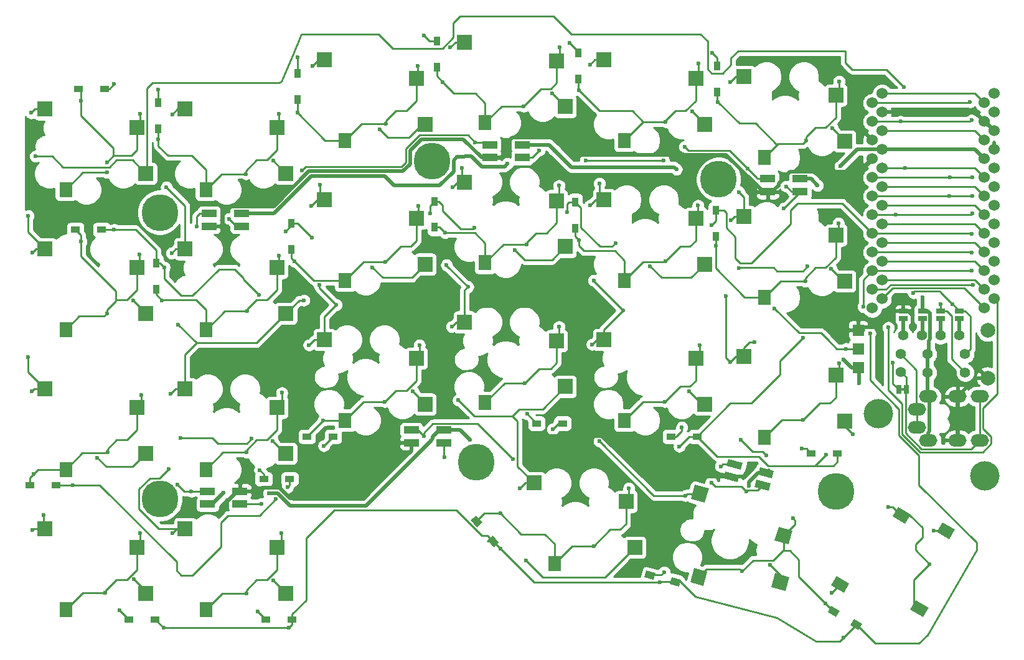
<source format=gtl>
%TF.GenerationSoftware,KiCad,Pcbnew,(5.1.6-0-10_14)*%
%TF.CreationDate,2020-07-07T23:00:58+09:00*%
%TF.ProjectId,corne-cherry,636f726e-652d-4636-9865-7272792e6b69,rev?*%
%TF.SameCoordinates,Original*%
%TF.FileFunction,Copper,L1,Top*%
%TF.FilePolarity,Positive*%
%FSLAX46Y46*%
G04 Gerber Fmt 4.6, Leading zero omitted, Abs format (unit mm)*
G04 Created by KiCad (PCBNEW (5.1.6-0-10_14)) date 2020-07-07 23:00:58*
%MOMM*%
%LPD*%
G01*
G04 APERTURE LIST*
%TA.AperFunction,SMDPad,CuDef*%
%ADD10R,2.000000X2.000000*%
%TD*%
%TA.AperFunction,SMDPad,CuDef*%
%ADD11R,1.800000X2.000000*%
%TD*%
%TA.AperFunction,ComponentPad*%
%ADD12C,4.000000*%
%TD*%
%TA.AperFunction,WasherPad*%
%ADD13C,5.000000*%
%TD*%
%TA.AperFunction,ComponentPad*%
%ADD14O,2.500000X1.700000*%
%TD*%
%TA.AperFunction,ComponentPad*%
%ADD15C,1.397000*%
%TD*%
%TA.AperFunction,SMDPad,CuDef*%
%ADD16R,1.524000X1.524000*%
%TD*%
%TA.AperFunction,SMDPad,CuDef*%
%ADD17R,0.381000X0.381000*%
%TD*%
%TA.AperFunction,SMDPad,CuDef*%
%ADD18R,0.635000X1.143000*%
%TD*%
%TA.AperFunction,SMDPad,CuDef*%
%ADD19R,1.143000X0.635000*%
%TD*%
%TA.AperFunction,SMDPad,CuDef*%
%ADD20R,2.000000X1.000000*%
%TD*%
%TA.AperFunction,SMDPad,CuDef*%
%ADD21C,0.100000*%
%TD*%
%TA.AperFunction,ComponentPad*%
%ADD22C,2.000000*%
%TD*%
%TA.AperFunction,ComponentPad*%
%ADD23C,1.524000*%
%TD*%
%TA.AperFunction,SMDPad,CuDef*%
%ADD24R,1.300000X0.950000*%
%TD*%
%TA.AperFunction,SMDPad,CuDef*%
%ADD25R,0.950000X1.300000*%
%TD*%
%TA.AperFunction,ViaPad*%
%ADD26C,0.600000*%
%TD*%
%TA.AperFunction,Conductor*%
%ADD27C,0.250000*%
%TD*%
%TA.AperFunction,Conductor*%
%ADD28C,0.500000*%
%TD*%
%TA.AperFunction,Conductor*%
%ADD29C,0.254000*%
%TD*%
G04 APERTURE END LIST*
D10*
%TO.P,SW9,1*%
%TO.N,col2*%
X92500000Y-63900000D03*
D11*
%TO.P,SW9,2*%
%TO.N,Net-(D9-Pad2)*%
X81600000Y-66100000D03*
D10*
X91300000Y-57660000D03*
%TO.P,SW9,1*%
%TO.N,col2*%
X78800000Y-55120000D03*
%TD*%
D12*
%TO.P,,*%
%TO.N,*%
X154120000Y-84240000D03*
%TD*%
%TO.P,,*%
%TO.N,*%
X168650000Y-92720000D03*
%TD*%
D13*
%TO.P,Ref\u002A\u002A,*%
%TO.N,*%
X93400000Y-49850000D03*
%TD*%
%TO.P,Ref\u002A\u002A,*%
%TO.N,*%
X56400000Y-56850000D03*
%TD*%
%TO.P,Ref\u002A\u002A,*%
%TO.N,*%
X56400000Y-95850000D03*
%TD*%
%TO.P,Ref\u002A\u002A,*%
%TO.N,*%
X99400000Y-90850000D03*
%TD*%
%TO.P,Ref\u002A\u002A,*%
%TO.N,*%
X148400000Y-94850000D03*
%TD*%
%TO.P,Ref\u002A\u002A,*%
%TO.N,*%
X132400000Y-52350000D03*
%TD*%
D14*
%TO.P,J1,D*%
%TO.N,VCC*%
X160900000Y-81900000D03*
%TO.P,J1,A*%
%TO.N,Net-(J1-PadA)*%
X159400000Y-86100000D03*
%TO.P,J1,B*%
%TO.N,Net-(J1-PadB)*%
X167900000Y-81900000D03*
%TO.P,J1,C*%
%TO.N,GND*%
X164900000Y-81900000D03*
%TO.P,J1,B*%
%TO.N,Net-(J1-PadB)*%
X167900000Y-87850000D03*
%TO.P,J1,C*%
%TO.N,GND*%
X164900000Y-87850000D03*
%TO.P,J1,D*%
%TO.N,VCC*%
X160900000Y-87850000D03*
%TO.P,J1,A*%
%TO.N,Net-(J1-PadA)*%
X159400000Y-83650000D03*
%TD*%
D15*
%TO.P,J2,1*%
%TO.N,Net-(J2-Pad1)*%
X157500000Y-73550000D03*
%TO.P,J2,2*%
%TO.N,Net-(J2-Pad2)*%
X160040000Y-73550000D03*
%TO.P,J2,3*%
%TO.N,Net-(J2-Pad3)*%
X162580000Y-73550000D03*
%TO.P,J2,4*%
%TO.N,Net-(J2-Pad4)*%
X165120000Y-73550000D03*
%TD*%
D16*
%TO.P,J3,3*%
%TO.N,VCC*%
X151400000Y-77930000D03*
%TO.P,J3,2*%
%TO.N,LED*%
X151400000Y-75390000D03*
%TO.P,J3,1*%
%TO.N,GND*%
X151400000Y-72850000D03*
%TD*%
D17*
%TO.P,JP1,*%
%TO.N,*%
X157400000Y-80950000D03*
D18*
%TO.P,JP1,2*%
%TO.N,Net-(J1-PadB)*%
X157900380Y-80950000D03*
%TO.P,JP1,1*%
%TO.N,data*%
X156899620Y-80950000D03*
%TD*%
D19*
%TO.P,JP6,2*%
%TO.N,Net-(J2-Pad4)*%
X165100000Y-71250380D03*
%TO.P,JP6,1*%
%TO.N,SDA*%
X165100000Y-70249620D03*
%TD*%
%TO.P,JP7,1*%
%TO.N,SCL*%
X162600000Y-70249620D03*
%TO.P,JP7,2*%
%TO.N,Net-(J2-Pad3)*%
X162600000Y-71250380D03*
%TD*%
%TO.P,JP8,2*%
%TO.N,Net-(J2-Pad2)*%
X160100000Y-71250380D03*
%TO.P,JP8,1*%
%TO.N,VCC*%
X160100000Y-70249620D03*
%TD*%
%TO.P,JP9,1*%
%TO.N,GND*%
X157500000Y-70249620D03*
%TO.P,JP9,2*%
%TO.N,Net-(J2-Pad1)*%
X157500000Y-71250380D03*
%TD*%
D20*
%TO.P,L22,4*%
%TO.N,VCC*%
X67500000Y-56975000D03*
%TO.P,L22,3*%
%TO.N,Net-(L22-Pad3)*%
X67500000Y-58725000D03*
%TO.P,L22,1*%
%TO.N,Net-(L22-Pad1)*%
X63100000Y-56975000D03*
%TO.P,L22,2*%
%TO.N,GND*%
X63100000Y-58725000D03*
%TD*%
%TO.P,L23,2*%
%TO.N,GND*%
X101300000Y-49375000D03*
%TO.P,L23,1*%
%TO.N,Net-(L22-Pad3)*%
X101300000Y-47625000D03*
%TO.P,L23,3*%
%TO.N,Net-(L23-Pad3)*%
X105700000Y-49375000D03*
%TO.P,L23,4*%
%TO.N,VCC*%
X105700000Y-47625000D03*
%TD*%
%TO.P,L24,4*%
%TO.N,VCC*%
X143500000Y-52275000D03*
%TO.P,L24,3*%
%TO.N,LED*%
X143500000Y-54025000D03*
%TO.P,L24,1*%
%TO.N,Net-(L23-Pad3)*%
X139100000Y-52275000D03*
%TO.P,L24,2*%
%TO.N,GND*%
X139100000Y-54025000D03*
%TD*%
%TO.P,L25,2*%
%TO.N,GND*%
X67300000Y-94800000D03*
%TO.P,L25,1*%
%TO.N,Net-(L25-Pad1)*%
X67300000Y-96550000D03*
%TO.P,L25,3*%
%TO.N,Net-(L22-Pad1)*%
X62900000Y-94800000D03*
%TO.P,L25,4*%
%TO.N,VCC*%
X62900000Y-96550000D03*
%TD*%
%TO.P,L26,4*%
%TO.N,VCC*%
X95000000Y-86450000D03*
%TO.P,L26,3*%
%TO.N,Net-(L25-Pad1)*%
X95000000Y-88200000D03*
%TO.P,L26,1*%
%TO.N,Net-(L26-Pad1)*%
X90600000Y-86450000D03*
%TO.P,L26,2*%
%TO.N,GND*%
X90600000Y-88200000D03*
%TD*%
%TA.AperFunction,SMDPad,CuDef*%
D21*
%TO.P,L27,2*%
%TO.N,GND*%
G36*
X133053162Y-93049927D02*
G01*
X133311981Y-92084001D01*
X135243832Y-92601639D01*
X134985013Y-93567565D01*
X133053162Y-93049927D01*
G37*
%TD.AperFunction*%
%TA.AperFunction,SMDPad,CuDef*%
%TO.P,L27,1*%
%TO.N,Net-(L27-Pad1)*%
G36*
X133506095Y-91359557D02*
G01*
X133764914Y-90393631D01*
X135696765Y-90911269D01*
X135437946Y-91877195D01*
X133506095Y-91359557D01*
G37*
%TD.AperFunction*%
%TA.AperFunction,SMDPad,CuDef*%
%TO.P,L27,3*%
%TO.N,Net-(L26-Pad1)*%
G36*
X137303235Y-94188731D02*
G01*
X137562054Y-93222805D01*
X139493905Y-93740443D01*
X139235086Y-94706369D01*
X137303235Y-94188731D01*
G37*
%TD.AperFunction*%
%TA.AperFunction,SMDPad,CuDef*%
%TO.P,L27,4*%
%TO.N,VCC*%
G36*
X137756168Y-92498361D02*
G01*
X138014987Y-91532435D01*
X139946838Y-92050073D01*
X139688019Y-93015999D01*
X137756168Y-92498361D01*
G37*
%TD.AperFunction*%
%TD*%
D15*
%TO.P,P1,1*%
%TO.N,Net-(J1-PadA)*%
X157200000Y-76150000D03*
%TD*%
%TO.P,P2,1*%
%TO.N,Net-(J1-PadB)*%
X157200000Y-78550000D03*
%TD*%
%TO.P,R1,2*%
%TO.N,SDA*%
X165940000Y-76150000D03*
%TO.P,R1,1*%
%TO.N,VCC*%
X160860000Y-76150000D03*
%TD*%
%TO.P,R2,1*%
%TO.N,VCC*%
X160860000Y-78650000D03*
%TO.P,R2,2*%
%TO.N,SCL*%
X165940000Y-78650000D03*
%TD*%
D22*
%TO.P,RSW1,1*%
%TO.N,reset*%
X169000000Y-72900000D03*
%TO.P,RSW1,2*%
%TO.N,GND*%
X169000000Y-79400000D03*
%TD*%
D10*
%TO.P,SW1,1*%
%TO.N,col0*%
X54500000Y-51550000D03*
D11*
%TO.P,SW1,2*%
%TO.N,Net-(D1-Pad2)*%
X43600000Y-53750000D03*
D10*
X53300000Y-45310000D03*
%TO.P,SW1,1*%
%TO.N,col0*%
X40800000Y-42770000D03*
%TD*%
%TO.P,SW2,1*%
%TO.N,col1*%
X59850000Y-42770000D03*
%TO.P,SW2,2*%
%TO.N,Net-(D2-Pad2)*%
X72350000Y-45310000D03*
D11*
X62650000Y-53750000D03*
D10*
%TO.P,SW2,1*%
%TO.N,col1*%
X73550000Y-51550000D03*
%TD*%
%TO.P,SW3,1*%
%TO.N,col2*%
X92500000Y-44850000D03*
D11*
%TO.P,SW3,2*%
%TO.N,Net-(D3-Pad2)*%
X81600000Y-47050000D03*
D10*
X91300000Y-38610000D03*
%TO.P,SW3,1*%
%TO.N,col2*%
X78800000Y-36070000D03*
%TD*%
%TO.P,SW4,1*%
%TO.N,col3*%
X97850000Y-33670000D03*
%TO.P,SW4,2*%
%TO.N,Net-(D4-Pad2)*%
X110350000Y-36210000D03*
D11*
X100650000Y-44650000D03*
D10*
%TO.P,SW4,1*%
%TO.N,col3*%
X111550000Y-42450000D03*
%TD*%
%TO.P,SW5,1*%
%TO.N,col4*%
X130500000Y-44850000D03*
D11*
%TO.P,SW5,2*%
%TO.N,Net-(D5-Pad2)*%
X119600000Y-47050000D03*
D10*
X129300000Y-38610000D03*
%TO.P,SW5,1*%
%TO.N,col4*%
X116800000Y-36070000D03*
%TD*%
%TO.P,SW6,1*%
%TO.N,col5*%
X135850000Y-38370000D03*
%TO.P,SW6,2*%
%TO.N,Net-(D6-Pad2)*%
X148350000Y-40910000D03*
D11*
X138650000Y-49350000D03*
D10*
%TO.P,SW6,1*%
%TO.N,col5*%
X149550000Y-47150000D03*
%TD*%
%TO.P,SW7,1*%
%TO.N,col0*%
X54500000Y-70600000D03*
D11*
%TO.P,SW7,2*%
%TO.N,Net-(D7-Pad2)*%
X43600000Y-72800000D03*
D10*
X53300000Y-64360000D03*
%TO.P,SW7,1*%
%TO.N,col0*%
X40800000Y-61820000D03*
%TD*%
%TO.P,SW8,1*%
%TO.N,col1*%
X59850000Y-61820000D03*
%TO.P,SW8,2*%
%TO.N,Net-(D8-Pad2)*%
X72350000Y-64360000D03*
D11*
X62650000Y-72800000D03*
D10*
%TO.P,SW8,1*%
%TO.N,col1*%
X73550000Y-70600000D03*
%TD*%
%TO.P,SW10,1*%
%TO.N,col3*%
X97850000Y-52720000D03*
%TO.P,SW10,2*%
%TO.N,Net-(D10-Pad2)*%
X110350000Y-55260000D03*
D11*
X100650000Y-63700000D03*
D10*
%TO.P,SW10,1*%
%TO.N,col3*%
X111550000Y-61500000D03*
%TD*%
%TO.P,SW11,1*%
%TO.N,col4*%
X130500000Y-63900000D03*
D11*
%TO.P,SW11,2*%
%TO.N,Net-(D11-Pad2)*%
X119600000Y-66100000D03*
D10*
X129300000Y-57660000D03*
%TO.P,SW11,1*%
%TO.N,col4*%
X116800000Y-55120000D03*
%TD*%
%TO.P,SW12,1*%
%TO.N,col5*%
X135850000Y-57420000D03*
%TO.P,SW12,2*%
%TO.N,Net-(D12-Pad2)*%
X148350000Y-59960000D03*
D11*
X138650000Y-68400000D03*
D10*
%TO.P,SW12,1*%
%TO.N,col5*%
X149550000Y-66200000D03*
%TD*%
%TO.P,SW13,1*%
%TO.N,col0*%
X54500000Y-89650000D03*
D11*
%TO.P,SW13,2*%
%TO.N,Net-(D13-Pad2)*%
X43600000Y-91850000D03*
D10*
X53300000Y-83410000D03*
%TO.P,SW13,1*%
%TO.N,col0*%
X40800000Y-80870000D03*
%TD*%
%TO.P,SW14,1*%
%TO.N,col1*%
X59850000Y-80870000D03*
%TO.P,SW14,2*%
%TO.N,Net-(D14-Pad2)*%
X72350000Y-83410000D03*
D11*
X62650000Y-91850000D03*
D10*
%TO.P,SW14,1*%
%TO.N,col1*%
X73550000Y-89650000D03*
%TD*%
%TO.P,SW15,1*%
%TO.N,col2*%
X92500000Y-82950000D03*
D11*
%TO.P,SW15,2*%
%TO.N,Net-(D15-Pad2)*%
X81600000Y-85150000D03*
D10*
X91300000Y-76710000D03*
%TO.P,SW15,1*%
%TO.N,col2*%
X78800000Y-74170000D03*
%TD*%
%TO.P,SW16,1*%
%TO.N,col3*%
X97850000Y-71770000D03*
%TO.P,SW16,2*%
%TO.N,Net-(D16-Pad2)*%
X110350000Y-74310000D03*
D11*
X100650000Y-82750000D03*
D10*
%TO.P,SW16,1*%
%TO.N,col3*%
X111550000Y-80550000D03*
%TD*%
%TO.P,SW17,1*%
%TO.N,col4*%
X130500000Y-82950000D03*
D11*
%TO.P,SW17,2*%
%TO.N,Net-(D17-Pad2)*%
X119600000Y-85150000D03*
D10*
X129300000Y-76710000D03*
%TO.P,SW17,1*%
%TO.N,col4*%
X116800000Y-74170000D03*
%TD*%
%TO.P,SW18,1*%
%TO.N,col5*%
X135850000Y-76470000D03*
%TO.P,SW18,2*%
%TO.N,Net-(D18-Pad2)*%
X148350000Y-79010000D03*
D11*
X138650000Y-87450000D03*
D10*
%TO.P,SW18,1*%
%TO.N,col5*%
X149550000Y-85250000D03*
%TD*%
%TO.P,SW19,1*%
%TO.N,col0*%
X54500000Y-108700000D03*
D11*
%TO.P,SW19,2*%
%TO.N,Net-(D19-Pad2)*%
X43600000Y-110900000D03*
D10*
X53300000Y-102460000D03*
%TO.P,SW19,1*%
%TO.N,col0*%
X40800000Y-99920000D03*
%TD*%
%TO.P,SW20,1*%
%TO.N,col1*%
X59850000Y-99920000D03*
%TO.P,SW20,2*%
%TO.N,Net-(D20-Pad2)*%
X72350000Y-102460000D03*
D11*
X62650000Y-110900000D03*
D10*
%TO.P,SW20,1*%
%TO.N,col1*%
X73550000Y-108700000D03*
%TD*%
%TO.P,SW21,1*%
%TO.N,col3*%
X121000000Y-102450000D03*
D11*
%TO.P,SW21,2*%
%TO.N,Net-(D21-Pad2)*%
X110100000Y-104650000D03*
D10*
X119800000Y-96210000D03*
%TO.P,SW21,1*%
%TO.N,col3*%
X107300000Y-93670000D03*
%TD*%
%TA.AperFunction,SMDPad,CuDef*%
D21*
%TO.P,SW22,1*%
%TO.N,col4*%
G36*
X131062109Y-94436106D02*
G01*
X130544471Y-96367958D01*
X128612619Y-95850320D01*
X129130257Y-93918468D01*
X131062109Y-94436106D01*
G37*
%TD.AperFunction*%
%TA.AperFunction,SMDPad,CuDef*%
%TO.P,SW22,2*%
%TO.N,Net-(D22-Pad2)*%
G36*
X142478782Y-100124796D02*
G01*
X141961144Y-102056648D01*
X140029292Y-101539010D01*
X140546930Y-99607158D01*
X142478782Y-100124796D01*
G37*
%TD.AperFunction*%
%TA.AperFunction,SMDPad,CuDef*%
G36*
X130828275Y-105740783D02*
G01*
X130310637Y-107672635D01*
X128571971Y-107206761D01*
X129089609Y-105274909D01*
X130828275Y-105740783D01*
G37*
%TD.AperFunction*%
%TA.AperFunction,SMDPad,CuDef*%
%TO.P,SW22,1*%
%TO.N,col4*%
G36*
X142022862Y-106462756D02*
G01*
X141505224Y-108394608D01*
X139573372Y-107876970D01*
X140091010Y-105945118D01*
X142022862Y-106462756D01*
G37*
%TD.AperFunction*%
%TD*%
%TA.AperFunction,SMDPad,CuDef*%
%TO.P,SW23,1*%
%TO.N,col5*%
G36*
X162813269Y-99022278D02*
G01*
X164545319Y-100022278D01*
X163795319Y-101321316D01*
X162063269Y-100321316D01*
X162813269Y-99022278D01*
G37*
%TD.AperFunction*%
%TA.AperFunction,SMDPad,CuDef*%
%TO.P,SW23,2*%
%TO.N,Net-(D23-Pad2)*%
G36*
X159218525Y-109648557D02*
G01*
X160950575Y-110648557D01*
X160200575Y-111947595D01*
X158468525Y-110947595D01*
X159218525Y-109648557D01*
G37*
%TD.AperFunction*%
%TA.AperFunction,SMDPad,CuDef*%
G36*
X156809270Y-96941508D02*
G01*
X158541320Y-97941508D01*
X157791320Y-99240546D01*
X156059270Y-98240546D01*
X156809270Y-96941508D01*
G37*
%TD.AperFunction*%
%TA.AperFunction,SMDPad,CuDef*%
%TO.P,SW23,1*%
%TO.N,col5*%
G36*
X148459566Y-106323621D02*
G01*
X150191616Y-107323621D01*
X149441616Y-108622659D01*
X147709566Y-107622659D01*
X148459566Y-106323621D01*
G37*
%TD.AperFunction*%
%TD*%
D23*
%TO.P,U1,24*%
%TO.N,Net-(U1-Pad24)*%
X168550000Y-41942000D03*
%TO.P,U1,23*%
%TO.N,GND*%
X168550000Y-44482000D03*
%TO.P,U1,22*%
%TO.N,reset*%
X168550000Y-47022000D03*
%TO.P,U1,21*%
%TO.N,VCC*%
X168550000Y-49562000D03*
%TO.P,U1,20*%
%TO.N,col0*%
X168550000Y-52102000D03*
%TO.P,U1,19*%
%TO.N,col1*%
X168550000Y-54642000D03*
%TO.P,U1,18*%
%TO.N,col2*%
X168550000Y-57182000D03*
%TO.P,U1,17*%
%TO.N,col3*%
X168550000Y-59722000D03*
%TO.P,U1,16*%
%TO.N,col4*%
X168550000Y-62262000D03*
%TO.P,U1,15*%
%TO.N,col5*%
X168550000Y-64802000D03*
%TO.P,U1,14*%
%TO.N,Net-(U1-Pad14)*%
X168550000Y-67342000D03*
%TO.P,U1,13*%
%TO.N,Net-(U1-Pad13)*%
X168550000Y-69882000D03*
%TO.P,U1,12*%
%TO.N,Net-(U1-Pad12)*%
X153310000Y-69882000D03*
%TO.P,U1,11*%
%TO.N,Net-(U1-Pad11)*%
X153310000Y-67342000D03*
%TO.P,U1,10*%
%TO.N,row3*%
X153310000Y-64802000D03*
%TO.P,U1,9*%
%TO.N,row2*%
X153310000Y-62262000D03*
%TO.P,U1,8*%
%TO.N,row1*%
X153310000Y-59722000D03*
%TO.P,U1,7*%
%TO.N,row0*%
X153310000Y-57182000D03*
%TO.P,U1,6*%
%TO.N,SCL*%
X153310000Y-54642000D03*
%TO.P,U1,5*%
%TO.N,SDA*%
X153310000Y-52102000D03*
%TO.P,U1,4*%
%TO.N,GND*%
X153310000Y-49562000D03*
%TO.P,U1,3*%
X153310000Y-47022000D03*
%TO.P,U1,2*%
%TO.N,data*%
X153310000Y-44482000D03*
%TO.P,U1,1*%
%TO.N,LED*%
X153310000Y-41942000D03*
X169856400Y-40672000D03*
%TO.P,U1,2*%
%TO.N,data*%
X169856400Y-43212000D03*
%TO.P,U1,3*%
%TO.N,GND*%
X169856400Y-45752000D03*
%TO.P,U1,4*%
X169856400Y-48292000D03*
%TO.P,U1,5*%
%TO.N,SDA*%
X169856400Y-50832000D03*
%TO.P,U1,6*%
%TO.N,SCL*%
X169856400Y-53372000D03*
%TO.P,U1,7*%
%TO.N,row0*%
X169856400Y-55912000D03*
%TO.P,U1,8*%
%TO.N,row1*%
X169856400Y-58452000D03*
%TO.P,U1,9*%
%TO.N,row2*%
X169856400Y-60992000D03*
%TO.P,U1,10*%
%TO.N,row3*%
X169856400Y-63532000D03*
%TO.P,U1,11*%
%TO.N,Net-(U1-Pad11)*%
X169856400Y-66072000D03*
%TO.P,U1,12*%
%TO.N,Net-(U1-Pad12)*%
X169856400Y-68612000D03*
%TO.P,U1,13*%
%TO.N,Net-(U1-Pad13)*%
X154636400Y-68612000D03*
%TO.P,U1,14*%
%TO.N,Net-(U1-Pad14)*%
X154636400Y-66072000D03*
%TO.P,U1,15*%
%TO.N,col5*%
X154636400Y-63532000D03*
%TO.P,U1,16*%
%TO.N,col4*%
X154636400Y-60992000D03*
%TO.P,U1,17*%
%TO.N,col3*%
X154636400Y-58452000D03*
%TO.P,U1,18*%
%TO.N,col2*%
X154636400Y-55912000D03*
%TO.P,U1,19*%
%TO.N,col1*%
X154636400Y-53372000D03*
%TO.P,U1,20*%
%TO.N,col0*%
X154636400Y-50832000D03*
%TO.P,U1,21*%
%TO.N,VCC*%
X154636400Y-48292000D03*
%TO.P,U1,22*%
%TO.N,reset*%
X154636400Y-45752000D03*
%TO.P,U1,23*%
%TO.N,GND*%
X154636400Y-43212000D03*
%TO.P,U1,24*%
%TO.N,Net-(U1-Pad24)*%
X154636400Y-40672000D03*
%TD*%
D24*
%TO.P,D1,2*%
%TO.N,Net-(D1-Pad2)*%
X45325000Y-40000000D03*
%TO.P,D1,1*%
%TO.N,row0*%
X48875000Y-40000000D03*
%TD*%
D25*
%TO.P,D2,1*%
%TO.N,row0*%
X56200000Y-41925000D03*
%TO.P,D2,2*%
%TO.N,Net-(D2-Pad2)*%
X56200000Y-45475000D03*
%TD*%
%TO.P,D3,2*%
%TO.N,Net-(D3-Pad2)*%
X75100000Y-41475000D03*
%TO.P,D3,1*%
%TO.N,row0*%
X75100000Y-37925000D03*
%TD*%
%TO.P,D4,1*%
%TO.N,row0*%
X94100000Y-33525000D03*
%TO.P,D4,2*%
%TO.N,Net-(D4-Pad2)*%
X94100000Y-37075000D03*
%TD*%
%TO.P,D5,2*%
%TO.N,Net-(D5-Pad2)*%
X113300000Y-38675000D03*
%TO.P,D5,1*%
%TO.N,row0*%
X113300000Y-35125000D03*
%TD*%
%TO.P,D6,1*%
%TO.N,row0*%
X132200000Y-36925000D03*
%TO.P,D6,2*%
%TO.N,Net-(D6-Pad2)*%
X132200000Y-40475000D03*
%TD*%
D24*
%TO.P,D7,2*%
%TO.N,Net-(D7-Pad2)*%
X44925000Y-59200000D03*
%TO.P,D7,1*%
%TO.N,row1*%
X48475000Y-59200000D03*
%TD*%
D25*
%TO.P,D8,1*%
%TO.N,row1*%
X55900000Y-63725000D03*
%TO.P,D8,2*%
%TO.N,Net-(D8-Pad2)*%
X55900000Y-67275000D03*
%TD*%
%TO.P,D9,1*%
%TO.N,row1*%
X74300000Y-58325000D03*
%TO.P,D9,2*%
%TO.N,Net-(D9-Pad2)*%
X74300000Y-61875000D03*
%TD*%
%TO.P,D10,2*%
%TO.N,Net-(D10-Pad2)*%
X93800000Y-58875000D03*
%TO.P,D10,1*%
%TO.N,row1*%
X93800000Y-55325000D03*
%TD*%
%TO.P,D11,1*%
%TO.N,row1*%
X112900000Y-55425000D03*
%TO.P,D11,2*%
%TO.N,Net-(D11-Pad2)*%
X112900000Y-58975000D03*
%TD*%
%TO.P,D12,1*%
%TO.N,row1*%
X132000000Y-56575000D03*
%TO.P,D12,2*%
%TO.N,Net-(D12-Pad2)*%
X132000000Y-60125000D03*
%TD*%
D24*
%TO.P,D13,2*%
%TO.N,Net-(D13-Pad2)*%
X38725000Y-93950000D03*
%TO.P,D13,1*%
%TO.N,row2*%
X42275000Y-93950000D03*
%TD*%
%TO.P,D14,1*%
%TO.N,row2*%
X74075000Y-93150000D03*
%TO.P,D14,2*%
%TO.N,Net-(D14-Pad2)*%
X70525000Y-93150000D03*
%TD*%
%TO.P,D15,2*%
%TO.N,Net-(D15-Pad2)*%
X76425000Y-87350000D03*
%TO.P,D15,1*%
%TO.N,row2*%
X79975000Y-87350000D03*
%TD*%
%TO.P,D16,1*%
%TO.N,row2*%
X111175000Y-85550000D03*
%TO.P,D16,2*%
%TO.N,Net-(D16-Pad2)*%
X107625000Y-85550000D03*
%TD*%
%TO.P,D17,2*%
%TO.N,Net-(D17-Pad2)*%
X125925000Y-87350000D03*
%TO.P,D17,1*%
%TO.N,row2*%
X129475000Y-87350000D03*
%TD*%
%TO.P,D18,1*%
%TO.N,row2*%
X148575000Y-89650000D03*
%TO.P,D18,2*%
%TO.N,Net-(D18-Pad2)*%
X145025000Y-89650000D03*
%TD*%
%TO.P,D19,2*%
%TO.N,Net-(D19-Pad2)*%
X52225000Y-112250000D03*
%TO.P,D19,1*%
%TO.N,row3*%
X55775000Y-112250000D03*
%TD*%
%TO.P,D20,1*%
%TO.N,row3*%
X74375000Y-112250000D03*
%TO.P,D20,2*%
%TO.N,Net-(D20-Pad2)*%
X70825000Y-112250000D03*
%TD*%
%TA.AperFunction,SMDPad,CuDef*%
D21*
%TO.P,D21,2*%
%TO.N,Net-(D21-Pad2)*%
G36*
X100240735Y-99082876D02*
G01*
X99512993Y-99693524D01*
X98677369Y-98697666D01*
X99405111Y-98087018D01*
X100240735Y-99082876D01*
G37*
%TD.AperFunction*%
%TA.AperFunction,SMDPad,CuDef*%
%TO.P,D21,1*%
%TO.N,row3*%
G36*
X102522631Y-101802334D02*
G01*
X101794889Y-102412982D01*
X100959265Y-101417124D01*
X101687007Y-100806476D01*
X102522631Y-101802334D01*
G37*
%TD.AperFunction*%
%TD*%
%TA.AperFunction,SMDPad,CuDef*%
%TO.P,D22,2*%
%TO.N,Net-(D22-Pad2)*%
G36*
X148863222Y-111076138D02*
G01*
X148388222Y-111898862D01*
X147262388Y-111248862D01*
X147737388Y-110426138D01*
X148863222Y-111076138D01*
G37*
%TD.AperFunction*%
%TA.AperFunction,SMDPad,CuDef*%
%TO.P,D22,1*%
%TO.N,row3*%
G36*
X151937612Y-112851138D02*
G01*
X151462612Y-113673862D01*
X150336778Y-113023862D01*
X150811778Y-112201138D01*
X151937612Y-112851138D01*
G37*
%TD.AperFunction*%
%TD*%
%TA.AperFunction,SMDPad,CuDef*%
%TO.P,D23,1*%
%TO.N,row3*%
G36*
X127265309Y-106818822D02*
G01*
X127019431Y-107736451D01*
X125763727Y-107399986D01*
X126009605Y-106482357D01*
X127265309Y-106818822D01*
G37*
%TD.AperFunction*%
%TA.AperFunction,SMDPad,CuDef*%
%TO.P,D23,2*%
%TO.N,Net-(D23-Pad2)*%
G36*
X123836273Y-105900014D02*
G01*
X123590395Y-106817643D01*
X122334691Y-106481178D01*
X122580569Y-105563549D01*
X123836273Y-105900014D01*
G37*
%TD.AperFunction*%
%TD*%
D26*
%TO.N,Net-(D1-Pad2)*%
X53700000Y-43400000D03*
X49200000Y-50000000D03*
X49200000Y-51400000D03*
X45685001Y-41685001D03*
%TO.N,row0*%
X166900000Y-57000000D03*
X56200000Y-40100000D03*
X50200000Y-39325000D03*
X75100000Y-35700000D03*
X92325000Y-32725000D03*
X112099990Y-33799990D03*
X131542151Y-35157849D03*
X156518000Y-57182000D03*
%TO.N,Net-(D2-Pad2)*%
X72600000Y-43400000D03*
X68100000Y-51600000D03*
X56200000Y-46900000D03*
%TO.N,Net-(D3-Pad2)*%
X91500000Y-36900000D03*
X87200000Y-44800000D03*
X75100000Y-43251002D03*
%TO.N,Net-(D4-Pad2)*%
X110800000Y-34400000D03*
X105900000Y-42400000D03*
X94900000Y-39100000D03*
%TO.N,Net-(D5-Pad2)*%
X129700000Y-36600000D03*
X125200000Y-44500000D03*
X113400000Y-40200000D03*
%TO.N,Net-(D6-Pad2)*%
X148800000Y-39000000D03*
X144300000Y-47100000D03*
X132300000Y-41800000D03*
%TO.N,Net-(D7-Pad2)*%
X53600000Y-62600000D03*
X49200000Y-70600000D03*
X45685001Y-60814999D03*
%TO.N,row1*%
X166800000Y-59800000D03*
X118404804Y-61003558D03*
X131443501Y-58543501D03*
X111800000Y-56800000D03*
X99165976Y-58890379D03*
X93200000Y-57000000D03*
X77100000Y-60300000D03*
X57000000Y-64300000D03*
X69878977Y-68082655D03*
X73499999Y-59400001D03*
X50200000Y-59200000D03*
%TO.N,Net-(D8-Pad2)*%
X72600000Y-62700000D03*
X68300000Y-70300000D03*
X56700000Y-68800000D03*
%TO.N,Net-(D9-Pad2)*%
X91600000Y-56000000D03*
X87100000Y-63600000D03*
X74700000Y-63500000D03*
%TO.N,Net-(D10-Pad2)*%
X110700000Y-53200000D03*
X106300000Y-61200000D03*
X95200000Y-59600000D03*
%TO.N,Net-(D11-Pad2)*%
X129600000Y-55900000D03*
X125200000Y-63500000D03*
X113400000Y-60600000D03*
%TO.N,Net-(D12-Pad2)*%
X148675000Y-58300000D03*
X144200000Y-66200000D03*
X132000000Y-61400000D03*
%TO.N,Net-(D13-Pad2)*%
X53900000Y-81700000D03*
X49300000Y-89500000D03*
X39250000Y-92450000D03*
%TO.N,row2*%
X166800000Y-62300000D03*
X72172277Y-95861846D03*
X73767062Y-94267062D03*
X78712500Y-88612500D03*
X109850001Y-86350001D03*
X127058989Y-88683999D03*
X143900000Y-73875000D03*
X147000000Y-89800000D03*
X44550000Y-93950000D03*
%TO.N,Net-(D14-Pad2)*%
X73000000Y-81400000D03*
X68200000Y-89500000D03*
X70000000Y-91900000D03*
%TO.N,Net-(D15-Pad2)*%
X91700000Y-74900000D03*
X87000000Y-82600000D03*
X78625000Y-85150000D03*
%TO.N,Net-(D16-Pad2)*%
X110700000Y-72400000D03*
X106000000Y-80100000D03*
X106337500Y-84262500D03*
%TO.N,Net-(D17-Pad2)*%
X129800000Y-74900000D03*
X125100000Y-82600000D03*
X127400000Y-86100000D03*
%TO.N,Net-(D18-Pad2)*%
X148800000Y-77400000D03*
X143900000Y-85100000D03*
X143700000Y-89000000D03*
X143700000Y-89000000D03*
%TO.N,Net-(D19-Pad2)*%
X53700000Y-100500000D03*
X49000000Y-108600000D03*
X50937500Y-110962500D03*
%TO.N,row3*%
X166800000Y-64800000D03*
X56925000Y-113375000D03*
X73967268Y-113375000D03*
X102715609Y-102584391D03*
X124442653Y-107142653D03*
X149387348Y-114687348D03*
X152064627Y-69677804D03*
X153000000Y-73300000D03*
%TO.N,Net-(D20-Pad2)*%
X72900000Y-100500000D03*
X68200000Y-108700000D03*
X69737500Y-111162500D03*
%TO.N,Net-(D21-Pad2)*%
X120200000Y-94400000D03*
X115400000Y-102300000D03*
X102700000Y-97800000D03*
%TO.N,Net-(D22-Pad2)*%
X142500000Y-98500000D03*
X135600000Y-105700000D03*
X146950153Y-110049847D03*
%TO.N,Net-(D23-Pad2)*%
X155500000Y-96900000D03*
X161100000Y-104700000D03*
X125002761Y-105802761D03*
%TO.N,VCC*%
X161188501Y-70639879D03*
X148935003Y-50574999D03*
X145862500Y-53162500D03*
X126665003Y-50975001D03*
X110100000Y-48400000D03*
X103700000Y-50200000D03*
X70025000Y-56975000D03*
X65100000Y-95000000D03*
X71215877Y-95084123D03*
X93250000Y-87950000D03*
X98600000Y-87800000D03*
X136517575Y-94017575D03*
X160100000Y-68400000D03*
X160192000Y-48292000D03*
X149365687Y-76834313D03*
X151500000Y-80100000D03*
%TO.N,GND*%
X154636400Y-43212000D03*
X158800000Y-72600000D03*
X137258001Y-52841999D03*
X103300000Y-47714998D03*
X65000000Y-57100000D03*
X65200000Y-96500000D03*
X89200000Y-90700000D03*
X136400000Y-92200000D03*
X154100000Y-72500000D03*
X106000000Y-86700000D03*
%TO.N,LED*%
X166600000Y-41800000D03*
X141600000Y-53300000D03*
X141300000Y-56300000D03*
X140000000Y-69900000D03*
X149710000Y-75390000D03*
%TO.N,data*%
X166800000Y-44300000D03*
X156100000Y-77300000D03*
X157143000Y-44482000D03*
%TO.N,SCL*%
X166900000Y-54600000D03*
X162600000Y-69300000D03*
X163758000Y-54642000D03*
%TO.N,SDA*%
X166900000Y-52100000D03*
X164200000Y-69300000D03*
X163898000Y-52102000D03*
X158900000Y-67772010D03*
%TO.N,Net-(L22-Pad3)*%
X99300000Y-47300000D03*
X75724670Y-51124670D03*
X65800000Y-57700000D03*
X65800000Y-57700000D03*
%TO.N,Net-(L22-Pad1)*%
X58836002Y-93900000D03*
X60700000Y-94800000D03*
X61425000Y-58725000D03*
%TO.N,Net-(L23-Pad3)*%
X127800000Y-47900000D03*
X124900000Y-49750001D03*
X114300000Y-49750001D03*
X136338332Y-50861668D03*
X108000000Y-48400000D03*
%TO.N,Net-(L25-Pad1)*%
X95092501Y-90192501D03*
X70236847Y-96486847D03*
%TO.N,Net-(L26-Pad1)*%
X92300000Y-87300000D03*
X136200000Y-94800000D03*
X104400000Y-90400000D03*
X131400000Y-93600000D03*
%TO.N,Net-(L27-Pad1)*%
X132700000Y-91400000D03*
%TO.N,col0*%
X38900000Y-43300000D03*
X38500000Y-57300000D03*
X39100000Y-62300000D03*
X38500000Y-76500000D03*
X39000000Y-81200000D03*
X40600000Y-98000000D03*
X39100000Y-100100000D03*
X39500000Y-49200000D03*
X52900000Y-106800000D03*
X52800000Y-68800000D03*
X157600000Y-39800000D03*
X157768000Y-50832000D03*
X47900000Y-90225000D03*
%TO.N,col1*%
X71810443Y-106910443D03*
X58100000Y-100500000D03*
X71800000Y-49800000D03*
X58100000Y-43500000D03*
X57300000Y-53400000D03*
X58900000Y-72100000D03*
X58000000Y-62400000D03*
X57900000Y-81500000D03*
X71735443Y-87935443D03*
X68857557Y-87657557D03*
X59200000Y-87500000D03*
X57609943Y-91790057D03*
X76000000Y-68800000D03*
%TO.N,col2*%
X85300000Y-64300000D03*
X77000000Y-56000000D03*
X78100000Y-66725000D03*
X77200000Y-36900000D03*
X86300000Y-45549998D03*
X78200000Y-53100000D03*
X90800000Y-81200000D03*
X76700000Y-74900000D03*
X80400000Y-69425000D03*
%TO.N,col3*%
X104700000Y-62000000D03*
X96200000Y-53400000D03*
X109736369Y-40625185D03*
X95900000Y-34400000D03*
X97500000Y-50800000D03*
X106200000Y-104200000D03*
X105400000Y-94400000D03*
X97000000Y-82400000D03*
X96100000Y-72400000D03*
X98300000Y-66975010D03*
X95400000Y-64000000D03*
%TO.N,col4*%
X139400000Y-104823009D03*
X127900000Y-95400000D03*
X128800000Y-43100000D03*
X114900000Y-36700000D03*
X123100000Y-64200000D03*
X114900000Y-55900000D03*
X128400000Y-81200000D03*
X115200000Y-74800000D03*
X116200000Y-52900000D03*
X116200000Y-88000000D03*
X119400000Y-70200000D03*
X115400000Y-66100000D03*
%TO.N,col5*%
X147800000Y-108600000D03*
X134000000Y-39100000D03*
X147900000Y-45400000D03*
X135200000Y-54100000D03*
X147710443Y-64510443D03*
X134100000Y-57900000D03*
X150650000Y-87000000D03*
X161628203Y-100171797D03*
X135400000Y-87800000D03*
X134000000Y-77200000D03*
X137300000Y-74500000D03*
X138900000Y-89900000D03*
X133400000Y-68200000D03*
X144489556Y-64210444D03*
X135125000Y-64425000D03*
%TO.N,Net-(U1-Pad12)*%
X155475000Y-72500000D03*
%TO.N,Net-(U1-Pad11)*%
X167012058Y-66697000D03*
%TD*%
D27*
%TO.N,Net-(D1-Pad2)*%
X53700000Y-44910000D02*
X53300000Y-45310000D01*
X53700000Y-43400000D02*
X53700000Y-44910000D01*
X50074999Y-49125001D02*
X49200000Y-50000000D01*
X52512001Y-49125001D02*
X50074999Y-49125001D01*
X53300000Y-48337002D02*
X52512001Y-49125001D01*
X53300000Y-45310000D02*
X53300000Y-48337002D01*
X45950000Y-51400000D02*
X49200000Y-51400000D01*
X43600000Y-53750000D02*
X45950000Y-51400000D01*
X45685001Y-43693999D02*
X50074999Y-48083997D01*
X50074999Y-48083997D02*
X50074999Y-49125001D01*
X45325000Y-40000000D02*
X45685001Y-40360001D01*
X45685001Y-41685001D02*
X45685001Y-43693999D01*
X45685001Y-40360001D02*
X45685001Y-41685001D01*
%TO.N,row0*%
X166718000Y-57182000D02*
X166900000Y-57000000D01*
X56200000Y-41925000D02*
X56200000Y-40100000D01*
X49525000Y-40000000D02*
X50200000Y-39325000D01*
X48875000Y-40000000D02*
X49525000Y-40000000D01*
X75100000Y-37925000D02*
X75100000Y-35700000D01*
X93125000Y-33525000D02*
X92325000Y-32725000D01*
X94100000Y-33525000D02*
X93125000Y-33525000D01*
X113300000Y-35000000D02*
X112099990Y-33799990D01*
X113300000Y-35125000D02*
X113300000Y-35000000D01*
X132200000Y-36925000D02*
X132200000Y-35815698D01*
X132200000Y-35815698D02*
X131542151Y-35157849D01*
X156518000Y-57182000D02*
X166718000Y-57182000D01*
X153310000Y-57182000D02*
X156518000Y-57182000D01*
%TO.N,Net-(D2-Pad2)*%
X72600000Y-45060000D02*
X72350000Y-45310000D01*
X72600000Y-43400000D02*
X72600000Y-45060000D01*
X69573999Y-49724999D02*
X68100000Y-51198998D01*
X70962003Y-49724999D02*
X69573999Y-49724999D01*
X72350000Y-48337002D02*
X70962003Y-49724999D01*
X68100000Y-51198998D02*
X68100000Y-51600000D01*
X72350000Y-45310000D02*
X72350000Y-48337002D01*
X64800000Y-51600000D02*
X68100000Y-51600000D01*
X62650000Y-53750000D02*
X64800000Y-51600000D01*
X56200000Y-46900000D02*
X56200000Y-47800000D01*
X60726003Y-49125001D02*
X62650000Y-51048998D01*
X57525001Y-49125001D02*
X60726003Y-49125001D01*
X62650000Y-51048998D02*
X62650000Y-53750000D01*
X56200000Y-47800000D02*
X57525001Y-49125001D01*
X56200000Y-45475000D02*
X56200000Y-46900000D01*
%TO.N,Net-(D3-Pad2)*%
X91500000Y-38410000D02*
X91300000Y-38610000D01*
X91500000Y-36900000D02*
X91500000Y-38410000D01*
X87200000Y-44348998D02*
X87200000Y-44800000D01*
X89912003Y-43024999D02*
X88523999Y-43024999D01*
X88523999Y-43024999D02*
X87200000Y-44348998D01*
X91300000Y-41637002D02*
X89912003Y-43024999D01*
X91300000Y-38610000D02*
X91300000Y-41637002D01*
X83850000Y-44800000D02*
X87200000Y-44800000D01*
X81600000Y-47050000D02*
X83850000Y-44800000D01*
X78898998Y-47050000D02*
X81600000Y-47050000D01*
X75100000Y-43251002D02*
X78898998Y-47050000D01*
X75100000Y-41475000D02*
X75100000Y-43251002D01*
%TO.N,Net-(D4-Pad2)*%
X110800000Y-35760000D02*
X110350000Y-36210000D01*
X110800000Y-34400000D02*
X110800000Y-35760000D01*
X108274999Y-40025001D02*
X105900000Y-42400000D01*
X109562001Y-40025001D02*
X108274999Y-40025001D01*
X110350000Y-39237002D02*
X109562001Y-40025001D01*
X110350000Y-36210000D02*
X110350000Y-39237002D01*
X102900000Y-42400000D02*
X105900000Y-42400000D01*
X100650000Y-44650000D02*
X102900000Y-42400000D01*
X100650000Y-41948998D02*
X100650000Y-44650000D01*
X96424999Y-40624999D02*
X99326001Y-40624999D01*
X99326001Y-40624999D02*
X100650000Y-41948998D01*
X94900000Y-39100000D02*
X96424999Y-40624999D01*
X94100000Y-38300000D02*
X94900000Y-39100000D01*
X94100000Y-37075000D02*
X94100000Y-38300000D01*
%TO.N,Net-(D5-Pad2)*%
X129700000Y-38210000D02*
X129300000Y-38610000D01*
X129700000Y-36600000D02*
X129700000Y-38210000D01*
X129300000Y-41637002D02*
X127912003Y-43024999D01*
X125200000Y-44348998D02*
X125200000Y-44500000D01*
X126523999Y-43024999D02*
X125200000Y-44348998D01*
X127912003Y-43024999D02*
X126523999Y-43024999D01*
X129300000Y-38610000D02*
X129300000Y-41637002D01*
X122150000Y-44500000D02*
X125200000Y-44500000D01*
X119600000Y-47050000D02*
X122150000Y-44500000D01*
X116224999Y-43024999D02*
X113400000Y-40200000D01*
X120674999Y-43024999D02*
X116224999Y-43024999D01*
X122150000Y-44500000D02*
X120674999Y-43024999D01*
X113300000Y-40100000D02*
X113400000Y-40200000D01*
X113300000Y-38675000D02*
X113300000Y-40100000D01*
%TO.N,Net-(D6-Pad2)*%
X148800000Y-40460000D02*
X148350000Y-40910000D01*
X148800000Y-39000000D02*
X148800000Y-40460000D01*
X144300000Y-46598998D02*
X144300000Y-47100000D01*
X145573999Y-45324999D02*
X144300000Y-46598998D01*
X146962003Y-45324999D02*
X145573999Y-45324999D01*
X148350000Y-43937002D02*
X146962003Y-45324999D01*
X148350000Y-40910000D02*
X148350000Y-43937002D01*
X143875001Y-47524999D02*
X144300000Y-47100000D01*
X140475001Y-47524999D02*
X143875001Y-47524999D01*
X137425001Y-44725001D02*
X140350000Y-47650000D01*
X140350000Y-47650000D02*
X140475001Y-47524999D01*
X135225001Y-44725001D02*
X137425001Y-44725001D01*
X132300000Y-41800000D02*
X135225001Y-44725001D01*
X138650000Y-49350000D02*
X140350000Y-47650000D01*
X132200000Y-41700000D02*
X132300000Y-41800000D01*
X132200000Y-40475000D02*
X132200000Y-41700000D01*
%TO.N,Net-(D7-Pad2)*%
X53600000Y-64060000D02*
X53300000Y-64360000D01*
X53600000Y-62600000D02*
X53600000Y-64060000D01*
X49200000Y-70098998D02*
X49200000Y-70600000D01*
X53300000Y-67387002D02*
X51912003Y-68774999D01*
X51912003Y-68774999D02*
X50523999Y-68774999D01*
X53300000Y-64360000D02*
X53300000Y-67387002D01*
X48825001Y-70974999D02*
X49200000Y-70600000D01*
X45425001Y-70974999D02*
X48825001Y-70974999D01*
X43600000Y-72800000D02*
X45425001Y-70974999D01*
X50399499Y-67558501D02*
X50399499Y-68899499D01*
X45685001Y-62844003D02*
X50399499Y-67558501D01*
X44925000Y-59200000D02*
X45685001Y-59960001D01*
X50399499Y-68899499D02*
X49200000Y-70098998D01*
X50523999Y-68774999D02*
X50399499Y-68899499D01*
X45685001Y-60814999D02*
X45685001Y-62844003D01*
X45685001Y-59960001D02*
X45685001Y-60814999D01*
%TO.N,row1*%
X166722000Y-59722000D02*
X166800000Y-59800000D01*
X153310000Y-59722000D02*
X166722000Y-59722000D01*
X132000000Y-56575000D02*
X132000000Y-57475000D01*
X117933361Y-61475001D02*
X118404804Y-61003558D01*
X116287999Y-61475001D02*
X117933361Y-61475001D01*
X113700001Y-58887003D02*
X116287999Y-61475001D01*
X112900000Y-55425000D02*
X113700001Y-56225001D01*
X113700001Y-56700001D02*
X113700001Y-58887003D01*
X132000000Y-57987002D02*
X131443501Y-58543501D01*
X132000000Y-56575000D02*
X132000000Y-57987002D01*
X112900000Y-55425000D02*
X112075000Y-55425000D01*
X111800000Y-55700000D02*
X111800000Y-56800000D01*
X112075000Y-55425000D02*
X111800000Y-55700000D01*
X97337999Y-59075001D02*
X94900000Y-56637002D01*
X98981354Y-59075001D02*
X97337999Y-59075001D01*
X99165976Y-58890379D02*
X98981354Y-59075001D01*
X94900000Y-56637002D02*
X94900000Y-55900000D01*
X94325000Y-55325000D02*
X94900000Y-55900000D01*
X93800000Y-55325000D02*
X94325000Y-55325000D01*
X93200000Y-55925000D02*
X93800000Y-55325000D01*
X93200000Y-57000000D02*
X93200000Y-55925000D01*
X75125000Y-58325000D02*
X74300000Y-58325000D01*
X77100000Y-60300000D02*
X75125000Y-58325000D01*
X113700001Y-56225001D02*
X113700001Y-56700001D01*
X56425000Y-63725000D02*
X57000000Y-64300000D01*
X55900000Y-63725000D02*
X56425000Y-63725000D01*
X67775001Y-65783999D02*
X67775001Y-65978679D01*
X66566001Y-64574999D02*
X67775001Y-65783999D01*
X60834001Y-68175001D02*
X64434003Y-64574999D01*
X57000000Y-64300000D02*
X57000000Y-65837002D01*
X64434003Y-64574999D02*
X66566001Y-64574999D01*
X67775001Y-65978679D02*
X69878977Y-68082655D01*
X59337999Y-68175001D02*
X60834001Y-68175001D01*
X57000000Y-65837002D02*
X59337999Y-68175001D01*
X74300000Y-58325000D02*
X74300000Y-58600000D01*
X74300000Y-58600000D02*
X73499999Y-59400001D01*
X48475000Y-59200000D02*
X50200000Y-59200000D01*
X50200000Y-59200000D02*
X53100000Y-59200000D01*
X55900000Y-62000000D02*
X55900000Y-63725000D01*
X53100000Y-59200000D02*
X55900000Y-62000000D01*
X142164999Y-58444003D02*
X142164999Y-56543999D01*
X136834001Y-63775001D02*
X142164999Y-58444003D01*
X135337999Y-63775001D02*
X136834001Y-63775001D01*
X134674999Y-63112001D02*
X135337999Y-63775001D01*
X142164999Y-56543999D02*
X143113999Y-55594999D01*
X134674999Y-60149999D02*
X134674999Y-63112001D01*
X143113999Y-55594999D02*
X149182999Y-55594999D01*
X133474999Y-57599999D02*
X133474999Y-58949999D01*
X149182999Y-55594999D02*
X153310000Y-59722000D01*
X133500000Y-57574998D02*
X133474999Y-57599999D01*
X133500000Y-56900000D02*
X133500000Y-57574998D01*
X132000000Y-56575000D02*
X133175000Y-56575000D01*
X133175000Y-56575000D02*
X133500000Y-56900000D01*
X133474999Y-58949999D02*
X134674999Y-60149999D01*
%TO.N,Net-(D8-Pad2)*%
X72600000Y-64110000D02*
X72350000Y-64360000D01*
X72600000Y-62700000D02*
X72600000Y-64110000D01*
X72350000Y-64360000D02*
X72350000Y-67387002D01*
X68300000Y-70048998D02*
X68300000Y-70300000D01*
X70962003Y-68774999D02*
X69573999Y-68774999D01*
X69573999Y-68774999D02*
X68300000Y-70048998D01*
X72350000Y-67387002D02*
X70962003Y-68774999D01*
X62748998Y-72800000D02*
X65248998Y-70300000D01*
X65248998Y-70300000D02*
X68300000Y-70300000D01*
X62650000Y-72800000D02*
X62748998Y-72800000D01*
X56725001Y-68774999D02*
X56700000Y-68800000D01*
X61326001Y-68774999D02*
X56725001Y-68774999D01*
X62650000Y-70098998D02*
X61326001Y-68774999D01*
X62650000Y-72800000D02*
X62650000Y-70098998D01*
X55900000Y-68000000D02*
X56700000Y-68800000D01*
X55900000Y-67275000D02*
X55900000Y-68000000D01*
%TO.N,Net-(D9-Pad2)*%
X91600000Y-57360000D02*
X91300000Y-57660000D01*
X91600000Y-56000000D02*
X91600000Y-57360000D01*
X89224999Y-61475001D02*
X87100000Y-63600000D01*
X91300000Y-60687002D02*
X90512001Y-61475001D01*
X90512001Y-61475001D02*
X89224999Y-61475001D01*
X91300000Y-57660000D02*
X91300000Y-60687002D01*
X84100000Y-63600000D02*
X87100000Y-63600000D01*
X81600000Y-66100000D02*
X84100000Y-63600000D01*
X77300000Y-66100000D02*
X74700000Y-63500000D01*
X81600000Y-66100000D02*
X77300000Y-66100000D01*
X74300000Y-63100000D02*
X74700000Y-63500000D01*
X74300000Y-61875000D02*
X74300000Y-63100000D01*
%TO.N,Net-(D10-Pad2)*%
X110700000Y-54910000D02*
X110350000Y-55260000D01*
X110700000Y-53200000D02*
X110700000Y-54910000D01*
X108962003Y-59674999D02*
X107573999Y-59674999D01*
X110350000Y-58287002D02*
X108962003Y-59674999D01*
X106300000Y-60948998D02*
X106300000Y-61200000D01*
X107573999Y-59674999D02*
X106300000Y-60948998D01*
X110350000Y-55260000D02*
X110350000Y-58287002D01*
X103150000Y-61200000D02*
X106300000Y-61200000D01*
X100650000Y-63700000D02*
X103150000Y-61200000D01*
X100650000Y-60998998D02*
X99251002Y-59600000D01*
X100650000Y-63700000D02*
X100650000Y-60998998D01*
X99251002Y-59600000D02*
X95200000Y-59600000D01*
X94475000Y-58875000D02*
X95200000Y-59600000D01*
X93800000Y-58875000D02*
X94475000Y-58875000D01*
%TO.N,Net-(D11-Pad2)*%
X129600000Y-57360000D02*
X129300000Y-57660000D01*
X129600000Y-55900000D02*
X129600000Y-57360000D01*
X127224999Y-61475001D02*
X125200000Y-63500000D01*
X128512001Y-61475001D02*
X127224999Y-61475001D01*
X129300000Y-60687002D02*
X128512001Y-61475001D01*
X129300000Y-57660000D02*
X129300000Y-60687002D01*
X122125001Y-63574999D02*
X125125001Y-63574999D01*
X125125001Y-63574999D02*
X125200000Y-63500000D01*
X119600000Y-66100000D02*
X122125001Y-63574999D01*
X119600000Y-66100000D02*
X119600000Y-63398998D01*
X118276001Y-62074999D02*
X114074999Y-62074999D01*
X119600000Y-63398998D02*
X118276001Y-62074999D01*
X113400000Y-61400000D02*
X113400000Y-60600000D01*
X114074999Y-62074999D02*
X113400000Y-61400000D01*
X112900000Y-60100000D02*
X113400000Y-60600000D01*
X112900000Y-58975000D02*
X112900000Y-60100000D01*
%TO.N,Net-(D12-Pad2)*%
X148675000Y-59635000D02*
X148350000Y-59960000D01*
X148675000Y-58300000D02*
X148675000Y-59635000D01*
X148350000Y-62987002D02*
X146962003Y-64374999D01*
X145573999Y-64374999D02*
X144200000Y-65748998D01*
X144200000Y-65748998D02*
X144200000Y-66200000D01*
X146962003Y-64374999D02*
X145573999Y-64374999D01*
X148350000Y-59960000D02*
X148350000Y-62987002D01*
X140850000Y-66200000D02*
X144200000Y-66200000D01*
X138650000Y-68400000D02*
X140850000Y-66200000D01*
X132000000Y-64451002D02*
X135948998Y-68400000D01*
X135948998Y-68400000D02*
X138650000Y-68400000D01*
X132000000Y-61400000D02*
X132000000Y-64451002D01*
X132000000Y-60125000D02*
X132000000Y-61400000D01*
%TO.N,Net-(D13-Pad2)*%
X53900000Y-82810000D02*
X53300000Y-83410000D01*
X53900000Y-81700000D02*
X53900000Y-82810000D01*
X49300000Y-89048998D02*
X49300000Y-89500000D01*
X50523999Y-87824999D02*
X49300000Y-89048998D01*
X51912003Y-87824999D02*
X50523999Y-87824999D01*
X53300000Y-86437002D02*
X51912003Y-87824999D01*
X53300000Y-83410000D02*
X53300000Y-86437002D01*
X43600000Y-91850000D02*
X45850000Y-89600000D01*
X49200000Y-89600000D02*
X49300000Y-89500000D01*
X45850000Y-89600000D02*
X49200000Y-89600000D01*
X39850000Y-91850000D02*
X43600000Y-91850000D01*
X38725000Y-93950000D02*
X38725000Y-92975000D01*
X39250000Y-92450000D02*
X39850000Y-91850000D01*
X38725000Y-92975000D02*
X39250000Y-92450000D01*
%TO.N,row2*%
X166762000Y-62262000D02*
X166800000Y-62300000D01*
X153310000Y-62262000D02*
X166762000Y-62262000D01*
X65684001Y-98094999D02*
X69939124Y-98094999D01*
X64735001Y-102374001D02*
X64735001Y-99043999D01*
X60834001Y-106275001D02*
X64735001Y-102374001D01*
X58674999Y-105612001D02*
X59337999Y-106275001D01*
X64735001Y-99043999D02*
X65684001Y-98094999D01*
X59337999Y-106275001D02*
X60834001Y-106275001D01*
X58674999Y-104387999D02*
X58674999Y-105612001D01*
X48237000Y-93950000D02*
X58674999Y-104387999D01*
X69939124Y-98094999D02*
X72172277Y-95861846D01*
X74075000Y-93959124D02*
X73767062Y-94267062D01*
X74075000Y-93150000D02*
X74075000Y-93959124D01*
X79975000Y-87350000D02*
X78712500Y-88612500D01*
X110650002Y-85550000D02*
X109850001Y-86350001D01*
X111175000Y-85550000D02*
X110650002Y-85550000D01*
X128392988Y-87350000D02*
X127058989Y-88683999D01*
X129475000Y-87350000D02*
X128392988Y-87350000D01*
X148575000Y-89650000D02*
X148575000Y-90771816D01*
X148575000Y-90771816D02*
X148021827Y-91324989D01*
X132193621Y-90068621D02*
X129475000Y-87350000D01*
X137868621Y-90068621D02*
X132193621Y-90068621D01*
X139124989Y-91324989D02*
X137868621Y-90068621D01*
X129475000Y-87350000D02*
X133999999Y-82825001D01*
X140735001Y-77039999D02*
X143900000Y-73875000D01*
X133999999Y-82825001D02*
X136834001Y-82825001D01*
X140735001Y-78924001D02*
X140735001Y-77039999D01*
X136834001Y-82825001D02*
X140735001Y-78924001D01*
X145475011Y-91324989D02*
X145075011Y-91324989D01*
X145075011Y-91324989D02*
X139124989Y-91324989D01*
X147000000Y-89800000D02*
X145475011Y-91324989D01*
X148021827Y-91324989D02*
X145075011Y-91324989D01*
X44550000Y-93950000D02*
X48237000Y-93950000D01*
X42275000Y-93950000D02*
X44550000Y-93950000D01*
%TO.N,Net-(D14-Pad2)*%
X73000000Y-82760000D02*
X72350000Y-83410000D01*
X73000000Y-81400000D02*
X73000000Y-82760000D01*
X68200000Y-89198998D02*
X68200000Y-89500000D01*
X69573999Y-87824999D02*
X68200000Y-89198998D01*
X72350000Y-86437002D02*
X70962003Y-87824999D01*
X70962003Y-87824999D02*
X69573999Y-87824999D01*
X72350000Y-83410000D02*
X72350000Y-86437002D01*
X65000000Y-89500000D02*
X68200000Y-89500000D01*
X62650000Y-91850000D02*
X65000000Y-89500000D01*
X70525000Y-92425000D02*
X70000000Y-91900000D01*
X70525000Y-93150000D02*
X70525000Y-92425000D01*
%TO.N,Net-(D15-Pad2)*%
X78625000Y-85150000D02*
X81600000Y-85150000D01*
X76425000Y-87350000D02*
X78625000Y-85150000D01*
X91700000Y-76310000D02*
X91300000Y-76710000D01*
X91700000Y-74900000D02*
X91700000Y-76310000D01*
X88475001Y-81124999D02*
X87000000Y-82600000D01*
X91300000Y-79737002D02*
X89912003Y-81124999D01*
X89912003Y-81124999D02*
X88475001Y-81124999D01*
X91300000Y-76710000D02*
X91300000Y-79737002D01*
X84150000Y-82600000D02*
X87000000Y-82600000D01*
X81600000Y-85150000D02*
X84150000Y-82600000D01*
%TO.N,Net-(D16-Pad2)*%
X110700000Y-73960000D02*
X110350000Y-74310000D01*
X110700000Y-72400000D02*
X110700000Y-73960000D01*
X107974999Y-78125001D02*
X106000000Y-80100000D01*
X109562001Y-78125001D02*
X107974999Y-78125001D01*
X110350000Y-77337002D02*
X109562001Y-78125001D01*
X110350000Y-74310000D02*
X110350000Y-77337002D01*
X103300000Y-80100000D02*
X106000000Y-80100000D01*
X100650000Y-82750000D02*
X103300000Y-80100000D01*
X107625000Y-85550000D02*
X106337500Y-84262500D01*
%TO.N,Net-(D17-Pad2)*%
X129800000Y-76210000D02*
X129300000Y-76710000D01*
X129800000Y-74900000D02*
X129800000Y-76210000D01*
X128512001Y-80525001D02*
X127174999Y-80525001D01*
X127174999Y-80525001D02*
X125100000Y-82600000D01*
X129300000Y-79737002D02*
X128512001Y-80525001D01*
X129300000Y-76710000D02*
X129300000Y-79737002D01*
X122150000Y-82600000D02*
X125100000Y-82600000D01*
X119600000Y-85150000D02*
X122150000Y-82600000D01*
X125925000Y-87350000D02*
X126650000Y-87350000D01*
X127400000Y-86600000D02*
X127400000Y-86100000D01*
X126650000Y-87350000D02*
X127400000Y-86600000D01*
%TO.N,Net-(D18-Pad2)*%
X148800000Y-78560000D02*
X148350000Y-79010000D01*
X148800000Y-77400000D02*
X148800000Y-78560000D01*
X147562001Y-82825001D02*
X146174999Y-82825001D01*
X146174999Y-82825001D02*
X143900000Y-85100000D01*
X148350000Y-82037002D02*
X147562001Y-82825001D01*
X148350000Y-79010000D02*
X148350000Y-82037002D01*
X141000000Y-85100000D02*
X143900000Y-85100000D01*
X138650000Y-87450000D02*
X141000000Y-85100000D01*
X144375000Y-89000000D02*
X145025000Y-89650000D01*
X143700000Y-89000000D02*
X144375000Y-89000000D01*
%TO.N,Net-(D19-Pad2)*%
X53700000Y-102060000D02*
X53300000Y-102460000D01*
X53700000Y-100500000D02*
X53700000Y-102060000D01*
X50523999Y-106874999D02*
X49000000Y-108398998D01*
X49000000Y-108398998D02*
X49000000Y-108600000D01*
X51912003Y-106874999D02*
X50523999Y-106874999D01*
X53300000Y-105487002D02*
X51912003Y-106874999D01*
X53300000Y-102460000D02*
X53300000Y-105487002D01*
X45900000Y-108600000D02*
X49000000Y-108600000D01*
X43600000Y-110900000D02*
X45900000Y-108600000D01*
X52225000Y-112250000D02*
X50937500Y-110962500D01*
%TO.N,row3*%
X166798000Y-64802000D02*
X166800000Y-64800000D01*
X153310000Y-64802000D02*
X166798000Y-64802000D01*
X74375000Y-112975000D02*
X73950000Y-113400000D01*
X74375000Y-112250000D02*
X74375000Y-112975000D01*
X56925000Y-113400000D02*
X55775000Y-112250000D01*
X73950000Y-113400000D02*
X56925000Y-113400000D01*
X100969562Y-101609729D02*
X101740948Y-101609729D01*
X101740948Y-101609730D02*
X102715609Y-102584391D01*
X101740948Y-101609729D02*
X101740948Y-101609730D01*
X102715609Y-102584391D02*
X107273872Y-107142653D01*
X124475902Y-107109404D02*
X124442653Y-107142653D01*
X126514518Y-107109404D02*
X124475902Y-107109404D01*
X107273872Y-107142653D02*
X124442653Y-107142653D01*
X129200000Y-109121957D02*
X129200000Y-109138246D01*
X127187447Y-107109404D02*
X129200000Y-109121957D01*
X126514518Y-107109404D02*
X127187447Y-107109404D01*
X140301785Y-112037046D02*
X140362958Y-112021635D01*
X129200000Y-109138246D02*
X140301785Y-112037046D01*
X140362958Y-112021635D02*
X145681853Y-115200000D01*
X145681853Y-115200000D02*
X148874695Y-115200000D01*
X149387348Y-114687348D02*
X151137195Y-112937500D01*
X148874695Y-115200000D02*
X149387348Y-114687348D01*
X152064627Y-66047373D02*
X153310000Y-64802000D01*
X152064627Y-69677804D02*
X152064627Y-66047373D01*
X100971386Y-100840167D02*
X101740948Y-101609729D01*
X96739464Y-97379631D02*
X100200000Y-100840167D01*
X96739464Y-97339464D02*
X96739464Y-97379631D01*
X74375000Y-112250000D02*
X74375000Y-111525000D01*
X74375000Y-111525000D02*
X76296895Y-109603105D01*
X80144837Y-97339464D02*
X96739464Y-97339464D01*
X100200000Y-100840167D02*
X100971386Y-100840167D01*
X76296895Y-101187406D02*
X80144837Y-97339464D01*
X76296895Y-109603105D02*
X76296895Y-101187406D01*
X159675398Y-115500000D02*
X153699695Y-115500000D01*
X167500000Y-102782615D02*
X160784414Y-114390984D01*
X167500000Y-101800000D02*
X167500000Y-102782615D01*
X159640493Y-89925028D02*
X159640493Y-93940493D01*
X156924970Y-83603968D02*
X156924971Y-87209506D01*
X156924971Y-87209506D02*
X159640493Y-89925028D01*
X153699695Y-115500000D02*
X151137195Y-112937500D01*
X160784414Y-114390984D02*
X159675398Y-115500000D01*
X159640493Y-93940493D02*
X167500000Y-101800000D01*
X153000000Y-79678998D02*
X156924970Y-83603968D01*
X153000000Y-73300000D02*
X153000000Y-79678998D01*
%TO.N,Net-(D20-Pad2)*%
X72900000Y-101910000D02*
X72350000Y-102460000D01*
X72900000Y-100500000D02*
X72900000Y-101910000D01*
X68200000Y-108248998D02*
X68200000Y-108700000D01*
X70962003Y-106874999D02*
X69573999Y-106874999D01*
X72350000Y-105487002D02*
X70962003Y-106874999D01*
X69573999Y-106874999D02*
X68200000Y-108248998D01*
X72350000Y-102460000D02*
X72350000Y-105487002D01*
X64850000Y-108700000D02*
X68200000Y-108700000D01*
X62650000Y-110900000D02*
X64850000Y-108700000D01*
X70825000Y-112250000D02*
X69737500Y-111162500D01*
%TO.N,Net-(D21-Pad2)*%
X120200000Y-95810000D02*
X119800000Y-96210000D01*
X120200000Y-94400000D02*
X120200000Y-95810000D01*
X117674999Y-100025001D02*
X115400000Y-102300000D01*
X119012001Y-100025001D02*
X117674999Y-100025001D01*
X119800000Y-99237002D02*
X119012001Y-100025001D01*
X119800000Y-96210000D02*
X119800000Y-99237002D01*
X112450000Y-102300000D02*
X115400000Y-102300000D01*
X110100000Y-104650000D02*
X112450000Y-102300000D01*
X108776001Y-100624999D02*
X110100000Y-101948998D01*
X110100000Y-101948998D02*
X110100000Y-104650000D01*
X105524999Y-100624999D02*
X108776001Y-100624999D01*
X102700000Y-97800000D02*
X105524999Y-100624999D01*
X100549323Y-97800000D02*
X99459052Y-98890271D01*
X102700000Y-97800000D02*
X100549323Y-97800000D01*
%TO.N,Net-(D22-Pad2)*%
X142500000Y-98500000D02*
X142800000Y-98800000D01*
X142800000Y-99285940D02*
X141254037Y-100831903D01*
X142800000Y-98800000D02*
X142800000Y-99285940D01*
X137101991Y-104198009D02*
X135600000Y-105700000D01*
X139856341Y-104198009D02*
X137101991Y-104198009D01*
X141254037Y-100831903D02*
X141254037Y-102800313D01*
X130800431Y-105373464D02*
X135273464Y-105373464D01*
X135273464Y-105373464D02*
X135600000Y-105700000D01*
X129700123Y-106473772D02*
X130800431Y-105373464D01*
X143300000Y-106399695D02*
X143300000Y-104100000D01*
X143300000Y-104100000D02*
X142100000Y-102900000D01*
X141154350Y-102900000D02*
X141127175Y-102927175D01*
X142100000Y-102900000D02*
X141154350Y-102900000D01*
X141127175Y-102927175D02*
X139856341Y-104198009D01*
X141254037Y-102800313D02*
X141127175Y-102927175D01*
X146950153Y-110049847D02*
X143300000Y-106399695D01*
X148062805Y-111162500D02*
X146950153Y-110049847D01*
%TO.N,Net-(D23-Pad2)*%
X156109268Y-96900000D02*
X157300295Y-98091027D01*
X155500000Y-96900000D02*
X156109268Y-96900000D01*
X158454995Y-98091027D02*
X160125001Y-99761033D01*
X160125001Y-101104592D02*
X159204001Y-102025592D01*
X157300295Y-98091027D02*
X158454995Y-98091027D01*
X159204001Y-102025592D02*
X159204001Y-102804001D01*
X159204001Y-102804001D02*
X161100000Y-104700000D01*
X160125001Y-99761033D02*
X160125001Y-101104592D01*
X158977500Y-106822500D02*
X161100000Y-104700000D01*
X158977500Y-110066026D02*
X158977500Y-106822500D01*
X159709550Y-110798076D02*
X158977500Y-110066026D01*
X124614926Y-106190596D02*
X125002761Y-105802761D01*
X123085482Y-106190596D02*
X124614926Y-106190596D01*
D28*
%TO.N,VCC*%
X167280000Y-48292000D02*
X168550000Y-49562000D01*
X161100010Y-82100010D02*
X160900000Y-81900000D01*
X161100010Y-86638481D02*
X161100010Y-82100010D01*
X160900000Y-86838491D02*
X161100010Y-86638481D01*
X160900000Y-87850000D02*
X160900000Y-86838491D01*
X161000000Y-76010000D02*
X160860000Y-76150000D01*
X160798242Y-70249620D02*
X161188501Y-70639879D01*
X161000000Y-74289782D02*
X161000000Y-76010000D01*
X161188501Y-74101281D02*
X161000000Y-74289782D01*
X161188501Y-70639879D02*
X161188501Y-74101281D01*
X160100000Y-70249620D02*
X160798242Y-70249620D01*
X160860000Y-76150000D02*
X160860000Y-78650000D01*
X160860000Y-81860000D02*
X160900000Y-81900000D01*
X160860000Y-78650000D02*
X160860000Y-81860000D01*
X151218002Y-48292000D02*
X154636400Y-48292000D01*
X148935003Y-50574999D02*
X151218002Y-48292000D01*
X144975000Y-52275000D02*
X145862500Y-53162500D01*
X143500000Y-52275000D02*
X144975000Y-52275000D01*
X67500000Y-56975000D02*
X68060002Y-56975000D01*
X126365004Y-50675002D02*
X112375002Y-50675002D01*
X126665003Y-50975001D02*
X126365004Y-50675002D01*
X109325000Y-47625000D02*
X105700000Y-47625000D01*
X110100000Y-48400000D02*
X109325000Y-47625000D01*
X112375002Y-50675002D02*
X110100000Y-48400000D01*
X103299990Y-50600010D02*
X100200010Y-50600010D01*
X103700000Y-50200000D02*
X103299990Y-50600010D01*
X100200010Y-50600010D02*
X98800000Y-49200000D01*
X97900000Y-49200000D02*
X97800000Y-49300000D01*
X98800000Y-49200000D02*
X97900000Y-49200000D01*
X96350001Y-49749999D02*
X96350001Y-51266001D01*
X96800000Y-49300000D02*
X96350001Y-49749999D01*
X97800000Y-49300000D02*
X96800000Y-49300000D01*
X88269999Y-53169999D02*
X87025009Y-51925009D01*
X94446003Y-53169999D02*
X88269999Y-53169999D01*
X96350001Y-51266001D02*
X94446003Y-53169999D01*
X87025009Y-51925009D02*
X76974955Y-51925009D01*
X76974955Y-51925009D02*
X71924964Y-56975000D01*
X70025000Y-56975000D02*
X67500000Y-56975000D01*
X71924964Y-56975000D02*
X70025000Y-56975000D01*
X63550000Y-96550000D02*
X65100000Y-95000000D01*
X62900000Y-96550000D02*
X63550000Y-96550000D01*
X94439998Y-86450000D02*
X95000000Y-86450000D01*
X93549999Y-87339999D02*
X94439998Y-86450000D01*
X93549999Y-87650001D02*
X93549999Y-87339999D01*
X93250000Y-87950000D02*
X93549999Y-87650001D01*
X93250000Y-87950000D02*
X84435546Y-96764454D01*
X84435546Y-96764454D02*
X74135546Y-96764454D01*
X72455215Y-95084123D02*
X71215877Y-95084123D01*
X74135546Y-96764454D02*
X72455215Y-95084123D01*
X97250000Y-86450000D02*
X95000000Y-86450000D01*
X98600000Y-87800000D02*
X97250000Y-86450000D01*
X138851503Y-92274217D02*
X137816228Y-92274217D01*
X137816228Y-92274217D02*
X136517575Y-93572870D01*
X136517575Y-93572870D02*
X136517575Y-94017575D01*
X139225721Y-91899999D02*
X138851503Y-92274217D01*
X160100000Y-70249620D02*
X160100000Y-68400000D01*
X160192000Y-48292000D02*
X167280000Y-48292000D01*
X154636400Y-48292000D02*
X160192000Y-48292000D01*
X150461374Y-77930000D02*
X149365687Y-76834313D01*
X151400000Y-77930000D02*
X150461374Y-77930000D01*
X151500000Y-78030000D02*
X151400000Y-77930000D01*
X151500000Y-80100000D02*
X151500000Y-78030000D01*
D27*
%TO.N,Net-(J1-PadA)*%
X159400000Y-86100000D02*
X159400000Y-83650000D01*
X159324990Y-78274990D02*
X157200000Y-76150000D01*
X159324990Y-83574990D02*
X159324990Y-78274990D01*
X159400000Y-83650000D02*
X159324990Y-83574990D01*
%TO.N,Net-(J1-PadB)*%
X167900000Y-81900000D02*
X167900000Y-87850000D01*
X157915501Y-79265501D02*
X157200000Y-78550000D01*
X157915501Y-81400501D02*
X157915501Y-79265501D01*
X157824990Y-81491012D02*
X157915501Y-81400501D01*
X157824990Y-86836705D02*
X157824990Y-81491012D01*
X160013295Y-89025010D02*
X157824990Y-86836705D01*
X166724990Y-89025010D02*
X160013295Y-89025010D01*
X167900000Y-87850000D02*
X166724990Y-89025010D01*
D28*
%TO.N,GND*%
X167280000Y-43212000D02*
X168550000Y-44482000D01*
X154636400Y-43212000D02*
X167280000Y-43212000D01*
X168586400Y-44482000D02*
X169856400Y-45752000D01*
X168550000Y-44482000D02*
X168586400Y-44482000D01*
X169856400Y-47343600D02*
X169856400Y-48292000D01*
X164900000Y-87850000D02*
X164900000Y-81900000D01*
X167400000Y-79400000D02*
X169000000Y-79400000D01*
X164900000Y-81900000D02*
X167400000Y-79400000D01*
X152135762Y-72850000D02*
X151400000Y-72850000D01*
X158198242Y-70249620D02*
X157500000Y-70249620D01*
X158800000Y-70851378D02*
X158198242Y-70249620D01*
X158800000Y-72600000D02*
X158800000Y-70851378D01*
X139660002Y-54025000D02*
X139100000Y-54025000D01*
X140550001Y-53135001D02*
X139660002Y-54025000D01*
X140550001Y-52914997D02*
X140550001Y-53135001D01*
X151547001Y-51324999D02*
X142139999Y-51324999D01*
X153310000Y-49562000D02*
X151547001Y-51324999D01*
X141182499Y-52282499D02*
X140550001Y-52914997D01*
X142139999Y-51324999D02*
X141182499Y-52282499D01*
X133416003Y-49000001D02*
X126200001Y-49000001D01*
X139100000Y-54025000D02*
X138441002Y-54025000D01*
X126500001Y-49000001D02*
X126200001Y-49000001D01*
X137258001Y-52841999D02*
X133416003Y-49000001D01*
X138441002Y-54025000D02*
X137258001Y-52841999D01*
X104339999Y-46674999D02*
X103300000Y-47714998D01*
X110274997Y-46674999D02*
X104339999Y-46674999D01*
X112599999Y-49000001D02*
X110274997Y-46674999D01*
X126200001Y-49000001D02*
X112599999Y-49000001D01*
X102800000Y-49375000D02*
X101300000Y-49375000D01*
X103300000Y-48875000D02*
X102800000Y-49375000D01*
X103300000Y-47714998D02*
X103300000Y-48875000D01*
X71885003Y-56024999D02*
X66075001Y-56024999D01*
X76685003Y-51224999D02*
X71885003Y-56024999D01*
X66075001Y-56024999D02*
X65000000Y-57100000D01*
X64600000Y-58725000D02*
X63100000Y-58725000D01*
X65000000Y-58325000D02*
X64600000Y-58725000D01*
X65000000Y-57100000D02*
X65000000Y-58325000D01*
X90449999Y-50250001D02*
X89475001Y-51224999D01*
X97699999Y-46899999D02*
X91983999Y-46899999D01*
X89475001Y-51224999D02*
X86475001Y-51224999D01*
X90449999Y-48433999D02*
X90449999Y-50250001D01*
X91983999Y-46899999D02*
X90449999Y-48433999D01*
X100175000Y-49375000D02*
X97699999Y-46899999D01*
X101300000Y-49375000D02*
X100175000Y-49375000D01*
X86475001Y-51224999D02*
X76685003Y-51224999D01*
X86775001Y-51224999D02*
X86475001Y-51224999D01*
X66900000Y-94800000D02*
X65200000Y-96500000D01*
X67300000Y-94800000D02*
X66900000Y-94800000D01*
X90600000Y-88200000D02*
X90600000Y-89300000D01*
X69871092Y-94800000D02*
X67300000Y-94800000D01*
X90600000Y-89300000D02*
X89200000Y-90700000D01*
X70336970Y-94334122D02*
X72695176Y-94334122D01*
X69871092Y-94800000D02*
X70336970Y-94334122D01*
X84145594Y-95754406D02*
X89200000Y-90700000D01*
X74115460Y-95754406D02*
X72695176Y-94334122D01*
X84145594Y-95754406D02*
X74115460Y-95754406D01*
X134148497Y-92825783D02*
X135874217Y-92825783D01*
X136400000Y-92300000D02*
X136400000Y-92200000D01*
X135874217Y-92825783D02*
X136400000Y-92300000D01*
X156350380Y-70249620D02*
X154100000Y-72500000D01*
X157500000Y-70249620D02*
X156350380Y-70249620D01*
X151750000Y-72500000D02*
X154100000Y-72500000D01*
X151400000Y-72850000D02*
X151750000Y-72500000D01*
X106549999Y-87249999D02*
X106000000Y-86700000D01*
X122135785Y-92825783D02*
X116560001Y-87249999D01*
X116560001Y-87249999D02*
X106549999Y-87249999D01*
X134148497Y-92825783D02*
X122135785Y-92825783D01*
%TO.N,Net-(J2-Pad1)*%
X157500000Y-71250380D02*
X157500000Y-73550000D01*
%TO.N,Net-(J2-Pad2)*%
X160100000Y-73490000D02*
X160040000Y-73550000D01*
X160100000Y-71250380D02*
X160100000Y-73490000D01*
%TO.N,Net-(J2-Pad3)*%
X162600000Y-73530000D02*
X162580000Y-73550000D01*
X162600000Y-71250380D02*
X162600000Y-73530000D01*
%TO.N,Net-(J2-Pad4)*%
X165100000Y-73530000D02*
X165120000Y-73550000D01*
X165100000Y-71250380D02*
X165100000Y-73530000D01*
D27*
%TO.N,LED*%
X166458000Y-41942000D02*
X166600000Y-41800000D01*
X153310000Y-41942000D02*
X166458000Y-41942000D01*
X142325000Y-54025000D02*
X141600000Y-53300000D01*
X143500000Y-54025000D02*
X142325000Y-54025000D01*
X143500000Y-54100000D02*
X141300000Y-56300000D01*
X143500000Y-54025000D02*
X143500000Y-54100000D01*
X140000000Y-69900000D02*
X143349999Y-73249999D01*
X146349999Y-73249999D02*
X143349999Y-73249999D01*
X147241942Y-74141942D02*
X146349999Y-73249999D01*
X148490000Y-75390000D02*
X147241942Y-74141942D01*
X149710000Y-75390000D02*
X148490000Y-75390000D01*
X151400000Y-75390000D02*
X149710000Y-75390000D01*
%TO.N,data*%
X166618000Y-44482000D02*
X166800000Y-44300000D01*
X153310000Y-44482000D02*
X156718000Y-44482000D01*
X156718000Y-44482000D02*
X157518000Y-44482000D01*
X156100000Y-80165501D02*
X156884499Y-80950000D01*
X156100000Y-77300000D02*
X156100000Y-80165501D01*
X157518000Y-44482000D02*
X166618000Y-44482000D01*
%TO.N,SCL*%
X166858000Y-54642000D02*
X166900000Y-54600000D01*
X162600000Y-70249620D02*
X162600000Y-69500000D01*
X162600000Y-69500000D02*
X162600000Y-69300000D01*
X164842000Y-54642000D02*
X166858000Y-54642000D01*
X153310000Y-54642000D02*
X163758000Y-54642000D01*
X164096499Y-70924619D02*
X164096499Y-76806499D01*
X163421500Y-70249620D02*
X164096499Y-70924619D01*
X164096499Y-76806499D02*
X165940000Y-78650000D01*
X162600000Y-70249620D02*
X163421500Y-70249620D01*
X163758000Y-54642000D02*
X164842000Y-54642000D01*
%TO.N,SDA*%
X166898000Y-52102000D02*
X166900000Y-52100000D01*
X166638499Y-70966619D02*
X166638499Y-75451501D01*
X166638499Y-75451501D02*
X165940000Y-76150000D01*
X165921500Y-70249620D02*
X166638499Y-70966619D01*
X165100000Y-70249620D02*
X165921500Y-70249620D01*
X165498000Y-52102000D02*
X166898000Y-52102000D01*
X165100000Y-70200000D02*
X164200000Y-69300000D01*
X165100000Y-70249620D02*
X165100000Y-70200000D01*
X163898000Y-52102000D02*
X165498000Y-52102000D01*
X153310000Y-52102000D02*
X163898000Y-52102000D01*
X164200000Y-69300000D02*
X162600000Y-67700000D01*
X162600000Y-67700000D02*
X162497020Y-67597020D01*
X159074990Y-67597020D02*
X158900000Y-67772010D01*
X162497020Y-67597020D02*
X159074990Y-67597020D01*
%TO.N,Net-(L22-Pad3)*%
X100975000Y-47300000D02*
X101300000Y-47625000D01*
X99300000Y-47300000D02*
X100975000Y-47300000D01*
X99300000Y-47300000D02*
X98324989Y-46324989D01*
X89874989Y-48195823D02*
X89874989Y-50011825D01*
X91745823Y-46324989D02*
X89874989Y-48195823D01*
X98324989Y-46324989D02*
X91745823Y-46324989D01*
X89236825Y-50649989D02*
X86713177Y-50649989D01*
X89874989Y-50011825D02*
X89236825Y-50649989D01*
X76199351Y-50649989D02*
X75724670Y-51124670D01*
X86713177Y-50649989D02*
X76199351Y-50649989D01*
X66825000Y-58725000D02*
X65800000Y-57700000D01*
X67500000Y-58725000D02*
X66825000Y-58725000D01*
%TO.N,Net-(L22-Pad1)*%
X58836002Y-93900000D02*
X59736002Y-94800000D01*
X60700000Y-94800000D02*
X62900000Y-94800000D01*
X59736002Y-94800000D02*
X60700000Y-94800000D01*
X61425000Y-57400000D02*
X61425000Y-58725000D01*
X61850000Y-56975000D02*
X61425000Y-57400000D01*
X63100000Y-56975000D02*
X61850000Y-56975000D01*
%TO.N,Net-(L23-Pad3)*%
X139100000Y-52275000D02*
X137616004Y-52275000D01*
X124900000Y-49750001D02*
X114300000Y-49750001D01*
X137616004Y-52139340D02*
X136338332Y-50861668D01*
X137616004Y-52275000D02*
X137616004Y-52139340D01*
X133901655Y-48424991D02*
X136338332Y-50861668D01*
X128324991Y-48424991D02*
X133901655Y-48424991D01*
X127800000Y-47900000D02*
X128324991Y-48424991D01*
X107025000Y-49375000D02*
X108000000Y-48400000D01*
X105700000Y-49375000D02*
X107025000Y-49375000D01*
%TO.N,Net-(L25-Pad1)*%
X95000000Y-90100000D02*
X95092501Y-90192501D01*
X95000000Y-88200000D02*
X95000000Y-90100000D01*
X70173694Y-96550000D02*
X70236847Y-96486847D01*
X67300000Y-96550000D02*
X70173694Y-96550000D01*
%TO.N,Net-(L26-Pad1)*%
X91450000Y-86450000D02*
X92300000Y-87300000D01*
X90600000Y-86450000D02*
X91450000Y-86450000D01*
X93550737Y-85624999D02*
X98356001Y-85624999D01*
X92300000Y-86875736D02*
X93550737Y-85624999D01*
X92300000Y-87300000D02*
X92300000Y-86875736D01*
X137720581Y-94642576D02*
X138398570Y-93964587D01*
X136357424Y-94642576D02*
X136200000Y-94800000D01*
X137720581Y-94642576D02*
X136357424Y-94642576D01*
X135510198Y-94110198D02*
X136200000Y-94800000D01*
X99624999Y-85624999D02*
X104400000Y-90400000D01*
X98356001Y-85624999D02*
X99624999Y-85624999D01*
X131910198Y-94110198D02*
X131400000Y-93600000D01*
X135510198Y-94110198D02*
X131910198Y-94110198D01*
%TO.N,Net-(L27-Pad1)*%
X132964587Y-91135413D02*
X132700000Y-91400000D01*
X134601430Y-91135413D02*
X132964587Y-91135413D01*
%TO.N,reset*%
X167280000Y-45752000D02*
X168550000Y-47022000D01*
X154636400Y-45752000D02*
X167280000Y-45752000D01*
%TO.N,col0*%
X167280000Y-50832000D02*
X168550000Y-52102000D01*
X154636400Y-50832000D02*
X167280000Y-50832000D01*
X39430000Y-42770000D02*
X38900000Y-43300000D01*
X40800000Y-42770000D02*
X39430000Y-42770000D01*
X38500000Y-59520000D02*
X40800000Y-61820000D01*
X38500000Y-57300000D02*
X38500000Y-59520000D01*
X39580000Y-61820000D02*
X39100000Y-62300000D01*
X40800000Y-61820000D02*
X39580000Y-61820000D01*
X38500000Y-78570000D02*
X40800000Y-80870000D01*
X38500000Y-76500000D02*
X38500000Y-78570000D01*
X39330000Y-80870000D02*
X39000000Y-81200000D01*
X40800000Y-80870000D02*
X39330000Y-80870000D01*
X40600000Y-99720000D02*
X40800000Y-99920000D01*
X40600000Y-98000000D02*
X40600000Y-99720000D01*
X39280000Y-99920000D02*
X39100000Y-100100000D01*
X40800000Y-99920000D02*
X39280000Y-99920000D01*
X41751002Y-49200000D02*
X39500000Y-49200000D01*
X50523999Y-49724999D02*
X49574999Y-50673999D01*
X52674999Y-49724999D02*
X50523999Y-49724999D01*
X43225001Y-50673999D02*
X41751002Y-49200000D01*
X54500000Y-51550000D02*
X52674999Y-49724999D01*
X49574999Y-50673999D02*
X43225001Y-50673999D01*
X54500000Y-108400000D02*
X52900000Y-106800000D01*
X54500000Y-108700000D02*
X54500000Y-108400000D01*
X54500000Y-70500000D02*
X52800000Y-68800000D01*
X54500000Y-70600000D02*
X54500000Y-70500000D01*
X54625001Y-51424999D02*
X54625001Y-39974999D01*
X54500000Y-51550000D02*
X54625001Y-51424999D01*
X72596307Y-39182950D02*
X72903532Y-39058753D01*
X55417050Y-39182950D02*
X72596307Y-39182950D01*
X54625001Y-39974999D02*
X55417050Y-39182950D01*
X72903532Y-39058753D02*
X74431977Y-35455989D01*
X74431977Y-35455989D02*
X75657657Y-32566884D01*
X86137886Y-32566884D02*
X88071003Y-34500001D01*
X94835001Y-34500001D02*
X96300000Y-33035002D01*
X88071003Y-34500001D02*
X94835001Y-34500001D01*
X75657657Y-32566884D02*
X86137886Y-32566884D01*
X96300000Y-31100000D02*
X97249990Y-30150010D01*
X96300000Y-33035002D02*
X96300000Y-31100000D01*
X109934311Y-30150010D02*
X112384301Y-32600000D01*
X97249990Y-30150010D02*
X109934311Y-30150010D01*
X123800000Y-32600000D02*
X123849990Y-32550010D01*
X112384301Y-32600000D02*
X123800000Y-32600000D01*
X123849990Y-32550010D02*
X125825012Y-32550010D01*
X125825012Y-32550010D02*
X129800000Y-32550010D01*
X132935001Y-37900001D02*
X134100000Y-36735002D01*
X129800000Y-32550010D02*
X129950010Y-32550010D01*
X129950010Y-32550010D02*
X130917150Y-33517150D01*
X131464999Y-37900001D02*
X132935001Y-37900001D01*
X130917150Y-37352152D02*
X131464999Y-37900001D01*
X130917150Y-33517150D02*
X130917150Y-37352152D01*
X134100000Y-35800000D02*
X135049990Y-34850010D01*
X134100000Y-36735002D02*
X134100000Y-35800000D01*
X135049990Y-34850010D02*
X149650010Y-34850010D01*
X149650010Y-36465709D02*
X150584301Y-37400000D01*
X149650010Y-34850010D02*
X149650010Y-36465709D01*
X155200000Y-37400000D02*
X157600000Y-39800000D01*
X150584301Y-37400000D02*
X155200000Y-37400000D01*
X52674999Y-91475001D02*
X49150001Y-91475001D01*
X49150001Y-91475001D02*
X47900000Y-90225000D01*
X54500000Y-89650000D02*
X52674999Y-91475001D01*
%TO.N,col1*%
X167280000Y-53372000D02*
X168550000Y-54642000D01*
X154636400Y-53372000D02*
X167280000Y-53372000D01*
X73550000Y-108650000D02*
X71810443Y-106910443D01*
X73550000Y-108700000D02*
X73550000Y-108650000D01*
X58680000Y-99920000D02*
X58100000Y-100500000D01*
X59850000Y-99920000D02*
X58680000Y-99920000D01*
X73550000Y-51550000D02*
X71800000Y-49800000D01*
X59850000Y-42770000D02*
X59030000Y-42770000D01*
X58830000Y-42770000D02*
X58100000Y-43500000D01*
X59850000Y-42770000D02*
X58830000Y-42770000D01*
X57300000Y-53400000D02*
X59225001Y-55325001D01*
X73550000Y-70600000D02*
X73550000Y-70450000D01*
X61425001Y-74625001D02*
X58900000Y-72100000D01*
X69524999Y-74625001D02*
X61425001Y-74625001D01*
X73550000Y-70600000D02*
X69524999Y-74625001D01*
X58580000Y-61820000D02*
X58000000Y-62400000D01*
X59850000Y-61820000D02*
X58580000Y-61820000D01*
X59850000Y-76200002D02*
X61425001Y-74625001D01*
X59850000Y-80870000D02*
X59850000Y-76200002D01*
X58530000Y-80870000D02*
X57900000Y-81500000D01*
X59850000Y-80870000D02*
X58530000Y-80870000D01*
X73450000Y-89650000D02*
X71735443Y-87935443D01*
X73550000Y-89650000D02*
X73450000Y-89650000D01*
X63558998Y-87500000D02*
X59200000Y-87500000D01*
X64333999Y-88275001D02*
X63558998Y-87500000D01*
X68240113Y-88275001D02*
X64333999Y-88275001D01*
X68857557Y-87657557D02*
X68240113Y-88275001D01*
X59850000Y-55950000D02*
X59225001Y-55325001D01*
X59850000Y-61820000D02*
X59850000Y-55950000D01*
X53574999Y-94493999D02*
X55043999Y-93024999D01*
X53574999Y-97206001D02*
X53574999Y-94493999D01*
X56288998Y-99920000D02*
X53574999Y-97206001D01*
X59850000Y-99920000D02*
X56288998Y-99920000D01*
X56375001Y-93024999D02*
X57609943Y-91790057D01*
X55043999Y-93024999D02*
X56375001Y-93024999D01*
X75350000Y-68800000D02*
X73550000Y-70600000D01*
X76000000Y-68800000D02*
X75350000Y-68800000D01*
%TO.N,col2*%
X167280000Y-55912000D02*
X168550000Y-57182000D01*
X154636400Y-55912000D02*
X167280000Y-55912000D01*
X86725001Y-65725001D02*
X85300000Y-64300000D01*
X90674999Y-65725001D02*
X86725001Y-65725001D01*
X92500000Y-63900000D02*
X90674999Y-65725001D01*
X77880000Y-55120000D02*
X77000000Y-56000000D01*
X78800000Y-55120000D02*
X77880000Y-55120000D01*
X78030000Y-36070000D02*
X77200000Y-36900000D01*
X78800000Y-36070000D02*
X78030000Y-36070000D01*
X87425003Y-46675001D02*
X86300000Y-45549998D01*
X90276001Y-46675001D02*
X87425003Y-46675001D01*
X92101002Y-44850000D02*
X90276001Y-46675001D01*
X92500000Y-44850000D02*
X92101002Y-44850000D01*
X78200000Y-54520000D02*
X78800000Y-55120000D01*
X78200000Y-53100000D02*
X78200000Y-54520000D01*
X92500000Y-82900000D02*
X90800000Y-81200000D01*
X92500000Y-82950000D02*
X92500000Y-82900000D01*
X77430000Y-74170000D02*
X76700000Y-74900000D01*
X78800000Y-74170000D02*
X77430000Y-74170000D01*
X78800000Y-71025000D02*
X80400000Y-69425000D01*
X78800000Y-74170000D02*
X78800000Y-71025000D01*
X78100000Y-67125000D02*
X78100000Y-66725000D01*
X80400000Y-69425000D02*
X78100000Y-67125000D01*
%TO.N,col3*%
X167280000Y-58452000D02*
X168550000Y-59722000D01*
X154636400Y-58452000D02*
X167280000Y-58452000D01*
X106025001Y-63325001D02*
X104700000Y-62000000D01*
X109724999Y-63325001D02*
X106025001Y-63325001D01*
X111550000Y-61500000D02*
X109724999Y-63325001D01*
X96880000Y-52720000D02*
X96200000Y-53400000D01*
X97850000Y-52720000D02*
X96880000Y-52720000D01*
X111550000Y-42438816D02*
X109736369Y-40625185D01*
X111550000Y-42450000D02*
X111550000Y-42438816D01*
X96630000Y-33670000D02*
X95900000Y-34400000D01*
X97850000Y-33670000D02*
X96630000Y-33670000D01*
X97500000Y-52370000D02*
X97850000Y-52720000D01*
X97500000Y-50800000D02*
X97500000Y-52370000D01*
X108475001Y-106475001D02*
X106200000Y-104200000D01*
X116974999Y-106475001D02*
X108475001Y-106475001D01*
X121000000Y-102450000D02*
X116974999Y-106475001D01*
X106130000Y-93670000D02*
X105400000Y-94400000D01*
X107300000Y-93670000D02*
X106130000Y-93670000D01*
X104326001Y-84575001D02*
X99175001Y-84575001D01*
X105275001Y-83626001D02*
X104326001Y-84575001D01*
X108473999Y-83626001D02*
X105275001Y-83626001D01*
X99175001Y-84575001D02*
X97000000Y-82400000D01*
X111550000Y-80550000D02*
X108473999Y-83626001D01*
X96730000Y-71770000D02*
X96100000Y-72400000D01*
X97850000Y-71770000D02*
X96730000Y-71770000D01*
X105025001Y-91395001D02*
X107300000Y-93670000D01*
X105025001Y-85274001D02*
X105025001Y-91395001D01*
X104326001Y-84575001D02*
X105025001Y-85274001D01*
X97850000Y-67425010D02*
X98300000Y-66975010D01*
X97850000Y-71770000D02*
X97850000Y-67425010D01*
X95400000Y-64075010D02*
X95400000Y-64000000D01*
X98300000Y-66975010D02*
X95400000Y-64075010D01*
%TO.N,col4*%
X167280000Y-60992000D02*
X168550000Y-62262000D01*
X154636400Y-60992000D02*
X167280000Y-60992000D01*
X140798117Y-106221126D02*
X139400000Y-104823009D01*
X140798117Y-107169863D02*
X140798117Y-106221126D01*
X128156787Y-95143213D02*
X127900000Y-95400000D01*
X129837364Y-95143213D02*
X128156787Y-95143213D01*
X130500000Y-44800000D02*
X128800000Y-43100000D01*
X130500000Y-44850000D02*
X130500000Y-44800000D01*
X115530000Y-36070000D02*
X114900000Y-36700000D01*
X116800000Y-36070000D02*
X115530000Y-36070000D01*
X124625001Y-65725001D02*
X123100000Y-64200000D01*
X128674999Y-65725001D02*
X124625001Y-65725001D01*
X130500000Y-63900000D02*
X128674999Y-65725001D01*
X115680000Y-55120000D02*
X114900000Y-55900000D01*
X116800000Y-55120000D02*
X115680000Y-55120000D01*
X130150000Y-82950000D02*
X128400000Y-81200000D01*
X130500000Y-82950000D02*
X130150000Y-82950000D01*
X115830000Y-74170000D02*
X115200000Y-74800000D01*
X116800000Y-74170000D02*
X115830000Y-74170000D01*
X116200000Y-54520000D02*
X116800000Y-55120000D01*
X116200000Y-52900000D02*
X116200000Y-54520000D01*
X123600000Y-95400000D02*
X127900000Y-95400000D01*
X116200000Y-88000000D02*
X123600000Y-95400000D01*
X116800000Y-72800000D02*
X119400000Y-70200000D01*
X116800000Y-74170000D02*
X116800000Y-72800000D01*
X115400000Y-66200000D02*
X115400000Y-66100000D01*
X119400000Y-70200000D02*
X115400000Y-66200000D01*
%TO.N,col5*%
X167280000Y-63532000D02*
X168550000Y-64802000D01*
X154636400Y-63532000D02*
X167280000Y-63532000D01*
X149675001Y-85124999D02*
X149550000Y-85250000D01*
X150312999Y-84487001D02*
X149550000Y-85250000D01*
X163304294Y-100171797D02*
X161628203Y-100171797D01*
X148926860Y-107473140D02*
X147800000Y-108600000D01*
X148950591Y-107473140D02*
X148926860Y-107473140D01*
X134730000Y-38370000D02*
X134000000Y-39100000D01*
X135850000Y-38370000D02*
X134730000Y-38370000D01*
X149550000Y-47050000D02*
X147900000Y-45400000D01*
X149550000Y-47150000D02*
X149550000Y-47050000D01*
X135850000Y-54750000D02*
X135200000Y-54100000D01*
X135850000Y-57420000D02*
X135850000Y-54750000D01*
X149400000Y-66200000D02*
X147710443Y-64510443D01*
X149550000Y-66200000D02*
X149400000Y-66200000D01*
X134580000Y-57420000D02*
X134100000Y-57900000D01*
X135850000Y-57420000D02*
X134580000Y-57420000D01*
X149550000Y-85900000D02*
X150650000Y-87000000D01*
X149550000Y-85250000D02*
X149550000Y-85900000D01*
X161628203Y-100171797D02*
X161628203Y-100171797D01*
X134730000Y-76470000D02*
X134000000Y-77200000D01*
X135850000Y-76470000D02*
X134730000Y-76470000D01*
X137300000Y-74500000D02*
X136600000Y-74500000D01*
X135850000Y-75250000D02*
X135850000Y-76470000D01*
X136600000Y-74500000D02*
X135850000Y-75250000D01*
X138900000Y-89900000D02*
X138400000Y-89400000D01*
X137000000Y-89400000D02*
X135400000Y-87800000D01*
X138400000Y-89400000D02*
X137000000Y-89400000D01*
X135070000Y-76470000D02*
X135850000Y-76470000D01*
X133400000Y-76600000D02*
X134000000Y-77200000D01*
X133400000Y-68200000D02*
X133400000Y-76600000D01*
X143874999Y-64825001D02*
X144489556Y-64210444D01*
X139883997Y-64374999D02*
X140333999Y-64825001D01*
X140333999Y-64825001D02*
X143874999Y-64825001D01*
X135325001Y-64374999D02*
X139883997Y-64374999D01*
X135275000Y-64425000D02*
X135325001Y-64374999D01*
X135125000Y-64425000D02*
X135275000Y-64425000D01*
%TO.N,Net-(U1-Pad24)*%
X167280000Y-40672000D02*
X168550000Y-41942000D01*
X154636400Y-40672000D02*
X167280000Y-40672000D01*
%TO.N,Net-(U1-Pad14)*%
X167280000Y-66072000D02*
X168550000Y-67342000D01*
X154636400Y-66072000D02*
X167280000Y-66072000D01*
%TO.N,Net-(U1-Pad13)*%
X155248400Y-68000000D02*
X154636400Y-68612000D01*
X154636400Y-68612000D02*
X156101390Y-67147010D01*
X165815010Y-67147010D02*
X156101390Y-67147010D01*
X168550000Y-69882000D02*
X165815010Y-67147010D01*
%TO.N,Net-(U1-Pad12)*%
X157374980Y-82899362D02*
X155475000Y-80999382D01*
X155475000Y-80999382D02*
X155475000Y-72500000D01*
X157374980Y-87023105D02*
X157374980Y-82899362D01*
X169475010Y-88336705D02*
X168336696Y-89475019D01*
X169475010Y-87363295D02*
X169475010Y-88336705D01*
X168350010Y-86238295D02*
X169475010Y-87363295D01*
X168350010Y-83511705D02*
X168350010Y-86238295D01*
X170325001Y-81536714D02*
X168350010Y-83511705D01*
X159826894Y-89475019D02*
X157374980Y-87023105D01*
X170325001Y-69080601D02*
X170325001Y-81536714D01*
X168336696Y-89475019D02*
X159826894Y-89475019D01*
X169856400Y-68612000D02*
X170325001Y-69080601D01*
%TO.N,Net-(U1-Pad11)*%
X153310000Y-67342000D02*
X155158000Y-67342000D01*
X155803000Y-66697000D02*
X167012058Y-66697000D01*
X155158000Y-67342000D02*
X155803000Y-66697000D01*
%TD*%
D29*
%TO.N,GND*%
G36*
X92686928Y-59525000D02*
G01*
X92699188Y-59649482D01*
X92735498Y-59769180D01*
X92794463Y-59879494D01*
X92873815Y-59976185D01*
X92970506Y-60055537D01*
X93080820Y-60114502D01*
X93200518Y-60150812D01*
X93325000Y-60163072D01*
X94275000Y-60163072D01*
X94399482Y-60150812D01*
X94436103Y-60139703D01*
X94473738Y-60196028D01*
X94603972Y-60326262D01*
X94757111Y-60428586D01*
X94927271Y-60499068D01*
X95107911Y-60535000D01*
X95292089Y-60535000D01*
X95472729Y-60499068D01*
X95642889Y-60428586D01*
X95745535Y-60360000D01*
X96643981Y-60360000D01*
X96557988Y-60488698D01*
X96397047Y-60877244D01*
X96315000Y-61289721D01*
X96315000Y-61710279D01*
X96397047Y-62122756D01*
X96557988Y-62511302D01*
X96791637Y-62860983D01*
X97089017Y-63158363D01*
X97438698Y-63392012D01*
X97827244Y-63552953D01*
X98239721Y-63635000D01*
X98660279Y-63635000D01*
X99072756Y-63552953D01*
X99111928Y-63536727D01*
X99111928Y-64700000D01*
X99124188Y-64824482D01*
X99160498Y-64944180D01*
X99219463Y-65054494D01*
X99298815Y-65151185D01*
X99395506Y-65230537D01*
X99505820Y-65289502D01*
X99625518Y-65325812D01*
X99750000Y-65338072D01*
X101550000Y-65338072D01*
X101674482Y-65325812D01*
X101794180Y-65289502D01*
X101904494Y-65230537D01*
X101935635Y-65204981D01*
X102089017Y-65358363D01*
X102438698Y-65592012D01*
X102827244Y-65752953D01*
X103239721Y-65835000D01*
X103660279Y-65835000D01*
X104072756Y-65752953D01*
X104461302Y-65592012D01*
X104810983Y-65358363D01*
X105108363Y-65060983D01*
X105342012Y-64711302D01*
X105502953Y-64322756D01*
X105578709Y-63941907D01*
X105600725Y-63959975D01*
X105732754Y-64030547D01*
X105876015Y-64074004D01*
X105987668Y-64085001D01*
X105987677Y-64085001D01*
X106025000Y-64088677D01*
X106062323Y-64085001D01*
X109687677Y-64085001D01*
X109724999Y-64088677D01*
X109762321Y-64085001D01*
X109762332Y-64085001D01*
X109873985Y-64074004D01*
X110017246Y-64030547D01*
X110149275Y-63959975D01*
X110265000Y-63865002D01*
X110288803Y-63835998D01*
X110986729Y-63138072D01*
X112550000Y-63138072D01*
X112674482Y-63125812D01*
X112794180Y-63089502D01*
X112904494Y-63030537D01*
X113001185Y-62951185D01*
X113080537Y-62854494D01*
X113139502Y-62744180D01*
X113175812Y-62624482D01*
X113188072Y-62500000D01*
X113188072Y-62262873D01*
X113511199Y-62586001D01*
X113534998Y-62615000D01*
X113650723Y-62709973D01*
X113782752Y-62780545D01*
X113926013Y-62824002D01*
X114037666Y-62834999D01*
X114037674Y-62834999D01*
X114074999Y-62838675D01*
X114112324Y-62834999D01*
X115543868Y-62834999D01*
X115507988Y-62888698D01*
X115347047Y-63277244D01*
X115265000Y-63689721D01*
X115265000Y-64110279D01*
X115347047Y-64522756D01*
X115507988Y-64911302D01*
X115712527Y-65217417D01*
X115672729Y-65200932D01*
X115492089Y-65165000D01*
X115307911Y-65165000D01*
X115127271Y-65200932D01*
X114957111Y-65271414D01*
X114803972Y-65373738D01*
X114673738Y-65503972D01*
X114571414Y-65657111D01*
X114500932Y-65827271D01*
X114465000Y-66007911D01*
X114465000Y-66192089D01*
X114500932Y-66372729D01*
X114571414Y-66542889D01*
X114673738Y-66696028D01*
X114803972Y-66826262D01*
X114957111Y-66928586D01*
X115122143Y-66996944D01*
X118325198Y-70200000D01*
X116288998Y-72236201D01*
X116260000Y-72259999D01*
X116236202Y-72288997D01*
X116236201Y-72288998D01*
X116165026Y-72375724D01*
X116094454Y-72507754D01*
X116087121Y-72531928D01*
X115800000Y-72531928D01*
X115675518Y-72544188D01*
X115555820Y-72580498D01*
X115445506Y-72639463D01*
X115348815Y-72718815D01*
X115269463Y-72815506D01*
X115210498Y-72925820D01*
X115174188Y-73045518D01*
X115161928Y-73170000D01*
X115161928Y-73763270D01*
X115048351Y-73876847D01*
X114927271Y-73900932D01*
X114757111Y-73971414D01*
X114603972Y-74073738D01*
X114473738Y-74203972D01*
X114371414Y-74357111D01*
X114300932Y-74527271D01*
X114265000Y-74707911D01*
X114265000Y-74892089D01*
X114300932Y-75072729D01*
X114371414Y-75242889D01*
X114473738Y-75396028D01*
X114603972Y-75526262D01*
X114757111Y-75628586D01*
X114927271Y-75699068D01*
X115107911Y-75735000D01*
X115292089Y-75735000D01*
X115450886Y-75703413D01*
X115555820Y-75759502D01*
X115675518Y-75795812D01*
X115800000Y-75808072D01*
X116652684Y-75808072D01*
X116537047Y-76087244D01*
X116455000Y-76499721D01*
X116455000Y-76920279D01*
X116537047Y-77332756D01*
X116679936Y-77677721D01*
X116437673Y-77725911D01*
X116149221Y-77845391D01*
X115889621Y-78018850D01*
X115668850Y-78239621D01*
X115495391Y-78499221D01*
X115375911Y-78787673D01*
X115315000Y-79093891D01*
X115315000Y-79406109D01*
X115375911Y-79712327D01*
X115495391Y-80000779D01*
X115668850Y-80260379D01*
X115889621Y-80481150D01*
X116149221Y-80654609D01*
X116437673Y-80774089D01*
X116743891Y-80835000D01*
X117056109Y-80835000D01*
X117362327Y-80774089D01*
X117456697Y-80735000D01*
X117466260Y-80735000D01*
X117753158Y-80677932D01*
X118023411Y-80565990D01*
X118266632Y-80403475D01*
X118473475Y-80196632D01*
X118635990Y-79953411D01*
X118747932Y-79683158D01*
X118805000Y-79396260D01*
X118805000Y-79103740D01*
X118753533Y-78845000D01*
X118800279Y-78845000D01*
X119212756Y-78762953D01*
X119601302Y-78602012D01*
X119898578Y-78403379D01*
X119866261Y-78481399D01*
X119765000Y-78990475D01*
X119765000Y-79509525D01*
X119866261Y-80018601D01*
X120064893Y-80498141D01*
X120353262Y-80929715D01*
X120720285Y-81296738D01*
X121151859Y-81585107D01*
X121631399Y-81783739D01*
X121988545Y-81854779D01*
X121857753Y-81894454D01*
X121725724Y-81965026D01*
X121609999Y-82059999D01*
X121586201Y-82088997D01*
X120163271Y-83511928D01*
X119465052Y-83511928D01*
X119535000Y-83160279D01*
X119535000Y-82739721D01*
X119452953Y-82327244D01*
X119292012Y-81938698D01*
X119058363Y-81589017D01*
X118760983Y-81291637D01*
X118411302Y-81057988D01*
X118022756Y-80897047D01*
X117610279Y-80815000D01*
X117189721Y-80815000D01*
X116777244Y-80897047D01*
X116388698Y-81057988D01*
X116039017Y-81291637D01*
X115741637Y-81589017D01*
X115507988Y-81938698D01*
X115347047Y-82327244D01*
X115265000Y-82739721D01*
X115265000Y-83160279D01*
X115347047Y-83572756D01*
X115507988Y-83961302D01*
X115741637Y-84310983D01*
X116039017Y-84608363D01*
X116388698Y-84842012D01*
X116777244Y-85002953D01*
X117189721Y-85085000D01*
X117610279Y-85085000D01*
X118022756Y-85002953D01*
X118061928Y-84986727D01*
X118061928Y-86150000D01*
X118074188Y-86274482D01*
X118110498Y-86394180D01*
X118169463Y-86504494D01*
X118248815Y-86601185D01*
X118345506Y-86680537D01*
X118455820Y-86739502D01*
X118575518Y-86775812D01*
X118700000Y-86788072D01*
X120500000Y-86788072D01*
X120624482Y-86775812D01*
X120744180Y-86739502D01*
X120854494Y-86680537D01*
X120885635Y-86654981D01*
X121039017Y-86808363D01*
X121388698Y-87042012D01*
X121777244Y-87202953D01*
X122189721Y-87285000D01*
X122610279Y-87285000D01*
X123022756Y-87202953D01*
X123411302Y-87042012D01*
X123760983Y-86808363D01*
X124058363Y-86510983D01*
X124292012Y-86161302D01*
X124452953Y-85772756D01*
X124535000Y-85360279D01*
X124535000Y-84939721D01*
X124452953Y-84527244D01*
X124292012Y-84138698D01*
X124058363Y-83789017D01*
X123760983Y-83491637D01*
X123563974Y-83360000D01*
X124554465Y-83360000D01*
X124657111Y-83428586D01*
X124827271Y-83499068D01*
X125007911Y-83535000D01*
X125192089Y-83535000D01*
X125333925Y-83506787D01*
X125347047Y-83572756D01*
X125507988Y-83961302D01*
X125741637Y-84310983D01*
X126039017Y-84608363D01*
X126388698Y-84842012D01*
X126777244Y-85002953D01*
X127189721Y-85085000D01*
X127610279Y-85085000D01*
X128022756Y-85002953D01*
X128411302Y-84842012D01*
X128760983Y-84608363D01*
X129012460Y-84356886D01*
X129048815Y-84401185D01*
X129145506Y-84480537D01*
X129255820Y-84539502D01*
X129375518Y-84575812D01*
X129500000Y-84588072D01*
X131162127Y-84588072D01*
X129513271Y-86236928D01*
X128825000Y-86236928D01*
X128700518Y-86249188D01*
X128580820Y-86285498D01*
X128470506Y-86344463D01*
X128373815Y-86423815D01*
X128294463Y-86520506D01*
X128251852Y-86600224D01*
X128244002Y-86600997D01*
X128175971Y-86621634D01*
X128228586Y-86542889D01*
X128299068Y-86372729D01*
X128335000Y-86192089D01*
X128335000Y-86007911D01*
X128299068Y-85827271D01*
X128228586Y-85657111D01*
X128126262Y-85503972D01*
X127996028Y-85373738D01*
X127842889Y-85271414D01*
X127672729Y-85200932D01*
X127492089Y-85165000D01*
X127307911Y-85165000D01*
X127127271Y-85200932D01*
X126957111Y-85271414D01*
X126803972Y-85373738D01*
X126673738Y-85503972D01*
X126571414Y-85657111D01*
X126500932Y-85827271D01*
X126465000Y-86007911D01*
X126465000Y-86192089D01*
X126473919Y-86236928D01*
X125275000Y-86236928D01*
X125150518Y-86249188D01*
X125030820Y-86285498D01*
X124920506Y-86344463D01*
X124823815Y-86423815D01*
X124744463Y-86520506D01*
X124685498Y-86630820D01*
X124649188Y-86750518D01*
X124636928Y-86875000D01*
X124636928Y-87825000D01*
X124649188Y-87949482D01*
X124685498Y-88069180D01*
X124744463Y-88179494D01*
X124823815Y-88276185D01*
X124920506Y-88355537D01*
X125030820Y-88414502D01*
X125150518Y-88450812D01*
X125275000Y-88463072D01*
X126149617Y-88463072D01*
X126123989Y-88591910D01*
X126123989Y-88776088D01*
X126159921Y-88956728D01*
X126230403Y-89126888D01*
X126332727Y-89280027D01*
X126462961Y-89410261D01*
X126616100Y-89512585D01*
X126786260Y-89583067D01*
X126966900Y-89618999D01*
X127151078Y-89618999D01*
X127331718Y-89583067D01*
X127501878Y-89512585D01*
X127655017Y-89410261D01*
X127785251Y-89280027D01*
X127887575Y-89126888D01*
X127958057Y-88956728D01*
X127982142Y-88835648D01*
X128465973Y-88351817D01*
X128470506Y-88355537D01*
X128580820Y-88414502D01*
X128700518Y-88450812D01*
X128825000Y-88463072D01*
X129513271Y-88463072D01*
X131629821Y-90579623D01*
X131653620Y-90608622D01*
X131769345Y-90703595D01*
X131901374Y-90774167D01*
X131979764Y-90797946D01*
X131973738Y-90803972D01*
X131871414Y-90957111D01*
X131800932Y-91127271D01*
X131765000Y-91307911D01*
X131765000Y-91492089D01*
X131800932Y-91672729D01*
X131871414Y-91842889D01*
X131973738Y-91996028D01*
X132103972Y-92126262D01*
X132257111Y-92228586D01*
X132427271Y-92299068D01*
X132607911Y-92335000D01*
X132792089Y-92335000D01*
X132800968Y-92333234D01*
X134058694Y-92670240D01*
X134063870Y-92650921D01*
X134309216Y-92716662D01*
X134304040Y-92735980D01*
X134323359Y-92741156D01*
X134257618Y-92986502D01*
X134238300Y-92981326D01*
X134233124Y-93000645D01*
X133987778Y-92934904D01*
X133992954Y-92915586D01*
X132689679Y-92566374D01*
X132495251Y-92678627D01*
X132436831Y-92884782D01*
X132416455Y-93008195D01*
X132420548Y-93133212D01*
X132448952Y-93255029D01*
X132492073Y-93350198D01*
X132303629Y-93350198D01*
X132299068Y-93327271D01*
X132228586Y-93157111D01*
X132126262Y-93003972D01*
X131996028Y-92873738D01*
X131842889Y-92771414D01*
X131672729Y-92700932D01*
X131492089Y-92665000D01*
X131307911Y-92665000D01*
X131127271Y-92700932D01*
X130957111Y-92771414D01*
X130803972Y-92873738D01*
X130673738Y-93003972D01*
X130571414Y-93157111D01*
X130500932Y-93327271D01*
X130465000Y-93507911D01*
X130465000Y-93615531D01*
X129295402Y-93302138D01*
X129171989Y-93281762D01*
X129046972Y-93285855D01*
X128925155Y-93314258D01*
X128811221Y-93365881D01*
X128709547Y-93438740D01*
X128624040Y-93530034D01*
X128557988Y-93636256D01*
X128513927Y-93753323D01*
X128345149Y-94383213D01*
X128194112Y-94383213D01*
X128156787Y-94379537D01*
X128119462Y-94383213D01*
X128119454Y-94383213D01*
X128007801Y-94394210D01*
X127864540Y-94437667D01*
X127813404Y-94465000D01*
X127807911Y-94465000D01*
X127627271Y-94500932D01*
X127457111Y-94571414D01*
X127354465Y-94640000D01*
X123914802Y-94640000D01*
X117123153Y-87848352D01*
X117099068Y-87727271D01*
X117028586Y-87557111D01*
X116926262Y-87403972D01*
X116796028Y-87273738D01*
X116642889Y-87171414D01*
X116472729Y-87100932D01*
X116292089Y-87065000D01*
X116107911Y-87065000D01*
X115927271Y-87100932D01*
X115757111Y-87171414D01*
X115603972Y-87273738D01*
X115473738Y-87403972D01*
X115371414Y-87557111D01*
X115300932Y-87727271D01*
X115265000Y-87907911D01*
X115265000Y-88092089D01*
X115300932Y-88272729D01*
X115371414Y-88442889D01*
X115473738Y-88596028D01*
X115603972Y-88726262D01*
X115757111Y-88828586D01*
X115927271Y-88899068D01*
X116048352Y-88923153D01*
X123036201Y-95911003D01*
X123059999Y-95940001D01*
X123175724Y-96034974D01*
X123307753Y-96105546D01*
X123451014Y-96149003D01*
X123562667Y-96160000D01*
X123562676Y-96160000D01*
X123599999Y-96163676D01*
X123637322Y-96160000D01*
X127354465Y-96160000D01*
X127457111Y-96228586D01*
X127627271Y-96299068D01*
X127807911Y-96335000D01*
X127992089Y-96335000D01*
X128164561Y-96300693D01*
X128224185Y-96356537D01*
X128330407Y-96422589D01*
X128447474Y-96466650D01*
X129264109Y-96685467D01*
X129250608Y-96698968D01*
X129016959Y-97048649D01*
X128856018Y-97437195D01*
X128773971Y-97849672D01*
X128773971Y-98270230D01*
X128819640Y-98499825D01*
X128775265Y-98490998D01*
X128463047Y-98490998D01*
X128156829Y-98551909D01*
X127868377Y-98671389D01*
X127608777Y-98844848D01*
X127388006Y-99065619D01*
X127214547Y-99325219D01*
X127095067Y-99613671D01*
X127034156Y-99919889D01*
X127034156Y-100232107D01*
X127095067Y-100538325D01*
X127214547Y-100826777D01*
X127388006Y-101086377D01*
X127608777Y-101307148D01*
X127868377Y-101480607D01*
X128156829Y-101600087D01*
X128463047Y-101660998D01*
X128775265Y-101660998D01*
X128805046Y-101655074D01*
X128878585Y-101669702D01*
X129171105Y-101669702D01*
X129458003Y-101612634D01*
X129728256Y-101500692D01*
X129971477Y-101338177D01*
X130178320Y-101131334D01*
X130340835Y-100888113D01*
X130452777Y-100617860D01*
X130509845Y-100330962D01*
X130509845Y-100157387D01*
X130698692Y-100194951D01*
X131119250Y-100194951D01*
X131531727Y-100112904D01*
X131749401Y-100022740D01*
X131596641Y-100251362D01*
X131398009Y-100730902D01*
X131296748Y-101239978D01*
X131296748Y-101759028D01*
X131398009Y-102268104D01*
X131596641Y-102747644D01*
X131885010Y-103179218D01*
X132252033Y-103546241D01*
X132683607Y-103834610D01*
X133163147Y-104033242D01*
X133672223Y-104134503D01*
X134191273Y-104134503D01*
X134700349Y-104033242D01*
X135179889Y-103834610D01*
X135611463Y-103546241D01*
X135978486Y-103179218D01*
X136266855Y-102747644D01*
X136465487Y-102268104D01*
X136566748Y-101759028D01*
X136566748Y-101326962D01*
X136610963Y-101393135D01*
X136908343Y-101690515D01*
X137258024Y-101924164D01*
X137563017Y-102050496D01*
X137522661Y-102110893D01*
X137410719Y-102381146D01*
X137353651Y-102668044D01*
X137353651Y-102960564D01*
X137410719Y-103247462D01*
X137489646Y-103438009D01*
X137139313Y-103438009D01*
X137101990Y-103434333D01*
X137064667Y-103438009D01*
X137064658Y-103438009D01*
X136953005Y-103449006D01*
X136864310Y-103475911D01*
X136809744Y-103492463D01*
X136677714Y-103563035D01*
X136594074Y-103631677D01*
X136561990Y-103658008D01*
X136538192Y-103687006D01*
X135559243Y-104665956D01*
X135422450Y-104624461D01*
X135310797Y-104613464D01*
X135310786Y-104613464D01*
X135273464Y-104609788D01*
X135236142Y-104613464D01*
X130837753Y-104613464D01*
X130800430Y-104609788D01*
X130763107Y-104613464D01*
X130763098Y-104613464D01*
X130651445Y-104624461D01*
X130508184Y-104667918D01*
X130376155Y-104738490D01*
X130376153Y-104738491D01*
X130376154Y-104738491D01*
X130289427Y-104809665D01*
X130289423Y-104809669D01*
X130260430Y-104833463D01*
X130236636Y-104862456D01*
X130189933Y-104909159D01*
X129992629Y-104856292D01*
X130036500Y-104790635D01*
X130197441Y-104402089D01*
X130279488Y-103989612D01*
X130279488Y-103569054D01*
X130197441Y-103156577D01*
X130036500Y-102768031D01*
X129802851Y-102418350D01*
X129505471Y-102120970D01*
X129155790Y-101887321D01*
X128767244Y-101726380D01*
X128354767Y-101644333D01*
X127934209Y-101644333D01*
X127521732Y-101726380D01*
X127133186Y-101887321D01*
X126783505Y-102120970D01*
X126486125Y-102418350D01*
X126252476Y-102768031D01*
X126091535Y-103156577D01*
X126009488Y-103569054D01*
X126009488Y-103989612D01*
X126091535Y-104402089D01*
X126252476Y-104790635D01*
X126486125Y-105140316D01*
X126783505Y-105437696D01*
X127133186Y-105671345D01*
X127521732Y-105832286D01*
X127934209Y-105914333D01*
X128257695Y-105914333D01*
X128006109Y-106853265D01*
X127898245Y-106745401D01*
X127897922Y-106735537D01*
X127869519Y-106613721D01*
X127817896Y-106499786D01*
X127745037Y-106398112D01*
X127653743Y-106312605D01*
X127547521Y-106246553D01*
X127430454Y-106202492D01*
X126174750Y-105866027D01*
X126051337Y-105845651D01*
X125937761Y-105849369D01*
X125937761Y-105710672D01*
X125901829Y-105530032D01*
X125831347Y-105359872D01*
X125729023Y-105206733D01*
X125598789Y-105076499D01*
X125445650Y-104974175D01*
X125275490Y-104903693D01*
X125094850Y-104867761D01*
X124910672Y-104867761D01*
X124730032Y-104903693D01*
X124559872Y-104974175D01*
X124406733Y-105076499D01*
X124276499Y-105206733D01*
X124174175Y-105359872D01*
X124173351Y-105361862D01*
X124118485Y-105327745D01*
X124001418Y-105283684D01*
X122745714Y-104947219D01*
X122622301Y-104926843D01*
X122497284Y-104930936D01*
X122375468Y-104959339D01*
X122261533Y-105010962D01*
X122159859Y-105083821D01*
X122074352Y-105175115D01*
X122008300Y-105281337D01*
X121964239Y-105398404D01*
X121718361Y-106316033D01*
X121707362Y-106382653D01*
X118142148Y-106382653D01*
X120436730Y-104088072D01*
X122000000Y-104088072D01*
X122124482Y-104075812D01*
X122244180Y-104039502D01*
X122354494Y-103980537D01*
X122451185Y-103901185D01*
X122530537Y-103804494D01*
X122589502Y-103694180D01*
X122625812Y-103574482D01*
X122638072Y-103450000D01*
X122638072Y-101450000D01*
X122625812Y-101325518D01*
X122589502Y-101205820D01*
X122530537Y-101095506D01*
X122451185Y-100998815D01*
X122354494Y-100919463D01*
X122244180Y-100860498D01*
X122124482Y-100824188D01*
X122000000Y-100811928D01*
X120000000Y-100811928D01*
X119875518Y-100824188D01*
X119755820Y-100860498D01*
X119645506Y-100919463D01*
X119548815Y-100998815D01*
X119512460Y-101043114D01*
X119260983Y-100791637D01*
X119211611Y-100758648D01*
X119304248Y-100730547D01*
X119436277Y-100659975D01*
X119552002Y-100565002D01*
X119575804Y-100535999D01*
X120311002Y-99800801D01*
X120340001Y-99777003D01*
X120434974Y-99661278D01*
X120505546Y-99529249D01*
X120549003Y-99385988D01*
X120560000Y-99274335D01*
X120560000Y-99274325D01*
X120563676Y-99237002D01*
X120560000Y-99199679D01*
X120560000Y-97848072D01*
X120800000Y-97848072D01*
X120924482Y-97835812D01*
X121044180Y-97799502D01*
X121154494Y-97740537D01*
X121251185Y-97661185D01*
X121330537Y-97564494D01*
X121389502Y-97454180D01*
X121425812Y-97334482D01*
X121438072Y-97210000D01*
X121438072Y-95210000D01*
X121425812Y-95085518D01*
X121389502Y-94965820D01*
X121330537Y-94855506D01*
X121251185Y-94758815D01*
X121154494Y-94679463D01*
X121103184Y-94652037D01*
X121135000Y-94492089D01*
X121135000Y-94307911D01*
X121099068Y-94127271D01*
X121028586Y-93957111D01*
X120926262Y-93803972D01*
X120796028Y-93673738D01*
X120642889Y-93571414D01*
X120472729Y-93500932D01*
X120292089Y-93465000D01*
X120107911Y-93465000D01*
X119927271Y-93500932D01*
X119757111Y-93571414D01*
X119603972Y-93673738D01*
X119473738Y-93803972D01*
X119371414Y-93957111D01*
X119300932Y-94127271D01*
X119265000Y-94307911D01*
X119265000Y-94492089D01*
X119280881Y-94571928D01*
X118800000Y-94571928D01*
X118675518Y-94584188D01*
X118555820Y-94620498D01*
X118445506Y-94679463D01*
X118348815Y-94758815D01*
X118316967Y-94797621D01*
X118070983Y-94551637D01*
X117721302Y-94317988D01*
X117505698Y-94228682D01*
X117575000Y-93880279D01*
X117575000Y-93459721D01*
X117492953Y-93047244D01*
X117332012Y-92658698D01*
X117098363Y-92309017D01*
X116800983Y-92011637D01*
X116451302Y-91777988D01*
X116062756Y-91617047D01*
X115650279Y-91535000D01*
X115229721Y-91535000D01*
X114817244Y-91617047D01*
X114428698Y-91777988D01*
X114079017Y-92011637D01*
X113781637Y-92309017D01*
X113547988Y-92658698D01*
X113387047Y-93047244D01*
X113305000Y-93459721D01*
X113305000Y-93880279D01*
X113387047Y-94292756D01*
X113547988Y-94681302D01*
X113781637Y-95030983D01*
X114079017Y-95328363D01*
X114428698Y-95562012D01*
X114644302Y-95651318D01*
X114575000Y-95999721D01*
X114575000Y-96420279D01*
X114644095Y-96767642D01*
X114579715Y-96703262D01*
X114148141Y-96414893D01*
X113668601Y-96216261D01*
X113159525Y-96115000D01*
X112640475Y-96115000D01*
X112131399Y-96216261D01*
X111651859Y-96414893D01*
X111220285Y-96703262D01*
X111155905Y-96767642D01*
X111225000Y-96420279D01*
X111225000Y-95999721D01*
X111155698Y-95651318D01*
X111371302Y-95562012D01*
X111720983Y-95328363D01*
X112018363Y-95030983D01*
X112252012Y-94681302D01*
X112412953Y-94292756D01*
X112495000Y-93880279D01*
X112495000Y-93459721D01*
X112412953Y-93047244D01*
X112252012Y-92658698D01*
X112018363Y-92309017D01*
X111720983Y-92011637D01*
X111371302Y-91777988D01*
X110982756Y-91617047D01*
X110570279Y-91535000D01*
X110149721Y-91535000D01*
X109737244Y-91617047D01*
X109348698Y-91777988D01*
X108999017Y-92011637D01*
X108769510Y-92241144D01*
X108751185Y-92218815D01*
X108654494Y-92139463D01*
X108544180Y-92080498D01*
X108424482Y-92044188D01*
X108300000Y-92031928D01*
X106736730Y-92031928D01*
X105785001Y-91080200D01*
X105785001Y-85311323D01*
X105788677Y-85274000D01*
X105785001Y-85236677D01*
X105785001Y-85236668D01*
X105774004Y-85125015D01*
X105730547Y-84981754D01*
X105726049Y-84973339D01*
X105741472Y-84988762D01*
X105894611Y-85091086D01*
X106064771Y-85161568D01*
X106185851Y-85185653D01*
X106336928Y-85336729D01*
X106336928Y-86025000D01*
X106349188Y-86149482D01*
X106385498Y-86269180D01*
X106444463Y-86379494D01*
X106523815Y-86476185D01*
X106620506Y-86555537D01*
X106730820Y-86614502D01*
X106850518Y-86650812D01*
X106975000Y-86663072D01*
X108275000Y-86663072D01*
X108399482Y-86650812D01*
X108519180Y-86614502D01*
X108629494Y-86555537D01*
X108726185Y-86476185D01*
X108805537Y-86379494D01*
X108864502Y-86269180D01*
X108867920Y-86257912D01*
X108915001Y-86257912D01*
X108915001Y-86442090D01*
X108950933Y-86622730D01*
X109021415Y-86792890D01*
X109123739Y-86946029D01*
X109253973Y-87076263D01*
X109407112Y-87178587D01*
X109577272Y-87249069D01*
X109757912Y-87285001D01*
X109942090Y-87285001D01*
X110122730Y-87249069D01*
X110292890Y-87178587D01*
X110446029Y-87076263D01*
X110576263Y-86946029D01*
X110678587Y-86792890D01*
X110732359Y-86663072D01*
X111825000Y-86663072D01*
X111949482Y-86650812D01*
X112069180Y-86614502D01*
X112179494Y-86555537D01*
X112276185Y-86476185D01*
X112355537Y-86379494D01*
X112414502Y-86269180D01*
X112450812Y-86149482D01*
X112463072Y-86025000D01*
X112463072Y-85075000D01*
X112450812Y-84950518D01*
X112414502Y-84830820D01*
X112355537Y-84720506D01*
X112276185Y-84623815D01*
X112179494Y-84544463D01*
X112069180Y-84485498D01*
X111949482Y-84449188D01*
X111825000Y-84436928D01*
X110525000Y-84436928D01*
X110400518Y-84449188D01*
X110280820Y-84485498D01*
X110170506Y-84544463D01*
X110073815Y-84623815D01*
X109994463Y-84720506D01*
X109935498Y-84830820D01*
X109899188Y-84950518D01*
X109886928Y-85075000D01*
X109886928Y-85238272D01*
X109698352Y-85426848D01*
X109577272Y-85450933D01*
X109407112Y-85521415D01*
X109253973Y-85623739D01*
X109123739Y-85753973D01*
X109021415Y-85907112D01*
X108950933Y-86077272D01*
X108915001Y-86257912D01*
X108867920Y-86257912D01*
X108900812Y-86149482D01*
X108913072Y-86025000D01*
X108913072Y-85075000D01*
X108900812Y-84950518D01*
X108864502Y-84830820D01*
X108805537Y-84720506D01*
X108726185Y-84623815D01*
X108629494Y-84544463D01*
X108519180Y-84485498D01*
X108399482Y-84449188D01*
X108275000Y-84436928D01*
X107586730Y-84436928D01*
X107535803Y-84386001D01*
X108436677Y-84386001D01*
X108473999Y-84389677D01*
X108511321Y-84386001D01*
X108511332Y-84386001D01*
X108622985Y-84375004D01*
X108766246Y-84331547D01*
X108898275Y-84260975D01*
X109014000Y-84166002D01*
X109037803Y-84136998D01*
X110986730Y-82188072D01*
X112550000Y-82188072D01*
X112674482Y-82175812D01*
X112794180Y-82139502D01*
X112904494Y-82080537D01*
X113001185Y-82001185D01*
X113080537Y-81904494D01*
X113139502Y-81794180D01*
X113175812Y-81674482D01*
X113188072Y-81550000D01*
X113188072Y-79550000D01*
X113175812Y-79425518D01*
X113139502Y-79305820D01*
X113080537Y-79195506D01*
X113001185Y-79098815D01*
X112904494Y-79019463D01*
X112794180Y-78960498D01*
X112674482Y-78924188D01*
X112550000Y-78911928D01*
X110550000Y-78911928D01*
X110425518Y-78924188D01*
X110305820Y-78960498D01*
X110195506Y-79019463D01*
X110098815Y-79098815D01*
X110062460Y-79143114D01*
X109810983Y-78891637D01*
X109761611Y-78858648D01*
X109854248Y-78830547D01*
X109986277Y-78759975D01*
X110102002Y-78665002D01*
X110125804Y-78635999D01*
X110861002Y-77900801D01*
X110890001Y-77877003D01*
X110984974Y-77761278D01*
X111055546Y-77629249D01*
X111099003Y-77485988D01*
X111110000Y-77374335D01*
X111110000Y-77374325D01*
X111113676Y-77337002D01*
X111110000Y-77299679D01*
X111110000Y-75948072D01*
X111350000Y-75948072D01*
X111474482Y-75935812D01*
X111594180Y-75899502D01*
X111704494Y-75840537D01*
X111801185Y-75761185D01*
X111880537Y-75664494D01*
X111939502Y-75554180D01*
X111975812Y-75434482D01*
X111988072Y-75310000D01*
X111988072Y-73310000D01*
X111975812Y-73185518D01*
X111939502Y-73065820D01*
X111880537Y-72955506D01*
X111801185Y-72858815D01*
X111704494Y-72779463D01*
X111594180Y-72720498D01*
X111580945Y-72716483D01*
X111599068Y-72672729D01*
X111635000Y-72492089D01*
X111635000Y-72307911D01*
X111599068Y-72127271D01*
X111528586Y-71957111D01*
X111426262Y-71803972D01*
X111296028Y-71673738D01*
X111142889Y-71571414D01*
X110972729Y-71500932D01*
X110792089Y-71465000D01*
X110607911Y-71465000D01*
X110427271Y-71500932D01*
X110257111Y-71571414D01*
X110103972Y-71673738D01*
X109973738Y-71803972D01*
X109871414Y-71957111D01*
X109800932Y-72127271D01*
X109765000Y-72307911D01*
X109765000Y-72492089D01*
X109800773Y-72671928D01*
X109350000Y-72671928D01*
X109225518Y-72684188D01*
X109105820Y-72720498D01*
X108995506Y-72779463D01*
X108898815Y-72858815D01*
X108866967Y-72897621D01*
X108620983Y-72651637D01*
X108271302Y-72417988D01*
X108055698Y-72328682D01*
X108125000Y-71980279D01*
X108125000Y-71559721D01*
X108042953Y-71147244D01*
X107882012Y-70758698D01*
X107648363Y-70409017D01*
X107350983Y-70111637D01*
X107001302Y-69877988D01*
X106612756Y-69717047D01*
X106200279Y-69635000D01*
X105779721Y-69635000D01*
X105367244Y-69717047D01*
X104978698Y-69877988D01*
X104629017Y-70111637D01*
X104331637Y-70409017D01*
X104097988Y-70758698D01*
X103937047Y-71147244D01*
X103855000Y-71559721D01*
X103855000Y-71980279D01*
X103937047Y-72392756D01*
X104097988Y-72781302D01*
X104331637Y-73130983D01*
X104629017Y-73428363D01*
X104978698Y-73662012D01*
X105194302Y-73751318D01*
X105125000Y-74099721D01*
X105125000Y-74520279D01*
X105194095Y-74867642D01*
X105129715Y-74803262D01*
X104698141Y-74514893D01*
X104218601Y-74316261D01*
X103709525Y-74215000D01*
X103190475Y-74215000D01*
X102681399Y-74316261D01*
X102201859Y-74514893D01*
X101770285Y-74803262D01*
X101705905Y-74867642D01*
X101775000Y-74520279D01*
X101775000Y-74099721D01*
X101705698Y-73751318D01*
X101921302Y-73662012D01*
X102270983Y-73428363D01*
X102568363Y-73130983D01*
X102802012Y-72781302D01*
X102962953Y-72392756D01*
X103045000Y-71980279D01*
X103045000Y-71559721D01*
X102962953Y-71147244D01*
X102802012Y-70758698D01*
X102568363Y-70409017D01*
X102270983Y-70111637D01*
X101921302Y-69877988D01*
X101532756Y-69717047D01*
X101120279Y-69635000D01*
X100699721Y-69635000D01*
X100287244Y-69717047D01*
X99898698Y-69877988D01*
X99549017Y-70111637D01*
X99319510Y-70341144D01*
X99301185Y-70318815D01*
X99204494Y-70239463D01*
X99094180Y-70180498D01*
X98974482Y-70144188D01*
X98850000Y-70131928D01*
X98610000Y-70131928D01*
X98610000Y-67858640D01*
X98742889Y-67803596D01*
X98896028Y-67701272D01*
X99026262Y-67571038D01*
X99128586Y-67417899D01*
X99199068Y-67247739D01*
X99235000Y-67067099D01*
X99235000Y-66882921D01*
X99199068Y-66702281D01*
X99128586Y-66532121D01*
X99026262Y-66378982D01*
X98896028Y-66248748D01*
X98742889Y-66146424D01*
X98572729Y-66075942D01*
X98451649Y-66051857D01*
X96335000Y-63935209D01*
X96335000Y-63907911D01*
X96299068Y-63727271D01*
X96228586Y-63557111D01*
X96126262Y-63403972D01*
X95996028Y-63273738D01*
X95842889Y-63171414D01*
X95672729Y-63100932D01*
X95492089Y-63065000D01*
X95307911Y-63065000D01*
X95127271Y-63100932D01*
X94957111Y-63171414D01*
X94803972Y-63273738D01*
X94673738Y-63403972D01*
X94571414Y-63557111D01*
X94500932Y-63727271D01*
X94465000Y-63907911D01*
X94465000Y-64092089D01*
X94500932Y-64272729D01*
X94571414Y-64442889D01*
X94673738Y-64596028D01*
X94803972Y-64726262D01*
X94957111Y-64828586D01*
X95127271Y-64899068D01*
X95154716Y-64904527D01*
X97231206Y-66981018D01*
X97215026Y-67000734D01*
X97144454Y-67132764D01*
X97120631Y-67211302D01*
X97100998Y-67276024D01*
X97096225Y-67324482D01*
X97086324Y-67425010D01*
X97090001Y-67462342D01*
X97090000Y-70131928D01*
X96850000Y-70131928D01*
X96725518Y-70144188D01*
X96605820Y-70180498D01*
X96495506Y-70239463D01*
X96398815Y-70318815D01*
X96319463Y-70415506D01*
X96260498Y-70525820D01*
X96224188Y-70645518D01*
X96211928Y-70770000D01*
X96211928Y-71212002D01*
X96189999Y-71229999D01*
X96166200Y-71258998D01*
X95948351Y-71476847D01*
X95827271Y-71500932D01*
X95657111Y-71571414D01*
X95503972Y-71673738D01*
X95373738Y-71803972D01*
X95271414Y-71957111D01*
X95200932Y-72127271D01*
X95165000Y-72307911D01*
X95165000Y-72492089D01*
X95200932Y-72672729D01*
X95271414Y-72842889D01*
X95373738Y-72996028D01*
X95503972Y-73126262D01*
X95657111Y-73228586D01*
X95827271Y-73299068D01*
X96007911Y-73335000D01*
X96192089Y-73335000D01*
X96372729Y-73299068D01*
X96453134Y-73265763D01*
X96495506Y-73300537D01*
X96605820Y-73359502D01*
X96725518Y-73395812D01*
X96850000Y-73408072D01*
X97702684Y-73408072D01*
X97587047Y-73687244D01*
X97505000Y-74099721D01*
X97505000Y-74520279D01*
X97587047Y-74932756D01*
X97729936Y-75277721D01*
X97487673Y-75325911D01*
X97199221Y-75445391D01*
X96939621Y-75618850D01*
X96718850Y-75839621D01*
X96545391Y-76099221D01*
X96425911Y-76387673D01*
X96365000Y-76693891D01*
X96365000Y-77006109D01*
X96425911Y-77312327D01*
X96545391Y-77600779D01*
X96718850Y-77860379D01*
X96939621Y-78081150D01*
X97199221Y-78254609D01*
X97487673Y-78374089D01*
X97793891Y-78435000D01*
X98106109Y-78435000D01*
X98412327Y-78374089D01*
X98506697Y-78335000D01*
X98516260Y-78335000D01*
X98803158Y-78277932D01*
X99073411Y-78165990D01*
X99316632Y-78003475D01*
X99523475Y-77796632D01*
X99685990Y-77553411D01*
X99797932Y-77283158D01*
X99855000Y-76996260D01*
X99855000Y-76703740D01*
X99803533Y-76445000D01*
X99850279Y-76445000D01*
X100262756Y-76362953D01*
X100651302Y-76202012D01*
X100948578Y-76003379D01*
X100916261Y-76081399D01*
X100815000Y-76590475D01*
X100815000Y-77109525D01*
X100916261Y-77618601D01*
X101114893Y-78098141D01*
X101403262Y-78529715D01*
X101770285Y-78896738D01*
X102201859Y-79185107D01*
X102681399Y-79383739D01*
X102933853Y-79433955D01*
X102875723Y-79465026D01*
X102814214Y-79515506D01*
X102759999Y-79559999D01*
X102736201Y-79588997D01*
X101213271Y-81111928D01*
X100515052Y-81111928D01*
X100585000Y-80760279D01*
X100585000Y-80339721D01*
X100502953Y-79927244D01*
X100342012Y-79538698D01*
X100108363Y-79189017D01*
X99810983Y-78891637D01*
X99461302Y-78657988D01*
X99072756Y-78497047D01*
X98660279Y-78415000D01*
X98239721Y-78415000D01*
X97827244Y-78497047D01*
X97438698Y-78657988D01*
X97089017Y-78891637D01*
X96791637Y-79189017D01*
X96557988Y-79538698D01*
X96397047Y-79927244D01*
X96315000Y-80339721D01*
X96315000Y-80760279D01*
X96397047Y-81172756D01*
X96557988Y-81561302D01*
X96563090Y-81568937D01*
X96557111Y-81571414D01*
X96403972Y-81673738D01*
X96273738Y-81803972D01*
X96171414Y-81957111D01*
X96100932Y-82127271D01*
X96065000Y-82307911D01*
X96065000Y-82492089D01*
X96100932Y-82672729D01*
X96171414Y-82842889D01*
X96273738Y-82996028D01*
X96403972Y-83126262D01*
X96557111Y-83228586D01*
X96727271Y-83299068D01*
X96848352Y-83323153D01*
X98390197Y-84864999D01*
X93588059Y-84864999D01*
X93550736Y-84861323D01*
X93513413Y-84864999D01*
X93513404Y-84864999D01*
X93401751Y-84875996D01*
X93258490Y-84919453D01*
X93126461Y-84990025D01*
X93010736Y-85084998D01*
X92986938Y-85113996D01*
X92230259Y-85870675D01*
X92225812Y-85825518D01*
X92189502Y-85705820D01*
X92130537Y-85595506D01*
X92051185Y-85498815D01*
X91954494Y-85419463D01*
X91844180Y-85360498D01*
X91724482Y-85324188D01*
X91600000Y-85311928D01*
X89600000Y-85311928D01*
X89475518Y-85324188D01*
X89355820Y-85360498D01*
X89245506Y-85419463D01*
X89148815Y-85498815D01*
X89069463Y-85595506D01*
X89010498Y-85705820D01*
X88974188Y-85825518D01*
X88961928Y-85950000D01*
X88961928Y-86950000D01*
X88974188Y-87074482D01*
X89010498Y-87194180D01*
X89069463Y-87304494D01*
X89086292Y-87325000D01*
X89069463Y-87345506D01*
X89010498Y-87455820D01*
X88974188Y-87575518D01*
X88961928Y-87700000D01*
X88965000Y-87914250D01*
X89123750Y-88073000D01*
X90473000Y-88073000D01*
X90473000Y-88053000D01*
X90727000Y-88053000D01*
X90727000Y-88073000D01*
X90747000Y-88073000D01*
X90747000Y-88327000D01*
X90727000Y-88327000D01*
X90727000Y-89176250D01*
X90749586Y-89198836D01*
X84068968Y-95879454D01*
X74502125Y-95879454D01*
X73824732Y-95202062D01*
X73859151Y-95202062D01*
X74039791Y-95166130D01*
X74209951Y-95095648D01*
X74363090Y-94993324D01*
X74493324Y-94863090D01*
X74595648Y-94709951D01*
X74666130Y-94539791D01*
X74693164Y-94403883D01*
X74709974Y-94383400D01*
X74777031Y-94257948D01*
X74849482Y-94250812D01*
X74969180Y-94214502D01*
X75079494Y-94155537D01*
X75176185Y-94076185D01*
X75255537Y-93979494D01*
X75314502Y-93869180D01*
X75350812Y-93749482D01*
X75363072Y-93625000D01*
X75363072Y-92675000D01*
X75350812Y-92550518D01*
X75314502Y-92430820D01*
X75255537Y-92320506D01*
X75176185Y-92223815D01*
X75079494Y-92144463D01*
X74969180Y-92085498D01*
X74849482Y-92049188D01*
X74725000Y-92036928D01*
X73425000Y-92036928D01*
X73300518Y-92049188D01*
X73180820Y-92085498D01*
X73070506Y-92144463D01*
X72973815Y-92223815D01*
X72894463Y-92320506D01*
X72835498Y-92430820D01*
X72799188Y-92550518D01*
X72786928Y-92675000D01*
X72786928Y-93625000D01*
X72799188Y-93749482D01*
X72835498Y-93869180D01*
X72883013Y-93958073D01*
X72867994Y-93994333D01*
X72832062Y-94174973D01*
X72832062Y-94282062D01*
X72795528Y-94262534D01*
X72628705Y-94211928D01*
X72498692Y-94199123D01*
X72498684Y-94199123D01*
X72455215Y-94194842D01*
X72411746Y-94199123D01*
X71522569Y-94199123D01*
X71488606Y-94185055D01*
X71478158Y-94182977D01*
X71529494Y-94155537D01*
X71626185Y-94076185D01*
X71705537Y-93979494D01*
X71764502Y-93869180D01*
X71800812Y-93749482D01*
X71813072Y-93625000D01*
X71813072Y-92675000D01*
X71800812Y-92550518D01*
X71764502Y-92430820D01*
X71705537Y-92320506D01*
X71626185Y-92223815D01*
X71529494Y-92144463D01*
X71419180Y-92085498D01*
X71299482Y-92049188D01*
X71179567Y-92037378D01*
X71159974Y-92000723D01*
X71088799Y-91913997D01*
X71065001Y-91884999D01*
X71036002Y-91861200D01*
X70923153Y-91748351D01*
X70920160Y-91733306D01*
X71072756Y-91702953D01*
X71461302Y-91542012D01*
X71810983Y-91308363D01*
X72062460Y-91056886D01*
X72098815Y-91101185D01*
X72195506Y-91180537D01*
X72305820Y-91239502D01*
X72425518Y-91275812D01*
X72550000Y-91288072D01*
X74550000Y-91288072D01*
X74674482Y-91275812D01*
X74794180Y-91239502D01*
X74904494Y-91180537D01*
X75001185Y-91101185D01*
X75080537Y-91004494D01*
X75139502Y-90894180D01*
X75175812Y-90774482D01*
X75188072Y-90650000D01*
X75188072Y-88650000D01*
X75175812Y-88525518D01*
X75139502Y-88405820D01*
X75080537Y-88295506D01*
X75001185Y-88198815D01*
X74904494Y-88119463D01*
X74794180Y-88060498D01*
X74674482Y-88024188D01*
X74550000Y-88011928D01*
X72886729Y-88011928D01*
X72658596Y-87783794D01*
X72634511Y-87662714D01*
X72564029Y-87492554D01*
X72486011Y-87375792D01*
X72861003Y-87000801D01*
X72890001Y-86977003D01*
X72984974Y-86861278D01*
X73055546Y-86729249D01*
X73099003Y-86585988D01*
X73110000Y-86474335D01*
X73110000Y-86474326D01*
X73113676Y-86437003D01*
X73110000Y-86399680D01*
X73110000Y-85048072D01*
X73350000Y-85048072D01*
X73474482Y-85035812D01*
X73594180Y-84999502D01*
X73704494Y-84940537D01*
X73801185Y-84861185D01*
X73880537Y-84764494D01*
X73939502Y-84654180D01*
X73975812Y-84534482D01*
X73988072Y-84410000D01*
X73988072Y-82410000D01*
X73975812Y-82285518D01*
X73939502Y-82165820D01*
X73880537Y-82055506D01*
X73801185Y-81958815D01*
X73768855Y-81932283D01*
X73828586Y-81842889D01*
X73899068Y-81672729D01*
X73935000Y-81492089D01*
X73935000Y-81307911D01*
X73899068Y-81127271D01*
X73828586Y-80957111D01*
X73726262Y-80803972D01*
X73596028Y-80673738D01*
X73442889Y-80571414D01*
X73272729Y-80500932D01*
X73092089Y-80465000D01*
X72907911Y-80465000D01*
X72727271Y-80500932D01*
X72557111Y-80571414D01*
X72403972Y-80673738D01*
X72273738Y-80803972D01*
X72171414Y-80957111D01*
X72100932Y-81127271D01*
X72065000Y-81307911D01*
X72065000Y-81492089D01*
X72100932Y-81672729D01*
X72142021Y-81771928D01*
X71350000Y-81771928D01*
X71225518Y-81784188D01*
X71105820Y-81820498D01*
X70995506Y-81879463D01*
X70898815Y-81958815D01*
X70866967Y-81997621D01*
X70620983Y-81751637D01*
X70271302Y-81517988D01*
X70055698Y-81428682D01*
X70125000Y-81080279D01*
X70125000Y-80659721D01*
X70042953Y-80247244D01*
X69882012Y-79858698D01*
X69648363Y-79509017D01*
X69350983Y-79211637D01*
X69001302Y-78977988D01*
X68612756Y-78817047D01*
X68200279Y-78735000D01*
X67779721Y-78735000D01*
X67367244Y-78817047D01*
X66978698Y-78977988D01*
X66629017Y-79211637D01*
X66331637Y-79509017D01*
X66097988Y-79858698D01*
X65937047Y-80247244D01*
X65855000Y-80659721D01*
X65855000Y-81080279D01*
X65937047Y-81492756D01*
X66097988Y-81881302D01*
X66331637Y-82230983D01*
X66629017Y-82528363D01*
X66978698Y-82762012D01*
X67194302Y-82851318D01*
X67125000Y-83199721D01*
X67125000Y-83620279D01*
X67194095Y-83967642D01*
X67129715Y-83903262D01*
X66698141Y-83614893D01*
X66218601Y-83416261D01*
X65709525Y-83315000D01*
X65190475Y-83315000D01*
X64681399Y-83416261D01*
X64201859Y-83614893D01*
X63770285Y-83903262D01*
X63705905Y-83967642D01*
X63775000Y-83620279D01*
X63775000Y-83199721D01*
X63705698Y-82851318D01*
X63921302Y-82762012D01*
X64270983Y-82528363D01*
X64568363Y-82230983D01*
X64802012Y-81881302D01*
X64962953Y-81492756D01*
X65045000Y-81080279D01*
X65045000Y-80659721D01*
X64962953Y-80247244D01*
X64802012Y-79858698D01*
X64568363Y-79509017D01*
X64270983Y-79211637D01*
X63921302Y-78977988D01*
X63532756Y-78817047D01*
X63120279Y-78735000D01*
X62699721Y-78735000D01*
X62287244Y-78817047D01*
X61898698Y-78977988D01*
X61549017Y-79211637D01*
X61319510Y-79441144D01*
X61301185Y-79418815D01*
X61204494Y-79339463D01*
X61094180Y-79280498D01*
X60974482Y-79244188D01*
X60850000Y-79231928D01*
X60610000Y-79231928D01*
X60610000Y-76514803D01*
X61739803Y-75385001D01*
X69487677Y-75385001D01*
X69524999Y-75388677D01*
X69562321Y-75385001D01*
X69562332Y-75385001D01*
X69673985Y-75374004D01*
X69817246Y-75330547D01*
X69949275Y-75259975D01*
X70065000Y-75165002D01*
X70088803Y-75135998D01*
X72986730Y-72238072D01*
X74550000Y-72238072D01*
X74674482Y-72225812D01*
X74794180Y-72189502D01*
X74904494Y-72130537D01*
X75001185Y-72051185D01*
X75080537Y-71954494D01*
X75139502Y-71844180D01*
X75175812Y-71724482D01*
X75188072Y-71600000D01*
X75188072Y-70036730D01*
X75584763Y-69640040D01*
X75727271Y-69699068D01*
X75907911Y-69735000D01*
X76092089Y-69735000D01*
X76272729Y-69699068D01*
X76442889Y-69628586D01*
X76596028Y-69526262D01*
X76726262Y-69396028D01*
X76828586Y-69242889D01*
X76899068Y-69072729D01*
X76935000Y-68892089D01*
X76935000Y-68707911D01*
X76899068Y-68527271D01*
X76828586Y-68357111D01*
X76726262Y-68203972D01*
X76596028Y-68073738D01*
X76442889Y-67971414D01*
X76272729Y-67900932D01*
X76092089Y-67865000D01*
X75907911Y-67865000D01*
X75727271Y-67900932D01*
X75557111Y-67971414D01*
X75454465Y-68040000D01*
X75387322Y-68040000D01*
X75349999Y-68036324D01*
X75312676Y-68040000D01*
X75312667Y-68040000D01*
X75201014Y-68050997D01*
X75057753Y-68094454D01*
X74925724Y-68165026D01*
X74925722Y-68165027D01*
X74925723Y-68165027D01*
X74838996Y-68236201D01*
X74838992Y-68236205D01*
X74809999Y-68259999D01*
X74786205Y-68288992D01*
X74113270Y-68961928D01*
X72550000Y-68961928D01*
X72425518Y-68974188D01*
X72305820Y-69010498D01*
X72195506Y-69069463D01*
X72098815Y-69148815D01*
X72062460Y-69193114D01*
X71840575Y-68971229D01*
X72861003Y-67950801D01*
X72890001Y-67927003D01*
X72984974Y-67811278D01*
X73055546Y-67679249D01*
X73099003Y-67535988D01*
X73110000Y-67424335D01*
X73110000Y-67424326D01*
X73113676Y-67387003D01*
X73110000Y-67349680D01*
X73110000Y-65998072D01*
X73350000Y-65998072D01*
X73474482Y-65985812D01*
X73594180Y-65949502D01*
X73704494Y-65890537D01*
X73801185Y-65811185D01*
X73880537Y-65714494D01*
X73939502Y-65604180D01*
X73975812Y-65484482D01*
X73988072Y-65360000D01*
X73988072Y-64110362D01*
X74103972Y-64226262D01*
X74257111Y-64328586D01*
X74427271Y-64399068D01*
X74548352Y-64423153D01*
X76736201Y-66611003D01*
X76759999Y-66640001D01*
X76875724Y-66734974D01*
X77007753Y-66805546D01*
X77151014Y-66849003D01*
X77171755Y-66851046D01*
X77200932Y-66997729D01*
X77271414Y-67167889D01*
X77358224Y-67297810D01*
X77385794Y-67388698D01*
X77394454Y-67417246D01*
X77465026Y-67549276D01*
X77483389Y-67571651D01*
X77559999Y-67665001D01*
X77589003Y-67688804D01*
X79325198Y-69425000D01*
X78288998Y-70461201D01*
X78260000Y-70484999D01*
X78236202Y-70513997D01*
X78236201Y-70513998D01*
X78165026Y-70600724D01*
X78094454Y-70732754D01*
X78070628Y-70811300D01*
X78051995Y-70872729D01*
X78050998Y-70876015D01*
X78036324Y-71025000D01*
X78040001Y-71062332D01*
X78040001Y-72531928D01*
X77800000Y-72531928D01*
X77675518Y-72544188D01*
X77555820Y-72580498D01*
X77445506Y-72639463D01*
X77348815Y-72718815D01*
X77269463Y-72815506D01*
X77210498Y-72925820D01*
X77174188Y-73045518D01*
X77161928Y-73170000D01*
X77161928Y-73457121D01*
X77137753Y-73464454D01*
X77005723Y-73535026D01*
X76947567Y-73582754D01*
X76889999Y-73629999D01*
X76866201Y-73658998D01*
X76548351Y-73976847D01*
X76427271Y-74000932D01*
X76257111Y-74071414D01*
X76103972Y-74173738D01*
X75973738Y-74303972D01*
X75871414Y-74457111D01*
X75800932Y-74627271D01*
X75765000Y-74807911D01*
X75765000Y-74992089D01*
X75800932Y-75172729D01*
X75871414Y-75342889D01*
X75973738Y-75496028D01*
X76103972Y-75626262D01*
X76257111Y-75728586D01*
X76427271Y-75799068D01*
X76607911Y-75835000D01*
X76792089Y-75835000D01*
X76972729Y-75799068D01*
X77142889Y-75728586D01*
X77296028Y-75626262D01*
X77327310Y-75594980D01*
X77348815Y-75621185D01*
X77445506Y-75700537D01*
X77555820Y-75759502D01*
X77675518Y-75795812D01*
X77800000Y-75808072D01*
X78652684Y-75808072D01*
X78537047Y-76087244D01*
X78455000Y-76499721D01*
X78455000Y-76920279D01*
X78537047Y-77332756D01*
X78679936Y-77677721D01*
X78437673Y-77725911D01*
X78149221Y-77845391D01*
X77889621Y-78018850D01*
X77668850Y-78239621D01*
X77495391Y-78499221D01*
X77375911Y-78787673D01*
X77315000Y-79093891D01*
X77315000Y-79406109D01*
X77375911Y-79712327D01*
X77495391Y-80000779D01*
X77668850Y-80260379D01*
X77889621Y-80481150D01*
X78149221Y-80654609D01*
X78437673Y-80774089D01*
X78743891Y-80835000D01*
X79056109Y-80835000D01*
X79362327Y-80774089D01*
X79456697Y-80735000D01*
X79466260Y-80735000D01*
X79753158Y-80677932D01*
X80023411Y-80565990D01*
X80266632Y-80403475D01*
X80473475Y-80196632D01*
X80635990Y-79953411D01*
X80747932Y-79683158D01*
X80805000Y-79396260D01*
X80805000Y-79103740D01*
X80753533Y-78845000D01*
X80800279Y-78845000D01*
X81212756Y-78762953D01*
X81601302Y-78602012D01*
X81898578Y-78403379D01*
X81866261Y-78481399D01*
X81765000Y-78990475D01*
X81765000Y-79509525D01*
X81866261Y-80018601D01*
X82064893Y-80498141D01*
X82353262Y-80929715D01*
X82720285Y-81296738D01*
X83151859Y-81585107D01*
X83631399Y-81783739D01*
X83988545Y-81854779D01*
X83857753Y-81894454D01*
X83725724Y-81965026D01*
X83609999Y-82059999D01*
X83586201Y-82088997D01*
X82163271Y-83511928D01*
X81465052Y-83511928D01*
X81535000Y-83160279D01*
X81535000Y-82739721D01*
X81452953Y-82327244D01*
X81292012Y-81938698D01*
X81058363Y-81589017D01*
X80760983Y-81291637D01*
X80411302Y-81057988D01*
X80022756Y-80897047D01*
X79610279Y-80815000D01*
X79189721Y-80815000D01*
X78777244Y-80897047D01*
X78388698Y-81057988D01*
X78039017Y-81291637D01*
X77741637Y-81589017D01*
X77507988Y-81938698D01*
X77347047Y-82327244D01*
X77265000Y-82739721D01*
X77265000Y-83160279D01*
X77347047Y-83572756D01*
X77507988Y-83961302D01*
X77741637Y-84310983D01*
X77941682Y-84511028D01*
X77898738Y-84553972D01*
X77796414Y-84707111D01*
X77725932Y-84877271D01*
X77701847Y-84998351D01*
X76463271Y-86236928D01*
X75775000Y-86236928D01*
X75650518Y-86249188D01*
X75530820Y-86285498D01*
X75420506Y-86344463D01*
X75323815Y-86423815D01*
X75244463Y-86520506D01*
X75185498Y-86630820D01*
X75149188Y-86750518D01*
X75136928Y-86875000D01*
X75136928Y-87825000D01*
X75149188Y-87949482D01*
X75185498Y-88069180D01*
X75244463Y-88179494D01*
X75323815Y-88276185D01*
X75420506Y-88355537D01*
X75530820Y-88414502D01*
X75650518Y-88450812D01*
X75775000Y-88463072D01*
X77075000Y-88463072D01*
X77199482Y-88450812D01*
X77319180Y-88414502D01*
X77429494Y-88355537D01*
X77526185Y-88276185D01*
X77605537Y-88179494D01*
X77664502Y-88069180D01*
X77700812Y-87949482D01*
X77713072Y-87825000D01*
X77713072Y-87136729D01*
X78776649Y-86073153D01*
X78897729Y-86049068D01*
X79067889Y-85978586D01*
X79170535Y-85910000D01*
X80061928Y-85910000D01*
X80061928Y-86150000D01*
X80070489Y-86236928D01*
X79325000Y-86236928D01*
X79200518Y-86249188D01*
X79080820Y-86285498D01*
X78970506Y-86344463D01*
X78873815Y-86423815D01*
X78794463Y-86520506D01*
X78735498Y-86630820D01*
X78699188Y-86750518D01*
X78686928Y-86875000D01*
X78686928Y-87563271D01*
X78560851Y-87689347D01*
X78439771Y-87713432D01*
X78269611Y-87783914D01*
X78116472Y-87886238D01*
X77986238Y-88016472D01*
X77883914Y-88169611D01*
X77813432Y-88339771D01*
X77777500Y-88520411D01*
X77777500Y-88704589D01*
X77813432Y-88885229D01*
X77883914Y-89055389D01*
X77986238Y-89208528D01*
X78116472Y-89338762D01*
X78269611Y-89441086D01*
X78439771Y-89511568D01*
X78620411Y-89547500D01*
X78804589Y-89547500D01*
X78985229Y-89511568D01*
X79155389Y-89441086D01*
X79308528Y-89338762D01*
X79438762Y-89208528D01*
X79541086Y-89055389D01*
X79611568Y-88885229D01*
X79635653Y-88764149D01*
X79699802Y-88700000D01*
X88961928Y-88700000D01*
X88974188Y-88824482D01*
X89010498Y-88944180D01*
X89069463Y-89054494D01*
X89148815Y-89151185D01*
X89245506Y-89230537D01*
X89355820Y-89289502D01*
X89475518Y-89325812D01*
X89600000Y-89338072D01*
X90314250Y-89335000D01*
X90473000Y-89176250D01*
X90473000Y-88327000D01*
X89123750Y-88327000D01*
X88965000Y-88485750D01*
X88961928Y-88700000D01*
X79699802Y-88700000D01*
X79936730Y-88463072D01*
X80625000Y-88463072D01*
X80749482Y-88450812D01*
X80869180Y-88414502D01*
X80979494Y-88355537D01*
X81076185Y-88276185D01*
X81155537Y-88179494D01*
X81214502Y-88069180D01*
X81250812Y-87949482D01*
X81263072Y-87825000D01*
X81263072Y-86875000D01*
X81254511Y-86788072D01*
X82500000Y-86788072D01*
X82624482Y-86775812D01*
X82744180Y-86739502D01*
X82854494Y-86680537D01*
X82885635Y-86654981D01*
X83039017Y-86808363D01*
X83388698Y-87042012D01*
X83777244Y-87202953D01*
X84189721Y-87285000D01*
X84610279Y-87285000D01*
X85022756Y-87202953D01*
X85411302Y-87042012D01*
X85760983Y-86808363D01*
X86058363Y-86510983D01*
X86292012Y-86161302D01*
X86452953Y-85772756D01*
X86535000Y-85360279D01*
X86535000Y-84939721D01*
X86452953Y-84527244D01*
X86292012Y-84138698D01*
X86058363Y-83789017D01*
X85760983Y-83491637D01*
X85563974Y-83360000D01*
X86454465Y-83360000D01*
X86557111Y-83428586D01*
X86727271Y-83499068D01*
X86907911Y-83535000D01*
X87092089Y-83535000D01*
X87272729Y-83499068D01*
X87327848Y-83476237D01*
X87347047Y-83572756D01*
X87507988Y-83961302D01*
X87741637Y-84310983D01*
X88039017Y-84608363D01*
X88388698Y-84842012D01*
X88777244Y-85002953D01*
X89189721Y-85085000D01*
X89610279Y-85085000D01*
X90022756Y-85002953D01*
X90411302Y-84842012D01*
X90760983Y-84608363D01*
X91012460Y-84356886D01*
X91048815Y-84401185D01*
X91145506Y-84480537D01*
X91255820Y-84539502D01*
X91375518Y-84575812D01*
X91500000Y-84588072D01*
X93500000Y-84588072D01*
X93624482Y-84575812D01*
X93744180Y-84539502D01*
X93854494Y-84480537D01*
X93951185Y-84401185D01*
X94030537Y-84304494D01*
X94089502Y-84194180D01*
X94125812Y-84074482D01*
X94138072Y-83950000D01*
X94138072Y-81950000D01*
X94125812Y-81825518D01*
X94089502Y-81705820D01*
X94030537Y-81595506D01*
X93951185Y-81498815D01*
X93854494Y-81419463D01*
X93744180Y-81360498D01*
X93624482Y-81324188D01*
X93500000Y-81311928D01*
X91986729Y-81311928D01*
X91723153Y-81048351D01*
X91699068Y-80927271D01*
X91628586Y-80757111D01*
X91526262Y-80603972D01*
X91517047Y-80594757D01*
X91811003Y-80300801D01*
X91840001Y-80277003D01*
X91934974Y-80161278D01*
X92005546Y-80029249D01*
X92049003Y-79885988D01*
X92060000Y-79774335D01*
X92060000Y-79774326D01*
X92063676Y-79737003D01*
X92060000Y-79699680D01*
X92060000Y-78348072D01*
X92300000Y-78348072D01*
X92424482Y-78335812D01*
X92544180Y-78299502D01*
X92654494Y-78240537D01*
X92751185Y-78161185D01*
X92830537Y-78064494D01*
X92889502Y-77954180D01*
X92925812Y-77834482D01*
X92938072Y-77710000D01*
X92938072Y-75710000D01*
X92925812Y-75585518D01*
X92889502Y-75465820D01*
X92830537Y-75355506D01*
X92751185Y-75258815D01*
X92654494Y-75179463D01*
X92603184Y-75152037D01*
X92635000Y-74992089D01*
X92635000Y-74807911D01*
X92599068Y-74627271D01*
X92528586Y-74457111D01*
X92426262Y-74303972D01*
X92296028Y-74173738D01*
X92142889Y-74071414D01*
X91972729Y-74000932D01*
X91792089Y-73965000D01*
X91607911Y-73965000D01*
X91427271Y-74000932D01*
X91257111Y-74071414D01*
X91103972Y-74173738D01*
X90973738Y-74303972D01*
X90871414Y-74457111D01*
X90800932Y-74627271D01*
X90765000Y-74807911D01*
X90765000Y-74992089D01*
X90780881Y-75071928D01*
X90300000Y-75071928D01*
X90175518Y-75084188D01*
X90055820Y-75120498D01*
X89945506Y-75179463D01*
X89848815Y-75258815D01*
X89816967Y-75297621D01*
X89570983Y-75051637D01*
X89221302Y-74817988D01*
X89005698Y-74728682D01*
X89075000Y-74380279D01*
X89075000Y-73959721D01*
X88992953Y-73547244D01*
X88832012Y-73158698D01*
X88598363Y-72809017D01*
X88300983Y-72511637D01*
X87951302Y-72277988D01*
X87562756Y-72117047D01*
X87150279Y-72035000D01*
X86729721Y-72035000D01*
X86317244Y-72117047D01*
X85928698Y-72277988D01*
X85579017Y-72511637D01*
X85281637Y-72809017D01*
X85047988Y-73158698D01*
X84887047Y-73547244D01*
X84805000Y-73959721D01*
X84805000Y-74380279D01*
X84887047Y-74792756D01*
X85047988Y-75181302D01*
X85281637Y-75530983D01*
X85579017Y-75828363D01*
X85928698Y-76062012D01*
X86144302Y-76151318D01*
X86075000Y-76499721D01*
X86075000Y-76920279D01*
X86144095Y-77267642D01*
X86079715Y-77203262D01*
X85648141Y-76914893D01*
X85168601Y-76716261D01*
X84659525Y-76615000D01*
X84140475Y-76615000D01*
X83631399Y-76716261D01*
X83151859Y-76914893D01*
X82720285Y-77203262D01*
X82655905Y-77267642D01*
X82725000Y-76920279D01*
X82725000Y-76499721D01*
X82655698Y-76151318D01*
X82871302Y-76062012D01*
X83220983Y-75828363D01*
X83518363Y-75530983D01*
X83752012Y-75181302D01*
X83912953Y-74792756D01*
X83995000Y-74380279D01*
X83995000Y-73959721D01*
X83912953Y-73547244D01*
X83752012Y-73158698D01*
X83518363Y-72809017D01*
X83220983Y-72511637D01*
X82871302Y-72277988D01*
X82482756Y-72117047D01*
X82070279Y-72035000D01*
X81649721Y-72035000D01*
X81237244Y-72117047D01*
X80848698Y-72277988D01*
X80499017Y-72511637D01*
X80269510Y-72741144D01*
X80251185Y-72718815D01*
X80154494Y-72639463D01*
X80044180Y-72580498D01*
X79924482Y-72544188D01*
X79800000Y-72531928D01*
X79560000Y-72531928D01*
X79560000Y-71339801D01*
X80551649Y-70348153D01*
X80672729Y-70324068D01*
X80842889Y-70253586D01*
X80996028Y-70151262D01*
X81126262Y-70021028D01*
X81228586Y-69867889D01*
X81299068Y-69697729D01*
X81335000Y-69517089D01*
X81335000Y-69332911D01*
X81299068Y-69152271D01*
X81228586Y-68982111D01*
X81126262Y-68828972D01*
X80996028Y-68698738D01*
X80842889Y-68596414D01*
X80672729Y-68525932D01*
X80551649Y-68501847D01*
X79007108Y-66957307D01*
X79026464Y-66860000D01*
X80061928Y-66860000D01*
X80061928Y-67100000D01*
X80074188Y-67224482D01*
X80110498Y-67344180D01*
X80169463Y-67454494D01*
X80248815Y-67551185D01*
X80345506Y-67630537D01*
X80455820Y-67689502D01*
X80575518Y-67725812D01*
X80700000Y-67738072D01*
X82500000Y-67738072D01*
X82624482Y-67725812D01*
X82744180Y-67689502D01*
X82854494Y-67630537D01*
X82885635Y-67604981D01*
X83039017Y-67758363D01*
X83388698Y-67992012D01*
X83777244Y-68152953D01*
X84189721Y-68235000D01*
X84610279Y-68235000D01*
X85022756Y-68152953D01*
X85411302Y-67992012D01*
X85760983Y-67758363D01*
X86058363Y-67460983D01*
X86292012Y-67111302D01*
X86452953Y-66722756D01*
X86506620Y-66452954D01*
X86576015Y-66474004D01*
X86687668Y-66485001D01*
X86687676Y-66485001D01*
X86725001Y-66488677D01*
X86762326Y-66485001D01*
X90637677Y-66485001D01*
X90674999Y-66488677D01*
X90712321Y-66485001D01*
X90712332Y-66485001D01*
X90823985Y-66474004D01*
X90967246Y-66430547D01*
X91099275Y-66359975D01*
X91215000Y-66265002D01*
X91238803Y-66235998D01*
X91936729Y-65538072D01*
X93500000Y-65538072D01*
X93624482Y-65525812D01*
X93744180Y-65489502D01*
X93854494Y-65430537D01*
X93951185Y-65351185D01*
X94030537Y-65254494D01*
X94089502Y-65144180D01*
X94125812Y-65024482D01*
X94138072Y-64900000D01*
X94138072Y-62900000D01*
X94125812Y-62775518D01*
X94089502Y-62655820D01*
X94030537Y-62545506D01*
X93951185Y-62448815D01*
X93854494Y-62369463D01*
X93744180Y-62310498D01*
X93624482Y-62274188D01*
X93500000Y-62261928D01*
X91500000Y-62261928D01*
X91375518Y-62274188D01*
X91255820Y-62310498D01*
X91145506Y-62369463D01*
X91048815Y-62448815D01*
X91012460Y-62493114D01*
X90760983Y-62241637D01*
X90711611Y-62208648D01*
X90804248Y-62180547D01*
X90936277Y-62109975D01*
X91052002Y-62015002D01*
X91075804Y-61985999D01*
X91811002Y-61250801D01*
X91840001Y-61227003D01*
X91934974Y-61111278D01*
X92005546Y-60979249D01*
X92049003Y-60835988D01*
X92060000Y-60724335D01*
X92060000Y-60724325D01*
X92063676Y-60687002D01*
X92060000Y-60649679D01*
X92060000Y-59298072D01*
X92300000Y-59298072D01*
X92424482Y-59285812D01*
X92544180Y-59249502D01*
X92654494Y-59190537D01*
X92686928Y-59163919D01*
X92686928Y-59525000D01*
G37*
X92686928Y-59525000D02*
X92699188Y-59649482D01*
X92735498Y-59769180D01*
X92794463Y-59879494D01*
X92873815Y-59976185D01*
X92970506Y-60055537D01*
X93080820Y-60114502D01*
X93200518Y-60150812D01*
X93325000Y-60163072D01*
X94275000Y-60163072D01*
X94399482Y-60150812D01*
X94436103Y-60139703D01*
X94473738Y-60196028D01*
X94603972Y-60326262D01*
X94757111Y-60428586D01*
X94927271Y-60499068D01*
X95107911Y-60535000D01*
X95292089Y-60535000D01*
X95472729Y-60499068D01*
X95642889Y-60428586D01*
X95745535Y-60360000D01*
X96643981Y-60360000D01*
X96557988Y-60488698D01*
X96397047Y-60877244D01*
X96315000Y-61289721D01*
X96315000Y-61710279D01*
X96397047Y-62122756D01*
X96557988Y-62511302D01*
X96791637Y-62860983D01*
X97089017Y-63158363D01*
X97438698Y-63392012D01*
X97827244Y-63552953D01*
X98239721Y-63635000D01*
X98660279Y-63635000D01*
X99072756Y-63552953D01*
X99111928Y-63536727D01*
X99111928Y-64700000D01*
X99124188Y-64824482D01*
X99160498Y-64944180D01*
X99219463Y-65054494D01*
X99298815Y-65151185D01*
X99395506Y-65230537D01*
X99505820Y-65289502D01*
X99625518Y-65325812D01*
X99750000Y-65338072D01*
X101550000Y-65338072D01*
X101674482Y-65325812D01*
X101794180Y-65289502D01*
X101904494Y-65230537D01*
X101935635Y-65204981D01*
X102089017Y-65358363D01*
X102438698Y-65592012D01*
X102827244Y-65752953D01*
X103239721Y-65835000D01*
X103660279Y-65835000D01*
X104072756Y-65752953D01*
X104461302Y-65592012D01*
X104810983Y-65358363D01*
X105108363Y-65060983D01*
X105342012Y-64711302D01*
X105502953Y-64322756D01*
X105578709Y-63941907D01*
X105600725Y-63959975D01*
X105732754Y-64030547D01*
X105876015Y-64074004D01*
X105987668Y-64085001D01*
X105987677Y-64085001D01*
X106025000Y-64088677D01*
X106062323Y-64085001D01*
X109687677Y-64085001D01*
X109724999Y-64088677D01*
X109762321Y-64085001D01*
X109762332Y-64085001D01*
X109873985Y-64074004D01*
X110017246Y-64030547D01*
X110149275Y-63959975D01*
X110265000Y-63865002D01*
X110288803Y-63835998D01*
X110986729Y-63138072D01*
X112550000Y-63138072D01*
X112674482Y-63125812D01*
X112794180Y-63089502D01*
X112904494Y-63030537D01*
X113001185Y-62951185D01*
X113080537Y-62854494D01*
X113139502Y-62744180D01*
X113175812Y-62624482D01*
X113188072Y-62500000D01*
X113188072Y-62262873D01*
X113511199Y-62586001D01*
X113534998Y-62615000D01*
X113650723Y-62709973D01*
X113782752Y-62780545D01*
X113926013Y-62824002D01*
X114037666Y-62834999D01*
X114037674Y-62834999D01*
X114074999Y-62838675D01*
X114112324Y-62834999D01*
X115543868Y-62834999D01*
X115507988Y-62888698D01*
X115347047Y-63277244D01*
X115265000Y-63689721D01*
X115265000Y-64110279D01*
X115347047Y-64522756D01*
X115507988Y-64911302D01*
X115712527Y-65217417D01*
X115672729Y-65200932D01*
X115492089Y-65165000D01*
X115307911Y-65165000D01*
X115127271Y-65200932D01*
X114957111Y-65271414D01*
X114803972Y-65373738D01*
X114673738Y-65503972D01*
X114571414Y-65657111D01*
X114500932Y-65827271D01*
X114465000Y-66007911D01*
X114465000Y-66192089D01*
X114500932Y-66372729D01*
X114571414Y-66542889D01*
X114673738Y-66696028D01*
X114803972Y-66826262D01*
X114957111Y-66928586D01*
X115122143Y-66996944D01*
X118325198Y-70200000D01*
X116288998Y-72236201D01*
X116260000Y-72259999D01*
X116236202Y-72288997D01*
X116236201Y-72288998D01*
X116165026Y-72375724D01*
X116094454Y-72507754D01*
X116087121Y-72531928D01*
X115800000Y-72531928D01*
X115675518Y-72544188D01*
X115555820Y-72580498D01*
X115445506Y-72639463D01*
X115348815Y-72718815D01*
X115269463Y-72815506D01*
X115210498Y-72925820D01*
X115174188Y-73045518D01*
X115161928Y-73170000D01*
X115161928Y-73763270D01*
X115048351Y-73876847D01*
X114927271Y-73900932D01*
X114757111Y-73971414D01*
X114603972Y-74073738D01*
X114473738Y-74203972D01*
X114371414Y-74357111D01*
X114300932Y-74527271D01*
X114265000Y-74707911D01*
X114265000Y-74892089D01*
X114300932Y-75072729D01*
X114371414Y-75242889D01*
X114473738Y-75396028D01*
X114603972Y-75526262D01*
X114757111Y-75628586D01*
X114927271Y-75699068D01*
X115107911Y-75735000D01*
X115292089Y-75735000D01*
X115450886Y-75703413D01*
X115555820Y-75759502D01*
X115675518Y-75795812D01*
X115800000Y-75808072D01*
X116652684Y-75808072D01*
X116537047Y-76087244D01*
X116455000Y-76499721D01*
X116455000Y-76920279D01*
X116537047Y-77332756D01*
X116679936Y-77677721D01*
X116437673Y-77725911D01*
X116149221Y-77845391D01*
X115889621Y-78018850D01*
X115668850Y-78239621D01*
X115495391Y-78499221D01*
X115375911Y-78787673D01*
X115315000Y-79093891D01*
X115315000Y-79406109D01*
X115375911Y-79712327D01*
X115495391Y-80000779D01*
X115668850Y-80260379D01*
X115889621Y-80481150D01*
X116149221Y-80654609D01*
X116437673Y-80774089D01*
X116743891Y-80835000D01*
X117056109Y-80835000D01*
X117362327Y-80774089D01*
X117456697Y-80735000D01*
X117466260Y-80735000D01*
X117753158Y-80677932D01*
X118023411Y-80565990D01*
X118266632Y-80403475D01*
X118473475Y-80196632D01*
X118635990Y-79953411D01*
X118747932Y-79683158D01*
X118805000Y-79396260D01*
X118805000Y-79103740D01*
X118753533Y-78845000D01*
X118800279Y-78845000D01*
X119212756Y-78762953D01*
X119601302Y-78602012D01*
X119898578Y-78403379D01*
X119866261Y-78481399D01*
X119765000Y-78990475D01*
X119765000Y-79509525D01*
X119866261Y-80018601D01*
X120064893Y-80498141D01*
X120353262Y-80929715D01*
X120720285Y-81296738D01*
X121151859Y-81585107D01*
X121631399Y-81783739D01*
X121988545Y-81854779D01*
X121857753Y-81894454D01*
X121725724Y-81965026D01*
X121609999Y-82059999D01*
X121586201Y-82088997D01*
X120163271Y-83511928D01*
X119465052Y-83511928D01*
X119535000Y-83160279D01*
X119535000Y-82739721D01*
X119452953Y-82327244D01*
X119292012Y-81938698D01*
X119058363Y-81589017D01*
X118760983Y-81291637D01*
X118411302Y-81057988D01*
X118022756Y-80897047D01*
X117610279Y-80815000D01*
X117189721Y-80815000D01*
X116777244Y-80897047D01*
X116388698Y-81057988D01*
X116039017Y-81291637D01*
X115741637Y-81589017D01*
X115507988Y-81938698D01*
X115347047Y-82327244D01*
X115265000Y-82739721D01*
X115265000Y-83160279D01*
X115347047Y-83572756D01*
X115507988Y-83961302D01*
X115741637Y-84310983D01*
X116039017Y-84608363D01*
X116388698Y-84842012D01*
X116777244Y-85002953D01*
X117189721Y-85085000D01*
X117610279Y-85085000D01*
X118022756Y-85002953D01*
X118061928Y-84986727D01*
X118061928Y-86150000D01*
X118074188Y-86274482D01*
X118110498Y-86394180D01*
X118169463Y-86504494D01*
X118248815Y-86601185D01*
X118345506Y-86680537D01*
X118455820Y-86739502D01*
X118575518Y-86775812D01*
X118700000Y-86788072D01*
X120500000Y-86788072D01*
X120624482Y-86775812D01*
X120744180Y-86739502D01*
X120854494Y-86680537D01*
X120885635Y-86654981D01*
X121039017Y-86808363D01*
X121388698Y-87042012D01*
X121777244Y-87202953D01*
X122189721Y-87285000D01*
X122610279Y-87285000D01*
X123022756Y-87202953D01*
X123411302Y-87042012D01*
X123760983Y-86808363D01*
X124058363Y-86510983D01*
X124292012Y-86161302D01*
X124452953Y-85772756D01*
X124535000Y-85360279D01*
X124535000Y-84939721D01*
X124452953Y-84527244D01*
X124292012Y-84138698D01*
X124058363Y-83789017D01*
X123760983Y-83491637D01*
X123563974Y-83360000D01*
X124554465Y-83360000D01*
X124657111Y-83428586D01*
X124827271Y-83499068D01*
X125007911Y-83535000D01*
X125192089Y-83535000D01*
X125333925Y-83506787D01*
X125347047Y-83572756D01*
X125507988Y-83961302D01*
X125741637Y-84310983D01*
X126039017Y-84608363D01*
X126388698Y-84842012D01*
X126777244Y-85002953D01*
X127189721Y-85085000D01*
X127610279Y-85085000D01*
X128022756Y-85002953D01*
X128411302Y-84842012D01*
X128760983Y-84608363D01*
X129012460Y-84356886D01*
X129048815Y-84401185D01*
X129145506Y-84480537D01*
X129255820Y-84539502D01*
X129375518Y-84575812D01*
X129500000Y-84588072D01*
X131162127Y-84588072D01*
X129513271Y-86236928D01*
X128825000Y-86236928D01*
X128700518Y-86249188D01*
X128580820Y-86285498D01*
X128470506Y-86344463D01*
X128373815Y-86423815D01*
X128294463Y-86520506D01*
X128251852Y-86600224D01*
X128244002Y-86600997D01*
X128175971Y-86621634D01*
X128228586Y-86542889D01*
X128299068Y-86372729D01*
X128335000Y-86192089D01*
X128335000Y-86007911D01*
X128299068Y-85827271D01*
X128228586Y-85657111D01*
X128126262Y-85503972D01*
X127996028Y-85373738D01*
X127842889Y-85271414D01*
X127672729Y-85200932D01*
X127492089Y-85165000D01*
X127307911Y-85165000D01*
X127127271Y-85200932D01*
X126957111Y-85271414D01*
X126803972Y-85373738D01*
X126673738Y-85503972D01*
X126571414Y-85657111D01*
X126500932Y-85827271D01*
X126465000Y-86007911D01*
X126465000Y-86192089D01*
X126473919Y-86236928D01*
X125275000Y-86236928D01*
X125150518Y-86249188D01*
X125030820Y-86285498D01*
X124920506Y-86344463D01*
X124823815Y-86423815D01*
X124744463Y-86520506D01*
X124685498Y-86630820D01*
X124649188Y-86750518D01*
X124636928Y-86875000D01*
X124636928Y-87825000D01*
X124649188Y-87949482D01*
X124685498Y-88069180D01*
X124744463Y-88179494D01*
X124823815Y-88276185D01*
X124920506Y-88355537D01*
X125030820Y-88414502D01*
X125150518Y-88450812D01*
X125275000Y-88463072D01*
X126149617Y-88463072D01*
X126123989Y-88591910D01*
X126123989Y-88776088D01*
X126159921Y-88956728D01*
X126230403Y-89126888D01*
X126332727Y-89280027D01*
X126462961Y-89410261D01*
X126616100Y-89512585D01*
X126786260Y-89583067D01*
X126966900Y-89618999D01*
X127151078Y-89618999D01*
X127331718Y-89583067D01*
X127501878Y-89512585D01*
X127655017Y-89410261D01*
X127785251Y-89280027D01*
X127887575Y-89126888D01*
X127958057Y-88956728D01*
X127982142Y-88835648D01*
X128465973Y-88351817D01*
X128470506Y-88355537D01*
X128580820Y-88414502D01*
X128700518Y-88450812D01*
X128825000Y-88463072D01*
X129513271Y-88463072D01*
X131629821Y-90579623D01*
X131653620Y-90608622D01*
X131769345Y-90703595D01*
X131901374Y-90774167D01*
X131979764Y-90797946D01*
X131973738Y-90803972D01*
X131871414Y-90957111D01*
X131800932Y-91127271D01*
X131765000Y-91307911D01*
X131765000Y-91492089D01*
X131800932Y-91672729D01*
X131871414Y-91842889D01*
X131973738Y-91996028D01*
X132103972Y-92126262D01*
X132257111Y-92228586D01*
X132427271Y-92299068D01*
X132607911Y-92335000D01*
X132792089Y-92335000D01*
X132800968Y-92333234D01*
X134058694Y-92670240D01*
X134063870Y-92650921D01*
X134309216Y-92716662D01*
X134304040Y-92735980D01*
X134323359Y-92741156D01*
X134257618Y-92986502D01*
X134238300Y-92981326D01*
X134233124Y-93000645D01*
X133987778Y-92934904D01*
X133992954Y-92915586D01*
X132689679Y-92566374D01*
X132495251Y-92678627D01*
X132436831Y-92884782D01*
X132416455Y-93008195D01*
X132420548Y-93133212D01*
X132448952Y-93255029D01*
X132492073Y-93350198D01*
X132303629Y-93350198D01*
X132299068Y-93327271D01*
X132228586Y-93157111D01*
X132126262Y-93003972D01*
X131996028Y-92873738D01*
X131842889Y-92771414D01*
X131672729Y-92700932D01*
X131492089Y-92665000D01*
X131307911Y-92665000D01*
X131127271Y-92700932D01*
X130957111Y-92771414D01*
X130803972Y-92873738D01*
X130673738Y-93003972D01*
X130571414Y-93157111D01*
X130500932Y-93327271D01*
X130465000Y-93507911D01*
X130465000Y-93615531D01*
X129295402Y-93302138D01*
X129171989Y-93281762D01*
X129046972Y-93285855D01*
X128925155Y-93314258D01*
X128811221Y-93365881D01*
X128709547Y-93438740D01*
X128624040Y-93530034D01*
X128557988Y-93636256D01*
X128513927Y-93753323D01*
X128345149Y-94383213D01*
X128194112Y-94383213D01*
X128156787Y-94379537D01*
X128119462Y-94383213D01*
X128119454Y-94383213D01*
X128007801Y-94394210D01*
X127864540Y-94437667D01*
X127813404Y-94465000D01*
X127807911Y-94465000D01*
X127627271Y-94500932D01*
X127457111Y-94571414D01*
X127354465Y-94640000D01*
X123914802Y-94640000D01*
X117123153Y-87848352D01*
X117099068Y-87727271D01*
X117028586Y-87557111D01*
X116926262Y-87403972D01*
X116796028Y-87273738D01*
X116642889Y-87171414D01*
X116472729Y-87100932D01*
X116292089Y-87065000D01*
X116107911Y-87065000D01*
X115927271Y-87100932D01*
X115757111Y-87171414D01*
X115603972Y-87273738D01*
X115473738Y-87403972D01*
X115371414Y-87557111D01*
X115300932Y-87727271D01*
X115265000Y-87907911D01*
X115265000Y-88092089D01*
X115300932Y-88272729D01*
X115371414Y-88442889D01*
X115473738Y-88596028D01*
X115603972Y-88726262D01*
X115757111Y-88828586D01*
X115927271Y-88899068D01*
X116048352Y-88923153D01*
X123036201Y-95911003D01*
X123059999Y-95940001D01*
X123175724Y-96034974D01*
X123307753Y-96105546D01*
X123451014Y-96149003D01*
X123562667Y-96160000D01*
X123562676Y-96160000D01*
X123599999Y-96163676D01*
X123637322Y-96160000D01*
X127354465Y-96160000D01*
X127457111Y-96228586D01*
X127627271Y-96299068D01*
X127807911Y-96335000D01*
X127992089Y-96335000D01*
X128164561Y-96300693D01*
X128224185Y-96356537D01*
X128330407Y-96422589D01*
X128447474Y-96466650D01*
X129264109Y-96685467D01*
X129250608Y-96698968D01*
X129016959Y-97048649D01*
X128856018Y-97437195D01*
X128773971Y-97849672D01*
X128773971Y-98270230D01*
X128819640Y-98499825D01*
X128775265Y-98490998D01*
X128463047Y-98490998D01*
X128156829Y-98551909D01*
X127868377Y-98671389D01*
X127608777Y-98844848D01*
X127388006Y-99065619D01*
X127214547Y-99325219D01*
X127095067Y-99613671D01*
X127034156Y-99919889D01*
X127034156Y-100232107D01*
X127095067Y-100538325D01*
X127214547Y-100826777D01*
X127388006Y-101086377D01*
X127608777Y-101307148D01*
X127868377Y-101480607D01*
X128156829Y-101600087D01*
X128463047Y-101660998D01*
X128775265Y-101660998D01*
X128805046Y-101655074D01*
X128878585Y-101669702D01*
X129171105Y-101669702D01*
X129458003Y-101612634D01*
X129728256Y-101500692D01*
X129971477Y-101338177D01*
X130178320Y-101131334D01*
X130340835Y-100888113D01*
X130452777Y-100617860D01*
X130509845Y-100330962D01*
X130509845Y-100157387D01*
X130698692Y-100194951D01*
X131119250Y-100194951D01*
X131531727Y-100112904D01*
X131749401Y-100022740D01*
X131596641Y-100251362D01*
X131398009Y-100730902D01*
X131296748Y-101239978D01*
X131296748Y-101759028D01*
X131398009Y-102268104D01*
X131596641Y-102747644D01*
X131885010Y-103179218D01*
X132252033Y-103546241D01*
X132683607Y-103834610D01*
X133163147Y-104033242D01*
X133672223Y-104134503D01*
X134191273Y-104134503D01*
X134700349Y-104033242D01*
X135179889Y-103834610D01*
X135611463Y-103546241D01*
X135978486Y-103179218D01*
X136266855Y-102747644D01*
X136465487Y-102268104D01*
X136566748Y-101759028D01*
X136566748Y-101326962D01*
X136610963Y-101393135D01*
X136908343Y-101690515D01*
X137258024Y-101924164D01*
X137563017Y-102050496D01*
X137522661Y-102110893D01*
X137410719Y-102381146D01*
X137353651Y-102668044D01*
X137353651Y-102960564D01*
X137410719Y-103247462D01*
X137489646Y-103438009D01*
X137139313Y-103438009D01*
X137101990Y-103434333D01*
X137064667Y-103438009D01*
X137064658Y-103438009D01*
X136953005Y-103449006D01*
X136864310Y-103475911D01*
X136809744Y-103492463D01*
X136677714Y-103563035D01*
X136594074Y-103631677D01*
X136561990Y-103658008D01*
X136538192Y-103687006D01*
X135559243Y-104665956D01*
X135422450Y-104624461D01*
X135310797Y-104613464D01*
X135310786Y-104613464D01*
X135273464Y-104609788D01*
X135236142Y-104613464D01*
X130837753Y-104613464D01*
X130800430Y-104609788D01*
X130763107Y-104613464D01*
X130763098Y-104613464D01*
X130651445Y-104624461D01*
X130508184Y-104667918D01*
X130376155Y-104738490D01*
X130376153Y-104738491D01*
X130376154Y-104738491D01*
X130289427Y-104809665D01*
X130289423Y-104809669D01*
X130260430Y-104833463D01*
X130236636Y-104862456D01*
X130189933Y-104909159D01*
X129992629Y-104856292D01*
X130036500Y-104790635D01*
X130197441Y-104402089D01*
X130279488Y-103989612D01*
X130279488Y-103569054D01*
X130197441Y-103156577D01*
X130036500Y-102768031D01*
X129802851Y-102418350D01*
X129505471Y-102120970D01*
X129155790Y-101887321D01*
X128767244Y-101726380D01*
X128354767Y-101644333D01*
X127934209Y-101644333D01*
X127521732Y-101726380D01*
X127133186Y-101887321D01*
X126783505Y-102120970D01*
X126486125Y-102418350D01*
X126252476Y-102768031D01*
X126091535Y-103156577D01*
X126009488Y-103569054D01*
X126009488Y-103989612D01*
X126091535Y-104402089D01*
X126252476Y-104790635D01*
X126486125Y-105140316D01*
X126783505Y-105437696D01*
X127133186Y-105671345D01*
X127521732Y-105832286D01*
X127934209Y-105914333D01*
X128257695Y-105914333D01*
X128006109Y-106853265D01*
X127898245Y-106745401D01*
X127897922Y-106735537D01*
X127869519Y-106613721D01*
X127817896Y-106499786D01*
X127745037Y-106398112D01*
X127653743Y-106312605D01*
X127547521Y-106246553D01*
X127430454Y-106202492D01*
X126174750Y-105866027D01*
X126051337Y-105845651D01*
X125937761Y-105849369D01*
X125937761Y-105710672D01*
X125901829Y-105530032D01*
X125831347Y-105359872D01*
X125729023Y-105206733D01*
X125598789Y-105076499D01*
X125445650Y-104974175D01*
X125275490Y-104903693D01*
X125094850Y-104867761D01*
X124910672Y-104867761D01*
X124730032Y-104903693D01*
X124559872Y-104974175D01*
X124406733Y-105076499D01*
X124276499Y-105206733D01*
X124174175Y-105359872D01*
X124173351Y-105361862D01*
X124118485Y-105327745D01*
X124001418Y-105283684D01*
X122745714Y-104947219D01*
X122622301Y-104926843D01*
X122497284Y-104930936D01*
X122375468Y-104959339D01*
X122261533Y-105010962D01*
X122159859Y-105083821D01*
X122074352Y-105175115D01*
X122008300Y-105281337D01*
X121964239Y-105398404D01*
X121718361Y-106316033D01*
X121707362Y-106382653D01*
X118142148Y-106382653D01*
X120436730Y-104088072D01*
X122000000Y-104088072D01*
X122124482Y-104075812D01*
X122244180Y-104039502D01*
X122354494Y-103980537D01*
X122451185Y-103901185D01*
X122530537Y-103804494D01*
X122589502Y-103694180D01*
X122625812Y-103574482D01*
X122638072Y-103450000D01*
X122638072Y-101450000D01*
X122625812Y-101325518D01*
X122589502Y-101205820D01*
X122530537Y-101095506D01*
X122451185Y-100998815D01*
X122354494Y-100919463D01*
X122244180Y-100860498D01*
X122124482Y-100824188D01*
X122000000Y-100811928D01*
X120000000Y-100811928D01*
X119875518Y-100824188D01*
X119755820Y-100860498D01*
X119645506Y-100919463D01*
X119548815Y-100998815D01*
X119512460Y-101043114D01*
X119260983Y-100791637D01*
X119211611Y-100758648D01*
X119304248Y-100730547D01*
X119436277Y-100659975D01*
X119552002Y-100565002D01*
X119575804Y-100535999D01*
X120311002Y-99800801D01*
X120340001Y-99777003D01*
X120434974Y-99661278D01*
X120505546Y-99529249D01*
X120549003Y-99385988D01*
X120560000Y-99274335D01*
X120560000Y-99274325D01*
X120563676Y-99237002D01*
X120560000Y-99199679D01*
X120560000Y-97848072D01*
X120800000Y-97848072D01*
X120924482Y-97835812D01*
X121044180Y-97799502D01*
X121154494Y-97740537D01*
X121251185Y-97661185D01*
X121330537Y-97564494D01*
X121389502Y-97454180D01*
X121425812Y-97334482D01*
X121438072Y-97210000D01*
X121438072Y-95210000D01*
X121425812Y-95085518D01*
X121389502Y-94965820D01*
X121330537Y-94855506D01*
X121251185Y-94758815D01*
X121154494Y-94679463D01*
X121103184Y-94652037D01*
X121135000Y-94492089D01*
X121135000Y-94307911D01*
X121099068Y-94127271D01*
X121028586Y-93957111D01*
X120926262Y-93803972D01*
X120796028Y-93673738D01*
X120642889Y-93571414D01*
X120472729Y-93500932D01*
X120292089Y-93465000D01*
X120107911Y-93465000D01*
X119927271Y-93500932D01*
X119757111Y-93571414D01*
X119603972Y-93673738D01*
X119473738Y-93803972D01*
X119371414Y-93957111D01*
X119300932Y-94127271D01*
X119265000Y-94307911D01*
X119265000Y-94492089D01*
X119280881Y-94571928D01*
X118800000Y-94571928D01*
X118675518Y-94584188D01*
X118555820Y-94620498D01*
X118445506Y-94679463D01*
X118348815Y-94758815D01*
X118316967Y-94797621D01*
X118070983Y-94551637D01*
X117721302Y-94317988D01*
X117505698Y-94228682D01*
X117575000Y-93880279D01*
X117575000Y-93459721D01*
X117492953Y-93047244D01*
X117332012Y-92658698D01*
X117098363Y-92309017D01*
X116800983Y-92011637D01*
X116451302Y-91777988D01*
X116062756Y-91617047D01*
X115650279Y-91535000D01*
X115229721Y-91535000D01*
X114817244Y-91617047D01*
X114428698Y-91777988D01*
X114079017Y-92011637D01*
X113781637Y-92309017D01*
X113547988Y-92658698D01*
X113387047Y-93047244D01*
X113305000Y-93459721D01*
X113305000Y-93880279D01*
X113387047Y-94292756D01*
X113547988Y-94681302D01*
X113781637Y-95030983D01*
X114079017Y-95328363D01*
X114428698Y-95562012D01*
X114644302Y-95651318D01*
X114575000Y-95999721D01*
X114575000Y-96420279D01*
X114644095Y-96767642D01*
X114579715Y-96703262D01*
X114148141Y-96414893D01*
X113668601Y-96216261D01*
X113159525Y-96115000D01*
X112640475Y-96115000D01*
X112131399Y-96216261D01*
X111651859Y-96414893D01*
X111220285Y-96703262D01*
X111155905Y-96767642D01*
X111225000Y-96420279D01*
X111225000Y-95999721D01*
X111155698Y-95651318D01*
X111371302Y-95562012D01*
X111720983Y-95328363D01*
X112018363Y-95030983D01*
X112252012Y-94681302D01*
X112412953Y-94292756D01*
X112495000Y-93880279D01*
X112495000Y-93459721D01*
X112412953Y-93047244D01*
X112252012Y-92658698D01*
X112018363Y-92309017D01*
X111720983Y-92011637D01*
X111371302Y-91777988D01*
X110982756Y-91617047D01*
X110570279Y-91535000D01*
X110149721Y-91535000D01*
X109737244Y-91617047D01*
X109348698Y-91777988D01*
X108999017Y-92011637D01*
X108769510Y-92241144D01*
X108751185Y-92218815D01*
X108654494Y-92139463D01*
X108544180Y-92080498D01*
X108424482Y-92044188D01*
X108300000Y-92031928D01*
X106736730Y-92031928D01*
X105785001Y-91080200D01*
X105785001Y-85311323D01*
X105788677Y-85274000D01*
X105785001Y-85236677D01*
X105785001Y-85236668D01*
X105774004Y-85125015D01*
X105730547Y-84981754D01*
X105726049Y-84973339D01*
X105741472Y-84988762D01*
X105894611Y-85091086D01*
X106064771Y-85161568D01*
X106185851Y-85185653D01*
X106336928Y-85336729D01*
X106336928Y-86025000D01*
X106349188Y-86149482D01*
X106385498Y-86269180D01*
X106444463Y-86379494D01*
X106523815Y-86476185D01*
X106620506Y-86555537D01*
X106730820Y-86614502D01*
X106850518Y-86650812D01*
X106975000Y-86663072D01*
X108275000Y-86663072D01*
X108399482Y-86650812D01*
X108519180Y-86614502D01*
X108629494Y-86555537D01*
X108726185Y-86476185D01*
X108805537Y-86379494D01*
X108864502Y-86269180D01*
X108867920Y-86257912D01*
X108915001Y-86257912D01*
X108915001Y-86442090D01*
X108950933Y-86622730D01*
X109021415Y-86792890D01*
X109123739Y-86946029D01*
X109253973Y-87076263D01*
X109407112Y-87178587D01*
X109577272Y-87249069D01*
X109757912Y-87285001D01*
X109942090Y-87285001D01*
X110122730Y-87249069D01*
X110292890Y-87178587D01*
X110446029Y-87076263D01*
X110576263Y-86946029D01*
X110678587Y-86792890D01*
X110732359Y-86663072D01*
X111825000Y-86663072D01*
X111949482Y-86650812D01*
X112069180Y-86614502D01*
X112179494Y-86555537D01*
X112276185Y-86476185D01*
X112355537Y-86379494D01*
X112414502Y-86269180D01*
X112450812Y-86149482D01*
X112463072Y-86025000D01*
X112463072Y-85075000D01*
X112450812Y-84950518D01*
X112414502Y-84830820D01*
X112355537Y-84720506D01*
X112276185Y-84623815D01*
X112179494Y-84544463D01*
X112069180Y-84485498D01*
X111949482Y-84449188D01*
X111825000Y-84436928D01*
X110525000Y-84436928D01*
X110400518Y-84449188D01*
X110280820Y-84485498D01*
X110170506Y-84544463D01*
X110073815Y-84623815D01*
X109994463Y-84720506D01*
X109935498Y-84830820D01*
X109899188Y-84950518D01*
X109886928Y-85075000D01*
X109886928Y-85238272D01*
X109698352Y-85426848D01*
X109577272Y-85450933D01*
X109407112Y-85521415D01*
X109253973Y-85623739D01*
X109123739Y-85753973D01*
X109021415Y-85907112D01*
X108950933Y-86077272D01*
X108915001Y-86257912D01*
X108867920Y-86257912D01*
X108900812Y-86149482D01*
X108913072Y-86025000D01*
X108913072Y-85075000D01*
X108900812Y-84950518D01*
X108864502Y-84830820D01*
X108805537Y-84720506D01*
X108726185Y-84623815D01*
X108629494Y-84544463D01*
X108519180Y-84485498D01*
X108399482Y-84449188D01*
X108275000Y-84436928D01*
X107586730Y-84436928D01*
X107535803Y-84386001D01*
X108436677Y-84386001D01*
X108473999Y-84389677D01*
X108511321Y-84386001D01*
X108511332Y-84386001D01*
X108622985Y-84375004D01*
X108766246Y-84331547D01*
X108898275Y-84260975D01*
X109014000Y-84166002D01*
X109037803Y-84136998D01*
X110986730Y-82188072D01*
X112550000Y-82188072D01*
X112674482Y-82175812D01*
X112794180Y-82139502D01*
X112904494Y-82080537D01*
X113001185Y-82001185D01*
X113080537Y-81904494D01*
X113139502Y-81794180D01*
X113175812Y-81674482D01*
X113188072Y-81550000D01*
X113188072Y-79550000D01*
X113175812Y-79425518D01*
X113139502Y-79305820D01*
X113080537Y-79195506D01*
X113001185Y-79098815D01*
X112904494Y-79019463D01*
X112794180Y-78960498D01*
X112674482Y-78924188D01*
X112550000Y-78911928D01*
X110550000Y-78911928D01*
X110425518Y-78924188D01*
X110305820Y-78960498D01*
X110195506Y-79019463D01*
X110098815Y-79098815D01*
X110062460Y-79143114D01*
X109810983Y-78891637D01*
X109761611Y-78858648D01*
X109854248Y-78830547D01*
X109986277Y-78759975D01*
X110102002Y-78665002D01*
X110125804Y-78635999D01*
X110861002Y-77900801D01*
X110890001Y-77877003D01*
X110984974Y-77761278D01*
X111055546Y-77629249D01*
X111099003Y-77485988D01*
X111110000Y-77374335D01*
X111110000Y-77374325D01*
X111113676Y-77337002D01*
X111110000Y-77299679D01*
X111110000Y-75948072D01*
X111350000Y-75948072D01*
X111474482Y-75935812D01*
X111594180Y-75899502D01*
X111704494Y-75840537D01*
X111801185Y-75761185D01*
X111880537Y-75664494D01*
X111939502Y-75554180D01*
X111975812Y-75434482D01*
X111988072Y-75310000D01*
X111988072Y-73310000D01*
X111975812Y-73185518D01*
X111939502Y-73065820D01*
X111880537Y-72955506D01*
X111801185Y-72858815D01*
X111704494Y-72779463D01*
X111594180Y-72720498D01*
X111580945Y-72716483D01*
X111599068Y-72672729D01*
X111635000Y-72492089D01*
X111635000Y-72307911D01*
X111599068Y-72127271D01*
X111528586Y-71957111D01*
X111426262Y-71803972D01*
X111296028Y-71673738D01*
X111142889Y-71571414D01*
X110972729Y-71500932D01*
X110792089Y-71465000D01*
X110607911Y-71465000D01*
X110427271Y-71500932D01*
X110257111Y-71571414D01*
X110103972Y-71673738D01*
X109973738Y-71803972D01*
X109871414Y-71957111D01*
X109800932Y-72127271D01*
X109765000Y-72307911D01*
X109765000Y-72492089D01*
X109800773Y-72671928D01*
X109350000Y-72671928D01*
X109225518Y-72684188D01*
X109105820Y-72720498D01*
X108995506Y-72779463D01*
X108898815Y-72858815D01*
X108866967Y-72897621D01*
X108620983Y-72651637D01*
X108271302Y-72417988D01*
X108055698Y-72328682D01*
X108125000Y-71980279D01*
X108125000Y-71559721D01*
X108042953Y-71147244D01*
X107882012Y-70758698D01*
X107648363Y-70409017D01*
X107350983Y-70111637D01*
X107001302Y-69877988D01*
X106612756Y-69717047D01*
X106200279Y-69635000D01*
X105779721Y-69635000D01*
X105367244Y-69717047D01*
X104978698Y-69877988D01*
X104629017Y-70111637D01*
X104331637Y-70409017D01*
X104097988Y-70758698D01*
X103937047Y-71147244D01*
X103855000Y-71559721D01*
X103855000Y-71980279D01*
X103937047Y-72392756D01*
X104097988Y-72781302D01*
X104331637Y-73130983D01*
X104629017Y-73428363D01*
X104978698Y-73662012D01*
X105194302Y-73751318D01*
X105125000Y-74099721D01*
X105125000Y-74520279D01*
X105194095Y-74867642D01*
X105129715Y-74803262D01*
X104698141Y-74514893D01*
X104218601Y-74316261D01*
X103709525Y-74215000D01*
X103190475Y-74215000D01*
X102681399Y-74316261D01*
X102201859Y-74514893D01*
X101770285Y-74803262D01*
X101705905Y-74867642D01*
X101775000Y-74520279D01*
X101775000Y-74099721D01*
X101705698Y-73751318D01*
X101921302Y-73662012D01*
X102270983Y-73428363D01*
X102568363Y-73130983D01*
X102802012Y-72781302D01*
X102962953Y-72392756D01*
X103045000Y-71980279D01*
X103045000Y-71559721D01*
X102962953Y-71147244D01*
X102802012Y-70758698D01*
X102568363Y-70409017D01*
X102270983Y-70111637D01*
X101921302Y-69877988D01*
X101532756Y-69717047D01*
X101120279Y-69635000D01*
X100699721Y-69635000D01*
X100287244Y-69717047D01*
X99898698Y-69877988D01*
X99549017Y-70111637D01*
X99319510Y-70341144D01*
X99301185Y-70318815D01*
X99204494Y-70239463D01*
X99094180Y-70180498D01*
X98974482Y-70144188D01*
X98850000Y-70131928D01*
X98610000Y-70131928D01*
X98610000Y-67858640D01*
X98742889Y-67803596D01*
X98896028Y-67701272D01*
X99026262Y-67571038D01*
X99128586Y-67417899D01*
X99199068Y-67247739D01*
X99235000Y-67067099D01*
X99235000Y-66882921D01*
X99199068Y-66702281D01*
X99128586Y-66532121D01*
X99026262Y-66378982D01*
X98896028Y-66248748D01*
X98742889Y-66146424D01*
X98572729Y-66075942D01*
X98451649Y-66051857D01*
X96335000Y-63935209D01*
X96335000Y-63907911D01*
X96299068Y-63727271D01*
X96228586Y-63557111D01*
X96126262Y-63403972D01*
X95996028Y-63273738D01*
X95842889Y-63171414D01*
X95672729Y-63100932D01*
X95492089Y-63065000D01*
X95307911Y-63065000D01*
X95127271Y-63100932D01*
X94957111Y-63171414D01*
X94803972Y-63273738D01*
X94673738Y-63403972D01*
X94571414Y-63557111D01*
X94500932Y-63727271D01*
X94465000Y-63907911D01*
X94465000Y-64092089D01*
X94500932Y-64272729D01*
X94571414Y-64442889D01*
X94673738Y-64596028D01*
X94803972Y-64726262D01*
X94957111Y-64828586D01*
X95127271Y-64899068D01*
X95154716Y-64904527D01*
X97231206Y-66981018D01*
X97215026Y-67000734D01*
X97144454Y-67132764D01*
X97120631Y-67211302D01*
X97100998Y-67276024D01*
X97096225Y-67324482D01*
X97086324Y-67425010D01*
X97090001Y-67462342D01*
X97090000Y-70131928D01*
X96850000Y-70131928D01*
X96725518Y-70144188D01*
X96605820Y-70180498D01*
X96495506Y-70239463D01*
X96398815Y-70318815D01*
X96319463Y-70415506D01*
X96260498Y-70525820D01*
X96224188Y-70645518D01*
X96211928Y-70770000D01*
X96211928Y-71212002D01*
X96189999Y-71229999D01*
X96166200Y-71258998D01*
X95948351Y-71476847D01*
X95827271Y-71500932D01*
X95657111Y-71571414D01*
X95503972Y-71673738D01*
X95373738Y-71803972D01*
X95271414Y-71957111D01*
X95200932Y-72127271D01*
X95165000Y-72307911D01*
X95165000Y-72492089D01*
X95200932Y-72672729D01*
X95271414Y-72842889D01*
X95373738Y-72996028D01*
X95503972Y-73126262D01*
X95657111Y-73228586D01*
X95827271Y-73299068D01*
X96007911Y-73335000D01*
X96192089Y-73335000D01*
X96372729Y-73299068D01*
X96453134Y-73265763D01*
X96495506Y-73300537D01*
X96605820Y-73359502D01*
X96725518Y-73395812D01*
X96850000Y-73408072D01*
X97702684Y-73408072D01*
X97587047Y-73687244D01*
X97505000Y-74099721D01*
X97505000Y-74520279D01*
X97587047Y-74932756D01*
X97729936Y-75277721D01*
X97487673Y-75325911D01*
X97199221Y-75445391D01*
X96939621Y-75618850D01*
X96718850Y-75839621D01*
X96545391Y-76099221D01*
X96425911Y-76387673D01*
X96365000Y-76693891D01*
X96365000Y-77006109D01*
X96425911Y-77312327D01*
X96545391Y-77600779D01*
X96718850Y-77860379D01*
X96939621Y-78081150D01*
X97199221Y-78254609D01*
X97487673Y-78374089D01*
X97793891Y-78435000D01*
X98106109Y-78435000D01*
X98412327Y-78374089D01*
X98506697Y-78335000D01*
X98516260Y-78335000D01*
X98803158Y-78277932D01*
X99073411Y-78165990D01*
X99316632Y-78003475D01*
X99523475Y-77796632D01*
X99685990Y-77553411D01*
X99797932Y-77283158D01*
X99855000Y-76996260D01*
X99855000Y-76703740D01*
X99803533Y-76445000D01*
X99850279Y-76445000D01*
X100262756Y-76362953D01*
X100651302Y-76202012D01*
X100948578Y-76003379D01*
X100916261Y-76081399D01*
X100815000Y-76590475D01*
X100815000Y-77109525D01*
X100916261Y-77618601D01*
X101114893Y-78098141D01*
X101403262Y-78529715D01*
X101770285Y-78896738D01*
X102201859Y-79185107D01*
X102681399Y-79383739D01*
X102933853Y-79433955D01*
X102875723Y-79465026D01*
X102814214Y-79515506D01*
X102759999Y-79559999D01*
X102736201Y-79588997D01*
X101213271Y-81111928D01*
X100515052Y-81111928D01*
X100585000Y-80760279D01*
X100585000Y-80339721D01*
X100502953Y-79927244D01*
X100342012Y-79538698D01*
X100108363Y-79189017D01*
X99810983Y-78891637D01*
X99461302Y-78657988D01*
X99072756Y-78497047D01*
X98660279Y-78415000D01*
X98239721Y-78415000D01*
X97827244Y-78497047D01*
X97438698Y-78657988D01*
X97089017Y-78891637D01*
X96791637Y-79189017D01*
X96557988Y-79538698D01*
X96397047Y-79927244D01*
X96315000Y-80339721D01*
X96315000Y-80760279D01*
X96397047Y-81172756D01*
X96557988Y-81561302D01*
X96563090Y-81568937D01*
X96557111Y-81571414D01*
X96403972Y-81673738D01*
X96273738Y-81803972D01*
X96171414Y-81957111D01*
X96100932Y-82127271D01*
X96065000Y-82307911D01*
X96065000Y-82492089D01*
X96100932Y-82672729D01*
X96171414Y-82842889D01*
X96273738Y-82996028D01*
X96403972Y-83126262D01*
X96557111Y-83228586D01*
X96727271Y-83299068D01*
X96848352Y-83323153D01*
X98390197Y-84864999D01*
X93588059Y-84864999D01*
X93550736Y-84861323D01*
X93513413Y-84864999D01*
X93513404Y-84864999D01*
X93401751Y-84875996D01*
X93258490Y-84919453D01*
X93126461Y-84990025D01*
X93010736Y-85084998D01*
X92986938Y-85113996D01*
X92230259Y-85870675D01*
X92225812Y-85825518D01*
X92189502Y-85705820D01*
X92130537Y-85595506D01*
X92051185Y-85498815D01*
X91954494Y-85419463D01*
X91844180Y-85360498D01*
X91724482Y-85324188D01*
X91600000Y-85311928D01*
X89600000Y-85311928D01*
X89475518Y-85324188D01*
X89355820Y-85360498D01*
X89245506Y-85419463D01*
X89148815Y-85498815D01*
X89069463Y-85595506D01*
X89010498Y-85705820D01*
X88974188Y-85825518D01*
X88961928Y-85950000D01*
X88961928Y-86950000D01*
X88974188Y-87074482D01*
X89010498Y-87194180D01*
X89069463Y-87304494D01*
X89086292Y-87325000D01*
X89069463Y-87345506D01*
X89010498Y-87455820D01*
X88974188Y-87575518D01*
X88961928Y-87700000D01*
X88965000Y-87914250D01*
X89123750Y-88073000D01*
X90473000Y-88073000D01*
X90473000Y-88053000D01*
X90727000Y-88053000D01*
X90727000Y-88073000D01*
X90747000Y-88073000D01*
X90747000Y-88327000D01*
X90727000Y-88327000D01*
X90727000Y-89176250D01*
X90749586Y-89198836D01*
X84068968Y-95879454D01*
X74502125Y-95879454D01*
X73824732Y-95202062D01*
X73859151Y-95202062D01*
X74039791Y-95166130D01*
X74209951Y-95095648D01*
X74363090Y-94993324D01*
X74493324Y-94863090D01*
X74595648Y-94709951D01*
X74666130Y-94539791D01*
X74693164Y-94403883D01*
X74709974Y-94383400D01*
X74777031Y-94257948D01*
X74849482Y-94250812D01*
X74969180Y-94214502D01*
X75079494Y-94155537D01*
X75176185Y-94076185D01*
X75255537Y-93979494D01*
X75314502Y-93869180D01*
X75350812Y-93749482D01*
X75363072Y-93625000D01*
X75363072Y-92675000D01*
X75350812Y-92550518D01*
X75314502Y-92430820D01*
X75255537Y-92320506D01*
X75176185Y-92223815D01*
X75079494Y-92144463D01*
X74969180Y-92085498D01*
X74849482Y-92049188D01*
X74725000Y-92036928D01*
X73425000Y-92036928D01*
X73300518Y-92049188D01*
X73180820Y-92085498D01*
X73070506Y-92144463D01*
X72973815Y-92223815D01*
X72894463Y-92320506D01*
X72835498Y-92430820D01*
X72799188Y-92550518D01*
X72786928Y-92675000D01*
X72786928Y-93625000D01*
X72799188Y-93749482D01*
X72835498Y-93869180D01*
X72883013Y-93958073D01*
X72867994Y-93994333D01*
X72832062Y-94174973D01*
X72832062Y-94282062D01*
X72795528Y-94262534D01*
X72628705Y-94211928D01*
X72498692Y-94199123D01*
X72498684Y-94199123D01*
X72455215Y-94194842D01*
X72411746Y-94199123D01*
X71522569Y-94199123D01*
X71488606Y-94185055D01*
X71478158Y-94182977D01*
X71529494Y-94155537D01*
X71626185Y-94076185D01*
X71705537Y-93979494D01*
X71764502Y-93869180D01*
X71800812Y-93749482D01*
X71813072Y-93625000D01*
X71813072Y-92675000D01*
X71800812Y-92550518D01*
X71764502Y-92430820D01*
X71705537Y-92320506D01*
X71626185Y-92223815D01*
X71529494Y-92144463D01*
X71419180Y-92085498D01*
X71299482Y-92049188D01*
X71179567Y-92037378D01*
X71159974Y-92000723D01*
X71088799Y-91913997D01*
X71065001Y-91884999D01*
X71036002Y-91861200D01*
X70923153Y-91748351D01*
X70920160Y-91733306D01*
X71072756Y-91702953D01*
X71461302Y-91542012D01*
X71810983Y-91308363D01*
X72062460Y-91056886D01*
X72098815Y-91101185D01*
X72195506Y-91180537D01*
X72305820Y-91239502D01*
X72425518Y-91275812D01*
X72550000Y-91288072D01*
X74550000Y-91288072D01*
X74674482Y-91275812D01*
X74794180Y-91239502D01*
X74904494Y-91180537D01*
X75001185Y-91101185D01*
X75080537Y-91004494D01*
X75139502Y-90894180D01*
X75175812Y-90774482D01*
X75188072Y-90650000D01*
X75188072Y-88650000D01*
X75175812Y-88525518D01*
X75139502Y-88405820D01*
X75080537Y-88295506D01*
X75001185Y-88198815D01*
X74904494Y-88119463D01*
X74794180Y-88060498D01*
X74674482Y-88024188D01*
X74550000Y-88011928D01*
X72886729Y-88011928D01*
X72658596Y-87783794D01*
X72634511Y-87662714D01*
X72564029Y-87492554D01*
X72486011Y-87375792D01*
X72861003Y-87000801D01*
X72890001Y-86977003D01*
X72984974Y-86861278D01*
X73055546Y-86729249D01*
X73099003Y-86585988D01*
X73110000Y-86474335D01*
X73110000Y-86474326D01*
X73113676Y-86437003D01*
X73110000Y-86399680D01*
X73110000Y-85048072D01*
X73350000Y-85048072D01*
X73474482Y-85035812D01*
X73594180Y-84999502D01*
X73704494Y-84940537D01*
X73801185Y-84861185D01*
X73880537Y-84764494D01*
X73939502Y-84654180D01*
X73975812Y-84534482D01*
X73988072Y-84410000D01*
X73988072Y-82410000D01*
X73975812Y-82285518D01*
X73939502Y-82165820D01*
X73880537Y-82055506D01*
X73801185Y-81958815D01*
X73768855Y-81932283D01*
X73828586Y-81842889D01*
X73899068Y-81672729D01*
X73935000Y-81492089D01*
X73935000Y-81307911D01*
X73899068Y-81127271D01*
X73828586Y-80957111D01*
X73726262Y-80803972D01*
X73596028Y-80673738D01*
X73442889Y-80571414D01*
X73272729Y-80500932D01*
X73092089Y-80465000D01*
X72907911Y-80465000D01*
X72727271Y-80500932D01*
X72557111Y-80571414D01*
X72403972Y-80673738D01*
X72273738Y-80803972D01*
X72171414Y-80957111D01*
X72100932Y-81127271D01*
X72065000Y-81307911D01*
X72065000Y-81492089D01*
X72100932Y-81672729D01*
X72142021Y-81771928D01*
X71350000Y-81771928D01*
X71225518Y-81784188D01*
X71105820Y-81820498D01*
X70995506Y-81879463D01*
X70898815Y-81958815D01*
X70866967Y-81997621D01*
X70620983Y-81751637D01*
X70271302Y-81517988D01*
X70055698Y-81428682D01*
X70125000Y-81080279D01*
X70125000Y-80659721D01*
X70042953Y-80247244D01*
X69882012Y-79858698D01*
X69648363Y-79509017D01*
X69350983Y-79211637D01*
X69001302Y-78977988D01*
X68612756Y-78817047D01*
X68200279Y-78735000D01*
X67779721Y-78735000D01*
X67367244Y-78817047D01*
X66978698Y-78977988D01*
X66629017Y-79211637D01*
X66331637Y-79509017D01*
X66097988Y-79858698D01*
X65937047Y-80247244D01*
X65855000Y-80659721D01*
X65855000Y-81080279D01*
X65937047Y-81492756D01*
X66097988Y-81881302D01*
X66331637Y-82230983D01*
X66629017Y-82528363D01*
X66978698Y-82762012D01*
X67194302Y-82851318D01*
X67125000Y-83199721D01*
X67125000Y-83620279D01*
X67194095Y-83967642D01*
X67129715Y-83903262D01*
X66698141Y-83614893D01*
X66218601Y-83416261D01*
X65709525Y-83315000D01*
X65190475Y-83315000D01*
X64681399Y-83416261D01*
X64201859Y-83614893D01*
X63770285Y-83903262D01*
X63705905Y-83967642D01*
X63775000Y-83620279D01*
X63775000Y-83199721D01*
X63705698Y-82851318D01*
X63921302Y-82762012D01*
X64270983Y-82528363D01*
X64568363Y-82230983D01*
X64802012Y-81881302D01*
X64962953Y-81492756D01*
X65045000Y-81080279D01*
X65045000Y-80659721D01*
X64962953Y-80247244D01*
X64802012Y-79858698D01*
X64568363Y-79509017D01*
X64270983Y-79211637D01*
X63921302Y-78977988D01*
X63532756Y-78817047D01*
X63120279Y-78735000D01*
X62699721Y-78735000D01*
X62287244Y-78817047D01*
X61898698Y-78977988D01*
X61549017Y-79211637D01*
X61319510Y-79441144D01*
X61301185Y-79418815D01*
X61204494Y-79339463D01*
X61094180Y-79280498D01*
X60974482Y-79244188D01*
X60850000Y-79231928D01*
X60610000Y-79231928D01*
X60610000Y-76514803D01*
X61739803Y-75385001D01*
X69487677Y-75385001D01*
X69524999Y-75388677D01*
X69562321Y-75385001D01*
X69562332Y-75385001D01*
X69673985Y-75374004D01*
X69817246Y-75330547D01*
X69949275Y-75259975D01*
X70065000Y-75165002D01*
X70088803Y-75135998D01*
X72986730Y-72238072D01*
X74550000Y-72238072D01*
X74674482Y-72225812D01*
X74794180Y-72189502D01*
X74904494Y-72130537D01*
X75001185Y-72051185D01*
X75080537Y-71954494D01*
X75139502Y-71844180D01*
X75175812Y-71724482D01*
X75188072Y-71600000D01*
X75188072Y-70036730D01*
X75584763Y-69640040D01*
X75727271Y-69699068D01*
X75907911Y-69735000D01*
X76092089Y-69735000D01*
X76272729Y-69699068D01*
X76442889Y-69628586D01*
X76596028Y-69526262D01*
X76726262Y-69396028D01*
X76828586Y-69242889D01*
X76899068Y-69072729D01*
X76935000Y-68892089D01*
X76935000Y-68707911D01*
X76899068Y-68527271D01*
X76828586Y-68357111D01*
X76726262Y-68203972D01*
X76596028Y-68073738D01*
X76442889Y-67971414D01*
X76272729Y-67900932D01*
X76092089Y-67865000D01*
X75907911Y-67865000D01*
X75727271Y-67900932D01*
X75557111Y-67971414D01*
X75454465Y-68040000D01*
X75387322Y-68040000D01*
X75349999Y-68036324D01*
X75312676Y-68040000D01*
X75312667Y-68040000D01*
X75201014Y-68050997D01*
X75057753Y-68094454D01*
X74925724Y-68165026D01*
X74925722Y-68165027D01*
X74925723Y-68165027D01*
X74838996Y-68236201D01*
X74838992Y-68236205D01*
X74809999Y-68259999D01*
X74786205Y-68288992D01*
X74113270Y-68961928D01*
X72550000Y-68961928D01*
X72425518Y-68974188D01*
X72305820Y-69010498D01*
X72195506Y-69069463D01*
X72098815Y-69148815D01*
X72062460Y-69193114D01*
X71840575Y-68971229D01*
X72861003Y-67950801D01*
X72890001Y-67927003D01*
X72984974Y-67811278D01*
X73055546Y-67679249D01*
X73099003Y-67535988D01*
X73110000Y-67424335D01*
X73110000Y-67424326D01*
X73113676Y-67387003D01*
X73110000Y-67349680D01*
X73110000Y-65998072D01*
X73350000Y-65998072D01*
X73474482Y-65985812D01*
X73594180Y-65949502D01*
X73704494Y-65890537D01*
X73801185Y-65811185D01*
X73880537Y-65714494D01*
X73939502Y-65604180D01*
X73975812Y-65484482D01*
X73988072Y-65360000D01*
X73988072Y-64110362D01*
X74103972Y-64226262D01*
X74257111Y-64328586D01*
X74427271Y-64399068D01*
X74548352Y-64423153D01*
X76736201Y-66611003D01*
X76759999Y-66640001D01*
X76875724Y-66734974D01*
X77007753Y-66805546D01*
X77151014Y-66849003D01*
X77171755Y-66851046D01*
X77200932Y-66997729D01*
X77271414Y-67167889D01*
X77358224Y-67297810D01*
X77385794Y-67388698D01*
X77394454Y-67417246D01*
X77465026Y-67549276D01*
X77483389Y-67571651D01*
X77559999Y-67665001D01*
X77589003Y-67688804D01*
X79325198Y-69425000D01*
X78288998Y-70461201D01*
X78260000Y-70484999D01*
X78236202Y-70513997D01*
X78236201Y-70513998D01*
X78165026Y-70600724D01*
X78094454Y-70732754D01*
X78070628Y-70811300D01*
X78051995Y-70872729D01*
X78050998Y-70876015D01*
X78036324Y-71025000D01*
X78040001Y-71062332D01*
X78040001Y-72531928D01*
X77800000Y-72531928D01*
X77675518Y-72544188D01*
X77555820Y-72580498D01*
X77445506Y-72639463D01*
X77348815Y-72718815D01*
X77269463Y-72815506D01*
X77210498Y-72925820D01*
X77174188Y-73045518D01*
X77161928Y-73170000D01*
X77161928Y-73457121D01*
X77137753Y-73464454D01*
X77005723Y-73535026D01*
X76947567Y-73582754D01*
X76889999Y-73629999D01*
X76866201Y-73658998D01*
X76548351Y-73976847D01*
X76427271Y-74000932D01*
X76257111Y-74071414D01*
X76103972Y-74173738D01*
X75973738Y-74303972D01*
X75871414Y-74457111D01*
X75800932Y-74627271D01*
X75765000Y-74807911D01*
X75765000Y-74992089D01*
X75800932Y-75172729D01*
X75871414Y-75342889D01*
X75973738Y-75496028D01*
X76103972Y-75626262D01*
X76257111Y-75728586D01*
X76427271Y-75799068D01*
X76607911Y-75835000D01*
X76792089Y-75835000D01*
X76972729Y-75799068D01*
X77142889Y-75728586D01*
X77296028Y-75626262D01*
X77327310Y-75594980D01*
X77348815Y-75621185D01*
X77445506Y-75700537D01*
X77555820Y-75759502D01*
X77675518Y-75795812D01*
X77800000Y-75808072D01*
X78652684Y-75808072D01*
X78537047Y-76087244D01*
X78455000Y-76499721D01*
X78455000Y-76920279D01*
X78537047Y-77332756D01*
X78679936Y-77677721D01*
X78437673Y-77725911D01*
X78149221Y-77845391D01*
X77889621Y-78018850D01*
X77668850Y-78239621D01*
X77495391Y-78499221D01*
X77375911Y-78787673D01*
X77315000Y-79093891D01*
X77315000Y-79406109D01*
X77375911Y-79712327D01*
X77495391Y-80000779D01*
X77668850Y-80260379D01*
X77889621Y-80481150D01*
X78149221Y-80654609D01*
X78437673Y-80774089D01*
X78743891Y-80835000D01*
X79056109Y-80835000D01*
X79362327Y-80774089D01*
X79456697Y-80735000D01*
X79466260Y-80735000D01*
X79753158Y-80677932D01*
X80023411Y-80565990D01*
X80266632Y-80403475D01*
X80473475Y-80196632D01*
X80635990Y-79953411D01*
X80747932Y-79683158D01*
X80805000Y-79396260D01*
X80805000Y-79103740D01*
X80753533Y-78845000D01*
X80800279Y-78845000D01*
X81212756Y-78762953D01*
X81601302Y-78602012D01*
X81898578Y-78403379D01*
X81866261Y-78481399D01*
X81765000Y-78990475D01*
X81765000Y-79509525D01*
X81866261Y-80018601D01*
X82064893Y-80498141D01*
X82353262Y-80929715D01*
X82720285Y-81296738D01*
X83151859Y-81585107D01*
X83631399Y-81783739D01*
X83988545Y-81854779D01*
X83857753Y-81894454D01*
X83725724Y-81965026D01*
X83609999Y-82059999D01*
X83586201Y-82088997D01*
X82163271Y-83511928D01*
X81465052Y-83511928D01*
X81535000Y-83160279D01*
X81535000Y-82739721D01*
X81452953Y-82327244D01*
X81292012Y-81938698D01*
X81058363Y-81589017D01*
X80760983Y-81291637D01*
X80411302Y-81057988D01*
X80022756Y-80897047D01*
X79610279Y-80815000D01*
X79189721Y-80815000D01*
X78777244Y-80897047D01*
X78388698Y-81057988D01*
X78039017Y-81291637D01*
X77741637Y-81589017D01*
X77507988Y-81938698D01*
X77347047Y-82327244D01*
X77265000Y-82739721D01*
X77265000Y-83160279D01*
X77347047Y-83572756D01*
X77507988Y-83961302D01*
X77741637Y-84310983D01*
X77941682Y-84511028D01*
X77898738Y-84553972D01*
X77796414Y-84707111D01*
X77725932Y-84877271D01*
X77701847Y-84998351D01*
X76463271Y-86236928D01*
X75775000Y-86236928D01*
X75650518Y-86249188D01*
X75530820Y-86285498D01*
X75420506Y-86344463D01*
X75323815Y-86423815D01*
X75244463Y-86520506D01*
X75185498Y-86630820D01*
X75149188Y-86750518D01*
X75136928Y-86875000D01*
X75136928Y-87825000D01*
X75149188Y-87949482D01*
X75185498Y-88069180D01*
X75244463Y-88179494D01*
X75323815Y-88276185D01*
X75420506Y-88355537D01*
X75530820Y-88414502D01*
X75650518Y-88450812D01*
X75775000Y-88463072D01*
X77075000Y-88463072D01*
X77199482Y-88450812D01*
X77319180Y-88414502D01*
X77429494Y-88355537D01*
X77526185Y-88276185D01*
X77605537Y-88179494D01*
X77664502Y-88069180D01*
X77700812Y-87949482D01*
X77713072Y-87825000D01*
X77713072Y-87136729D01*
X78776649Y-86073153D01*
X78897729Y-86049068D01*
X79067889Y-85978586D01*
X79170535Y-85910000D01*
X80061928Y-85910000D01*
X80061928Y-86150000D01*
X80070489Y-86236928D01*
X79325000Y-86236928D01*
X79200518Y-86249188D01*
X79080820Y-86285498D01*
X78970506Y-86344463D01*
X78873815Y-86423815D01*
X78794463Y-86520506D01*
X78735498Y-86630820D01*
X78699188Y-86750518D01*
X78686928Y-86875000D01*
X78686928Y-87563271D01*
X78560851Y-87689347D01*
X78439771Y-87713432D01*
X78269611Y-87783914D01*
X78116472Y-87886238D01*
X77986238Y-88016472D01*
X77883914Y-88169611D01*
X77813432Y-88339771D01*
X77777500Y-88520411D01*
X77777500Y-88704589D01*
X77813432Y-88885229D01*
X77883914Y-89055389D01*
X77986238Y-89208528D01*
X78116472Y-89338762D01*
X78269611Y-89441086D01*
X78439771Y-89511568D01*
X78620411Y-89547500D01*
X78804589Y-89547500D01*
X78985229Y-89511568D01*
X79155389Y-89441086D01*
X79308528Y-89338762D01*
X79438762Y-89208528D01*
X79541086Y-89055389D01*
X79611568Y-88885229D01*
X79635653Y-88764149D01*
X79699802Y-88700000D01*
X88961928Y-88700000D01*
X88974188Y-88824482D01*
X89010498Y-88944180D01*
X89069463Y-89054494D01*
X89148815Y-89151185D01*
X89245506Y-89230537D01*
X89355820Y-89289502D01*
X89475518Y-89325812D01*
X89600000Y-89338072D01*
X90314250Y-89335000D01*
X90473000Y-89176250D01*
X90473000Y-88327000D01*
X89123750Y-88327000D01*
X88965000Y-88485750D01*
X88961928Y-88700000D01*
X79699802Y-88700000D01*
X79936730Y-88463072D01*
X80625000Y-88463072D01*
X80749482Y-88450812D01*
X80869180Y-88414502D01*
X80979494Y-88355537D01*
X81076185Y-88276185D01*
X81155537Y-88179494D01*
X81214502Y-88069180D01*
X81250812Y-87949482D01*
X81263072Y-87825000D01*
X81263072Y-86875000D01*
X81254511Y-86788072D01*
X82500000Y-86788072D01*
X82624482Y-86775812D01*
X82744180Y-86739502D01*
X82854494Y-86680537D01*
X82885635Y-86654981D01*
X83039017Y-86808363D01*
X83388698Y-87042012D01*
X83777244Y-87202953D01*
X84189721Y-87285000D01*
X84610279Y-87285000D01*
X85022756Y-87202953D01*
X85411302Y-87042012D01*
X85760983Y-86808363D01*
X86058363Y-86510983D01*
X86292012Y-86161302D01*
X86452953Y-85772756D01*
X86535000Y-85360279D01*
X86535000Y-84939721D01*
X86452953Y-84527244D01*
X86292012Y-84138698D01*
X86058363Y-83789017D01*
X85760983Y-83491637D01*
X85563974Y-83360000D01*
X86454465Y-83360000D01*
X86557111Y-83428586D01*
X86727271Y-83499068D01*
X86907911Y-83535000D01*
X87092089Y-83535000D01*
X87272729Y-83499068D01*
X87327848Y-83476237D01*
X87347047Y-83572756D01*
X87507988Y-83961302D01*
X87741637Y-84310983D01*
X88039017Y-84608363D01*
X88388698Y-84842012D01*
X88777244Y-85002953D01*
X89189721Y-85085000D01*
X89610279Y-85085000D01*
X90022756Y-85002953D01*
X90411302Y-84842012D01*
X90760983Y-84608363D01*
X91012460Y-84356886D01*
X91048815Y-84401185D01*
X91145506Y-84480537D01*
X91255820Y-84539502D01*
X91375518Y-84575812D01*
X91500000Y-84588072D01*
X93500000Y-84588072D01*
X93624482Y-84575812D01*
X93744180Y-84539502D01*
X93854494Y-84480537D01*
X93951185Y-84401185D01*
X94030537Y-84304494D01*
X94089502Y-84194180D01*
X94125812Y-84074482D01*
X94138072Y-83950000D01*
X94138072Y-81950000D01*
X94125812Y-81825518D01*
X94089502Y-81705820D01*
X94030537Y-81595506D01*
X93951185Y-81498815D01*
X93854494Y-81419463D01*
X93744180Y-81360498D01*
X93624482Y-81324188D01*
X93500000Y-81311928D01*
X91986729Y-81311928D01*
X91723153Y-81048351D01*
X91699068Y-80927271D01*
X91628586Y-80757111D01*
X91526262Y-80603972D01*
X91517047Y-80594757D01*
X91811003Y-80300801D01*
X91840001Y-80277003D01*
X91934974Y-80161278D01*
X92005546Y-80029249D01*
X92049003Y-79885988D01*
X92060000Y-79774335D01*
X92060000Y-79774326D01*
X92063676Y-79737003D01*
X92060000Y-79699680D01*
X92060000Y-78348072D01*
X92300000Y-78348072D01*
X92424482Y-78335812D01*
X92544180Y-78299502D01*
X92654494Y-78240537D01*
X92751185Y-78161185D01*
X92830537Y-78064494D01*
X92889502Y-77954180D01*
X92925812Y-77834482D01*
X92938072Y-77710000D01*
X92938072Y-75710000D01*
X92925812Y-75585518D01*
X92889502Y-75465820D01*
X92830537Y-75355506D01*
X92751185Y-75258815D01*
X92654494Y-75179463D01*
X92603184Y-75152037D01*
X92635000Y-74992089D01*
X92635000Y-74807911D01*
X92599068Y-74627271D01*
X92528586Y-74457111D01*
X92426262Y-74303972D01*
X92296028Y-74173738D01*
X92142889Y-74071414D01*
X91972729Y-74000932D01*
X91792089Y-73965000D01*
X91607911Y-73965000D01*
X91427271Y-74000932D01*
X91257111Y-74071414D01*
X91103972Y-74173738D01*
X90973738Y-74303972D01*
X90871414Y-74457111D01*
X90800932Y-74627271D01*
X90765000Y-74807911D01*
X90765000Y-74992089D01*
X90780881Y-75071928D01*
X90300000Y-75071928D01*
X90175518Y-75084188D01*
X90055820Y-75120498D01*
X89945506Y-75179463D01*
X89848815Y-75258815D01*
X89816967Y-75297621D01*
X89570983Y-75051637D01*
X89221302Y-74817988D01*
X89005698Y-74728682D01*
X89075000Y-74380279D01*
X89075000Y-73959721D01*
X88992953Y-73547244D01*
X88832012Y-73158698D01*
X88598363Y-72809017D01*
X88300983Y-72511637D01*
X87951302Y-72277988D01*
X87562756Y-72117047D01*
X87150279Y-72035000D01*
X86729721Y-72035000D01*
X86317244Y-72117047D01*
X85928698Y-72277988D01*
X85579017Y-72511637D01*
X85281637Y-72809017D01*
X85047988Y-73158698D01*
X84887047Y-73547244D01*
X84805000Y-73959721D01*
X84805000Y-74380279D01*
X84887047Y-74792756D01*
X85047988Y-75181302D01*
X85281637Y-75530983D01*
X85579017Y-75828363D01*
X85928698Y-76062012D01*
X86144302Y-76151318D01*
X86075000Y-76499721D01*
X86075000Y-76920279D01*
X86144095Y-77267642D01*
X86079715Y-77203262D01*
X85648141Y-76914893D01*
X85168601Y-76716261D01*
X84659525Y-76615000D01*
X84140475Y-76615000D01*
X83631399Y-76716261D01*
X83151859Y-76914893D01*
X82720285Y-77203262D01*
X82655905Y-77267642D01*
X82725000Y-76920279D01*
X82725000Y-76499721D01*
X82655698Y-76151318D01*
X82871302Y-76062012D01*
X83220983Y-75828363D01*
X83518363Y-75530983D01*
X83752012Y-75181302D01*
X83912953Y-74792756D01*
X83995000Y-74380279D01*
X83995000Y-73959721D01*
X83912953Y-73547244D01*
X83752012Y-73158698D01*
X83518363Y-72809017D01*
X83220983Y-72511637D01*
X82871302Y-72277988D01*
X82482756Y-72117047D01*
X82070279Y-72035000D01*
X81649721Y-72035000D01*
X81237244Y-72117047D01*
X80848698Y-72277988D01*
X80499017Y-72511637D01*
X80269510Y-72741144D01*
X80251185Y-72718815D01*
X80154494Y-72639463D01*
X80044180Y-72580498D01*
X79924482Y-72544188D01*
X79800000Y-72531928D01*
X79560000Y-72531928D01*
X79560000Y-71339801D01*
X80551649Y-70348153D01*
X80672729Y-70324068D01*
X80842889Y-70253586D01*
X80996028Y-70151262D01*
X81126262Y-70021028D01*
X81228586Y-69867889D01*
X81299068Y-69697729D01*
X81335000Y-69517089D01*
X81335000Y-69332911D01*
X81299068Y-69152271D01*
X81228586Y-68982111D01*
X81126262Y-68828972D01*
X80996028Y-68698738D01*
X80842889Y-68596414D01*
X80672729Y-68525932D01*
X80551649Y-68501847D01*
X79007108Y-66957307D01*
X79026464Y-66860000D01*
X80061928Y-66860000D01*
X80061928Y-67100000D01*
X80074188Y-67224482D01*
X80110498Y-67344180D01*
X80169463Y-67454494D01*
X80248815Y-67551185D01*
X80345506Y-67630537D01*
X80455820Y-67689502D01*
X80575518Y-67725812D01*
X80700000Y-67738072D01*
X82500000Y-67738072D01*
X82624482Y-67725812D01*
X82744180Y-67689502D01*
X82854494Y-67630537D01*
X82885635Y-67604981D01*
X83039017Y-67758363D01*
X83388698Y-67992012D01*
X83777244Y-68152953D01*
X84189721Y-68235000D01*
X84610279Y-68235000D01*
X85022756Y-68152953D01*
X85411302Y-67992012D01*
X85760983Y-67758363D01*
X86058363Y-67460983D01*
X86292012Y-67111302D01*
X86452953Y-66722756D01*
X86506620Y-66452954D01*
X86576015Y-66474004D01*
X86687668Y-66485001D01*
X86687676Y-66485001D01*
X86725001Y-66488677D01*
X86762326Y-66485001D01*
X90637677Y-66485001D01*
X90674999Y-66488677D01*
X90712321Y-66485001D01*
X90712332Y-66485001D01*
X90823985Y-66474004D01*
X90967246Y-66430547D01*
X91099275Y-66359975D01*
X91215000Y-66265002D01*
X91238803Y-66235998D01*
X91936729Y-65538072D01*
X93500000Y-65538072D01*
X93624482Y-65525812D01*
X93744180Y-65489502D01*
X93854494Y-65430537D01*
X93951185Y-65351185D01*
X94030537Y-65254494D01*
X94089502Y-65144180D01*
X94125812Y-65024482D01*
X94138072Y-64900000D01*
X94138072Y-62900000D01*
X94125812Y-62775518D01*
X94089502Y-62655820D01*
X94030537Y-62545506D01*
X93951185Y-62448815D01*
X93854494Y-62369463D01*
X93744180Y-62310498D01*
X93624482Y-62274188D01*
X93500000Y-62261928D01*
X91500000Y-62261928D01*
X91375518Y-62274188D01*
X91255820Y-62310498D01*
X91145506Y-62369463D01*
X91048815Y-62448815D01*
X91012460Y-62493114D01*
X90760983Y-62241637D01*
X90711611Y-62208648D01*
X90804248Y-62180547D01*
X90936277Y-62109975D01*
X91052002Y-62015002D01*
X91075804Y-61985999D01*
X91811002Y-61250801D01*
X91840001Y-61227003D01*
X91934974Y-61111278D01*
X92005546Y-60979249D01*
X92049003Y-60835988D01*
X92060000Y-60724335D01*
X92060000Y-60724325D01*
X92063676Y-60687002D01*
X92060000Y-60649679D01*
X92060000Y-59298072D01*
X92300000Y-59298072D01*
X92424482Y-59285812D01*
X92544180Y-59249502D01*
X92654494Y-59190537D01*
X92686928Y-59163919D01*
X92686928Y-59525000D01*
G36*
X59587016Y-95549003D02*
G01*
X59698669Y-95560000D01*
X59698678Y-95560000D01*
X59736001Y-95563676D01*
X59773324Y-95560000D01*
X60154465Y-95560000D01*
X60257111Y-95628586D01*
X60427271Y-95699068D01*
X60607911Y-95735000D01*
X60792089Y-95735000D01*
X60972729Y-95699068D01*
X61142889Y-95628586D01*
X61245535Y-95560000D01*
X61318954Y-95560000D01*
X61369463Y-95654494D01*
X61386292Y-95675000D01*
X61369463Y-95695506D01*
X61310498Y-95805820D01*
X61274188Y-95925518D01*
X61261928Y-96050000D01*
X61261928Y-97050000D01*
X61274188Y-97174482D01*
X61310498Y-97294180D01*
X61369463Y-97404494D01*
X61448815Y-97501185D01*
X61545506Y-97580537D01*
X61655820Y-97639502D01*
X61775518Y-97675812D01*
X61900000Y-97688072D01*
X63900000Y-97688072D01*
X64024482Y-97675812D01*
X64144180Y-97639502D01*
X64254494Y-97580537D01*
X64351185Y-97501185D01*
X64430537Y-97404494D01*
X64489502Y-97294180D01*
X64525812Y-97174482D01*
X64538072Y-97050000D01*
X64538072Y-96813506D01*
X65508924Y-95842655D01*
X65542889Y-95828586D01*
X65696028Y-95726262D01*
X65768882Y-95653408D01*
X65769463Y-95654494D01*
X65786292Y-95675000D01*
X65769463Y-95695506D01*
X65710498Y-95805820D01*
X65674188Y-95925518D01*
X65661928Y-96050000D01*
X65661928Y-97050000D01*
X65674188Y-97174482D01*
X65710498Y-97294180D01*
X65732317Y-97334999D01*
X65721326Y-97334999D01*
X65684001Y-97331323D01*
X65646676Y-97334999D01*
X65646668Y-97334999D01*
X65535015Y-97345996D01*
X65391754Y-97389453D01*
X65259725Y-97460025D01*
X65144000Y-97554998D01*
X65120202Y-97583996D01*
X64356772Y-98347426D01*
X64270983Y-98261637D01*
X63921302Y-98027988D01*
X63532756Y-97867047D01*
X63120279Y-97785000D01*
X62699721Y-97785000D01*
X62287244Y-97867047D01*
X61898698Y-98027988D01*
X61549017Y-98261637D01*
X61319510Y-98491144D01*
X61301185Y-98468815D01*
X61204494Y-98389463D01*
X61094180Y-98330498D01*
X60974482Y-98294188D01*
X60850000Y-98281928D01*
X58850000Y-98281928D01*
X58725518Y-98294188D01*
X58605820Y-98330498D01*
X58495506Y-98389463D01*
X58398815Y-98468815D01*
X58319463Y-98565506D01*
X58260498Y-98675820D01*
X58224188Y-98795518D01*
X58211928Y-98920000D01*
X58211928Y-99160000D01*
X56603800Y-99160000D01*
X56428800Y-98985000D01*
X56708771Y-98985000D01*
X57314446Y-98864524D01*
X57884979Y-98628201D01*
X58398446Y-98285114D01*
X58835114Y-97848446D01*
X59178201Y-97334979D01*
X59414524Y-96764446D01*
X59535000Y-96158771D01*
X59535000Y-95541229D01*
X59533306Y-95532710D01*
X59587016Y-95549003D01*
G37*
X59587016Y-95549003D02*
X59698669Y-95560000D01*
X59698678Y-95560000D01*
X59736001Y-95563676D01*
X59773324Y-95560000D01*
X60154465Y-95560000D01*
X60257111Y-95628586D01*
X60427271Y-95699068D01*
X60607911Y-95735000D01*
X60792089Y-95735000D01*
X60972729Y-95699068D01*
X61142889Y-95628586D01*
X61245535Y-95560000D01*
X61318954Y-95560000D01*
X61369463Y-95654494D01*
X61386292Y-95675000D01*
X61369463Y-95695506D01*
X61310498Y-95805820D01*
X61274188Y-95925518D01*
X61261928Y-96050000D01*
X61261928Y-97050000D01*
X61274188Y-97174482D01*
X61310498Y-97294180D01*
X61369463Y-97404494D01*
X61448815Y-97501185D01*
X61545506Y-97580537D01*
X61655820Y-97639502D01*
X61775518Y-97675812D01*
X61900000Y-97688072D01*
X63900000Y-97688072D01*
X64024482Y-97675812D01*
X64144180Y-97639502D01*
X64254494Y-97580537D01*
X64351185Y-97501185D01*
X64430537Y-97404494D01*
X64489502Y-97294180D01*
X64525812Y-97174482D01*
X64538072Y-97050000D01*
X64538072Y-96813506D01*
X65508924Y-95842655D01*
X65542889Y-95828586D01*
X65696028Y-95726262D01*
X65768882Y-95653408D01*
X65769463Y-95654494D01*
X65786292Y-95675000D01*
X65769463Y-95695506D01*
X65710498Y-95805820D01*
X65674188Y-95925518D01*
X65661928Y-96050000D01*
X65661928Y-97050000D01*
X65674188Y-97174482D01*
X65710498Y-97294180D01*
X65732317Y-97334999D01*
X65721326Y-97334999D01*
X65684001Y-97331323D01*
X65646676Y-97334999D01*
X65646668Y-97334999D01*
X65535015Y-97345996D01*
X65391754Y-97389453D01*
X65259725Y-97460025D01*
X65144000Y-97554998D01*
X65120202Y-97583996D01*
X64356772Y-98347426D01*
X64270983Y-98261637D01*
X63921302Y-98027988D01*
X63532756Y-97867047D01*
X63120279Y-97785000D01*
X62699721Y-97785000D01*
X62287244Y-97867047D01*
X61898698Y-98027988D01*
X61549017Y-98261637D01*
X61319510Y-98491144D01*
X61301185Y-98468815D01*
X61204494Y-98389463D01*
X61094180Y-98330498D01*
X60974482Y-98294188D01*
X60850000Y-98281928D01*
X58850000Y-98281928D01*
X58725518Y-98294188D01*
X58605820Y-98330498D01*
X58495506Y-98389463D01*
X58398815Y-98468815D01*
X58319463Y-98565506D01*
X58260498Y-98675820D01*
X58224188Y-98795518D01*
X58211928Y-98920000D01*
X58211928Y-99160000D01*
X56603800Y-99160000D01*
X56428800Y-98985000D01*
X56708771Y-98985000D01*
X57314446Y-98864524D01*
X57884979Y-98628201D01*
X58398446Y-98285114D01*
X58835114Y-97848446D01*
X59178201Y-97334979D01*
X59414524Y-96764446D01*
X59535000Y-96158771D01*
X59535000Y-95541229D01*
X59533306Y-95532710D01*
X59587016Y-95549003D01*
G36*
X67757111Y-90328586D02*
G01*
X67927271Y-90399068D01*
X68107911Y-90435000D01*
X68292089Y-90435000D01*
X68451145Y-90403361D01*
X68557988Y-90661302D01*
X68791637Y-91010983D01*
X69089017Y-91308363D01*
X69214694Y-91392338D01*
X69171414Y-91457111D01*
X69100932Y-91627271D01*
X69065000Y-91807911D01*
X69065000Y-91992089D01*
X69100932Y-92172729D01*
X69171414Y-92342889D01*
X69268222Y-92487772D01*
X69249188Y-92550518D01*
X69236928Y-92675000D01*
X69236928Y-93625000D01*
X69249188Y-93749482D01*
X69285498Y-93869180D01*
X69344463Y-93979494D01*
X69423815Y-94076185D01*
X69520506Y-94155537D01*
X69630820Y-94214502D01*
X69750518Y-94250812D01*
X69875000Y-94263072D01*
X70761711Y-94263072D01*
X70619849Y-94357861D01*
X70489615Y-94488095D01*
X70387291Y-94641234D01*
X70316809Y-94811394D01*
X70280877Y-94992034D01*
X70280877Y-95176212D01*
X70316809Y-95356852D01*
X70387291Y-95527012D01*
X70415374Y-95569041D01*
X70328936Y-95551847D01*
X70144758Y-95551847D01*
X69964118Y-95587779D01*
X69793958Y-95658261D01*
X69640819Y-95760585D01*
X69611404Y-95790000D01*
X68881046Y-95790000D01*
X68830537Y-95695506D01*
X68813708Y-95675000D01*
X68830537Y-95654494D01*
X68889502Y-95544180D01*
X68925812Y-95424482D01*
X68938072Y-95300000D01*
X68935000Y-95085750D01*
X68776250Y-94927000D01*
X67427000Y-94927000D01*
X67427000Y-94947000D01*
X67173000Y-94947000D01*
X67173000Y-94927000D01*
X67153000Y-94927000D01*
X67153000Y-94673000D01*
X67173000Y-94673000D01*
X67173000Y-93823750D01*
X67427000Y-93823750D01*
X67427000Y-94673000D01*
X68776250Y-94673000D01*
X68935000Y-94514250D01*
X68938072Y-94300000D01*
X68925812Y-94175518D01*
X68889502Y-94055820D01*
X68830537Y-93945506D01*
X68751185Y-93848815D01*
X68654494Y-93769463D01*
X68544180Y-93710498D01*
X68424482Y-93674188D01*
X68300000Y-93661928D01*
X67585750Y-93665000D01*
X67427000Y-93823750D01*
X67173000Y-93823750D01*
X67014250Y-93665000D01*
X66579358Y-93663130D01*
X66810983Y-93508363D01*
X67108363Y-93210983D01*
X67342012Y-92861302D01*
X67502953Y-92472756D01*
X67585000Y-92060279D01*
X67585000Y-91639721D01*
X67502953Y-91227244D01*
X67342012Y-90838698D01*
X67108363Y-90489017D01*
X66879346Y-90260000D01*
X67654465Y-90260000D01*
X67757111Y-90328586D01*
G37*
X67757111Y-90328586D02*
X67927271Y-90399068D01*
X68107911Y-90435000D01*
X68292089Y-90435000D01*
X68451145Y-90403361D01*
X68557988Y-90661302D01*
X68791637Y-91010983D01*
X69089017Y-91308363D01*
X69214694Y-91392338D01*
X69171414Y-91457111D01*
X69100932Y-91627271D01*
X69065000Y-91807911D01*
X69065000Y-91992089D01*
X69100932Y-92172729D01*
X69171414Y-92342889D01*
X69268222Y-92487772D01*
X69249188Y-92550518D01*
X69236928Y-92675000D01*
X69236928Y-93625000D01*
X69249188Y-93749482D01*
X69285498Y-93869180D01*
X69344463Y-93979494D01*
X69423815Y-94076185D01*
X69520506Y-94155537D01*
X69630820Y-94214502D01*
X69750518Y-94250812D01*
X69875000Y-94263072D01*
X70761711Y-94263072D01*
X70619849Y-94357861D01*
X70489615Y-94488095D01*
X70387291Y-94641234D01*
X70316809Y-94811394D01*
X70280877Y-94992034D01*
X70280877Y-95176212D01*
X70316809Y-95356852D01*
X70387291Y-95527012D01*
X70415374Y-95569041D01*
X70328936Y-95551847D01*
X70144758Y-95551847D01*
X69964118Y-95587779D01*
X69793958Y-95658261D01*
X69640819Y-95760585D01*
X69611404Y-95790000D01*
X68881046Y-95790000D01*
X68830537Y-95695506D01*
X68813708Y-95675000D01*
X68830537Y-95654494D01*
X68889502Y-95544180D01*
X68925812Y-95424482D01*
X68938072Y-95300000D01*
X68935000Y-95085750D01*
X68776250Y-94927000D01*
X67427000Y-94927000D01*
X67427000Y-94947000D01*
X67173000Y-94947000D01*
X67173000Y-94927000D01*
X67153000Y-94927000D01*
X67153000Y-94673000D01*
X67173000Y-94673000D01*
X67173000Y-93823750D01*
X67427000Y-93823750D01*
X67427000Y-94673000D01*
X68776250Y-94673000D01*
X68935000Y-94514250D01*
X68938072Y-94300000D01*
X68925812Y-94175518D01*
X68889502Y-94055820D01*
X68830537Y-93945506D01*
X68751185Y-93848815D01*
X68654494Y-93769463D01*
X68544180Y-93710498D01*
X68424482Y-93674188D01*
X68300000Y-93661928D01*
X67585750Y-93665000D01*
X67427000Y-93823750D01*
X67173000Y-93823750D01*
X67014250Y-93665000D01*
X66579358Y-93663130D01*
X66810983Y-93508363D01*
X67108363Y-93210983D01*
X67342012Y-92861302D01*
X67502953Y-92472756D01*
X67585000Y-92060279D01*
X67585000Y-91639721D01*
X67502953Y-91227244D01*
X67342012Y-90838698D01*
X67108363Y-90489017D01*
X66879346Y-90260000D01*
X67654465Y-90260000D01*
X67757111Y-90328586D01*
G36*
X137702211Y-90977012D02*
G01*
X137695951Y-90979848D01*
X137594277Y-91052707D01*
X137508770Y-91144001D01*
X137442718Y-91250223D01*
X137398657Y-91367290D01*
X137359054Y-91515091D01*
X137322169Y-91534806D01*
X137221181Y-91617685D01*
X137221179Y-91617687D01*
X137187411Y-91645400D01*
X137159698Y-91679168D01*
X135922531Y-92916336D01*
X135888758Y-92944053D01*
X135778164Y-93078812D01*
X135753778Y-93124435D01*
X135607317Y-93085191D01*
X135801743Y-92972939D01*
X135860163Y-92766784D01*
X135880539Y-92643371D01*
X135876446Y-92518354D01*
X135848042Y-92396537D01*
X135837094Y-92372374D01*
X135858656Y-92356923D01*
X135944163Y-92265629D01*
X136010215Y-92159407D01*
X136054276Y-92042340D01*
X136313095Y-91076414D01*
X136333471Y-90953001D01*
X136329399Y-90828621D01*
X137553820Y-90828621D01*
X137702211Y-90977012D01*
G37*
X137702211Y-90977012D02*
X137695951Y-90979848D01*
X137594277Y-91052707D01*
X137508770Y-91144001D01*
X137442718Y-91250223D01*
X137398657Y-91367290D01*
X137359054Y-91515091D01*
X137322169Y-91534806D01*
X137221181Y-91617685D01*
X137221179Y-91617687D01*
X137187411Y-91645400D01*
X137159698Y-91679168D01*
X135922531Y-92916336D01*
X135888758Y-92944053D01*
X135778164Y-93078812D01*
X135753778Y-93124435D01*
X135607317Y-93085191D01*
X135801743Y-92972939D01*
X135860163Y-92766784D01*
X135880539Y-92643371D01*
X135876446Y-92518354D01*
X135848042Y-92396537D01*
X135837094Y-92372374D01*
X135858656Y-92356923D01*
X135944163Y-92265629D01*
X136010215Y-92159407D01*
X136054276Y-92042340D01*
X136313095Y-91076414D01*
X136333471Y-90953001D01*
X136329399Y-90828621D01*
X137553820Y-90828621D01*
X137702211Y-90977012D01*
G36*
X167427832Y-73376912D02*
G01*
X167551082Y-73674463D01*
X167730013Y-73942252D01*
X167957748Y-74169987D01*
X168225537Y-74348918D01*
X168523088Y-74472168D01*
X168838967Y-74535000D01*
X169161033Y-74535000D01*
X169476912Y-74472168D01*
X169565001Y-74435680D01*
X169565002Y-77857873D01*
X169258892Y-77777616D01*
X168937405Y-77758282D01*
X168618325Y-77802039D01*
X168313912Y-77907205D01*
X168139956Y-78000186D01*
X168044192Y-78264587D01*
X169000000Y-79220395D01*
X169014143Y-79206253D01*
X169193748Y-79385858D01*
X169179605Y-79400000D01*
X169193748Y-79414143D01*
X169014143Y-79593748D01*
X169000000Y-79579605D01*
X168985858Y-79593748D01*
X168806253Y-79414143D01*
X168820395Y-79400000D01*
X167864587Y-78444192D01*
X167600186Y-78539956D01*
X167459296Y-78829571D01*
X167377616Y-79141108D01*
X167358282Y-79462595D01*
X167402039Y-79781675D01*
X167507205Y-80086088D01*
X167600186Y-80260044D01*
X167864585Y-80355807D01*
X167805392Y-80415000D01*
X167427050Y-80415000D01*
X167208889Y-80436487D01*
X166928966Y-80521401D01*
X166670986Y-80659294D01*
X166444866Y-80844866D01*
X166399376Y-80900295D01*
X166230619Y-80735824D01*
X165985618Y-80576639D01*
X165714269Y-80468310D01*
X165427000Y-80415000D01*
X165027000Y-80415000D01*
X165027000Y-81773000D01*
X165047000Y-81773000D01*
X165047000Y-82027000D01*
X165027000Y-82027000D01*
X165027000Y-83385000D01*
X165427000Y-83385000D01*
X165714269Y-83331690D01*
X165985618Y-83223361D01*
X166230619Y-83064176D01*
X166399376Y-82899705D01*
X166444866Y-82955134D01*
X166670986Y-83140706D01*
X166928966Y-83278599D01*
X167140000Y-83342616D01*
X167140001Y-86407384D01*
X166928966Y-86471401D01*
X166670986Y-86609294D01*
X166444866Y-86794866D01*
X166399376Y-86850295D01*
X166230619Y-86685824D01*
X165985618Y-86526639D01*
X165714269Y-86418310D01*
X165427000Y-86365000D01*
X165027000Y-86365000D01*
X165027000Y-87723000D01*
X165047000Y-87723000D01*
X165047000Y-87977000D01*
X165027000Y-87977000D01*
X165027000Y-87997000D01*
X164773000Y-87997000D01*
X164773000Y-87977000D01*
X163179845Y-87977000D01*
X163058524Y-88206890D01*
X163071446Y-88265010D01*
X162725929Y-88265010D01*
X162763513Y-88141111D01*
X162792185Y-87850000D01*
X162763513Y-87558889D01*
X162743560Y-87493110D01*
X163058524Y-87493110D01*
X163179845Y-87723000D01*
X164773000Y-87723000D01*
X164773000Y-86365000D01*
X164373000Y-86365000D01*
X164085731Y-86418310D01*
X163814382Y-86526639D01*
X163569381Y-86685824D01*
X163360143Y-86889748D01*
X163194709Y-87130574D01*
X163079437Y-87399047D01*
X163058524Y-87493110D01*
X162743560Y-87493110D01*
X162678599Y-87278966D01*
X162540706Y-87020986D01*
X162498065Y-86969028D01*
X162578363Y-86985000D01*
X162821637Y-86985000D01*
X163060236Y-86937540D01*
X163284992Y-86844443D01*
X163487267Y-86709287D01*
X163659287Y-86537267D01*
X163794443Y-86334992D01*
X163887540Y-86110236D01*
X163935000Y-85871637D01*
X163935000Y-85628363D01*
X163887540Y-85389764D01*
X163794443Y-85165008D01*
X163659287Y-84962733D01*
X163571554Y-84875000D01*
X163659287Y-84787267D01*
X163794443Y-84584992D01*
X163887540Y-84360236D01*
X163935000Y-84121637D01*
X163935000Y-83878363D01*
X163887540Y-83639764D01*
X163794443Y-83415008D01*
X163659287Y-83212733D01*
X163487267Y-83040713D01*
X163284992Y-82905557D01*
X163060236Y-82812460D01*
X162821637Y-82765000D01*
X162578363Y-82765000D01*
X162498065Y-82780972D01*
X162540706Y-82729014D01*
X162678599Y-82471034D01*
X162743559Y-82256890D01*
X163058524Y-82256890D01*
X163079437Y-82350953D01*
X163194709Y-82619426D01*
X163360143Y-82860252D01*
X163569381Y-83064176D01*
X163814382Y-83223361D01*
X164085731Y-83331690D01*
X164373000Y-83385000D01*
X164773000Y-83385000D01*
X164773000Y-82027000D01*
X163179845Y-82027000D01*
X163058524Y-82256890D01*
X162743559Y-82256890D01*
X162763513Y-82191111D01*
X162792185Y-81900000D01*
X162763513Y-81608889D01*
X162743560Y-81543110D01*
X163058524Y-81543110D01*
X163179845Y-81773000D01*
X164773000Y-81773000D01*
X164773000Y-80415000D01*
X164373000Y-80415000D01*
X164085731Y-80468310D01*
X163814382Y-80576639D01*
X163569381Y-80735824D01*
X163360143Y-80939748D01*
X163194709Y-81180574D01*
X163079437Y-81449047D01*
X163058524Y-81543110D01*
X162743560Y-81543110D01*
X162678599Y-81328966D01*
X162540706Y-81070986D01*
X162355134Y-80844866D01*
X162129014Y-80659294D01*
X161871034Y-80521401D01*
X161745000Y-80483169D01*
X161745000Y-79650854D01*
X161895797Y-79500057D01*
X162041732Y-79281649D01*
X162142254Y-79038968D01*
X162193500Y-78781338D01*
X162193500Y-78518662D01*
X162142254Y-78261032D01*
X162041732Y-78018351D01*
X161895797Y-77799943D01*
X161745000Y-77649146D01*
X161745000Y-77150854D01*
X161895797Y-77000057D01*
X162041732Y-76781649D01*
X162142254Y-76538968D01*
X162193500Y-76281338D01*
X162193500Y-76018662D01*
X162142254Y-75761032D01*
X162041732Y-75518351D01*
X161895797Y-75299943D01*
X161885000Y-75289146D01*
X161885000Y-74689402D01*
X161948351Y-74731732D01*
X162191032Y-74832254D01*
X162448662Y-74883500D01*
X162711338Y-74883500D01*
X162968968Y-74832254D01*
X163211649Y-74731732D01*
X163336500Y-74648310D01*
X163336500Y-76769167D01*
X163332823Y-76806499D01*
X163336500Y-76843832D01*
X163347497Y-76955485D01*
X163353636Y-76975724D01*
X163390953Y-77098745D01*
X163461525Y-77230775D01*
X163532700Y-77317501D01*
X163556499Y-77346500D01*
X163585497Y-77370298D01*
X164627631Y-78412432D01*
X164606500Y-78518662D01*
X164606500Y-78781338D01*
X164657746Y-79038968D01*
X164758268Y-79281649D01*
X164904203Y-79500057D01*
X165089943Y-79685797D01*
X165308351Y-79831732D01*
X165551032Y-79932254D01*
X165808662Y-79983500D01*
X166071338Y-79983500D01*
X166328968Y-79932254D01*
X166571649Y-79831732D01*
X166790057Y-79685797D01*
X166975797Y-79500057D01*
X167121732Y-79281649D01*
X167222254Y-79038968D01*
X167273500Y-78781338D01*
X167273500Y-78518662D01*
X167222254Y-78261032D01*
X167121732Y-78018351D01*
X166975797Y-77799943D01*
X166790057Y-77614203D01*
X166571649Y-77468268D01*
X166406836Y-77400000D01*
X166571649Y-77331732D01*
X166790057Y-77185797D01*
X166975797Y-77000057D01*
X167121732Y-76781649D01*
X167222254Y-76538968D01*
X167273500Y-76281338D01*
X167273500Y-76018662D01*
X167250618Y-75903626D01*
X167273473Y-75875777D01*
X167344045Y-75743748D01*
X167387502Y-75600487D01*
X167398499Y-75488834D01*
X167398499Y-75488826D01*
X167402175Y-75451501D01*
X167398499Y-75414176D01*
X167398499Y-73229444D01*
X167427832Y-73376912D01*
G37*
X167427832Y-73376912D02*
X167551082Y-73674463D01*
X167730013Y-73942252D01*
X167957748Y-74169987D01*
X168225537Y-74348918D01*
X168523088Y-74472168D01*
X168838967Y-74535000D01*
X169161033Y-74535000D01*
X169476912Y-74472168D01*
X169565001Y-74435680D01*
X169565002Y-77857873D01*
X169258892Y-77777616D01*
X168937405Y-77758282D01*
X168618325Y-77802039D01*
X168313912Y-77907205D01*
X168139956Y-78000186D01*
X168044192Y-78264587D01*
X169000000Y-79220395D01*
X169014143Y-79206253D01*
X169193748Y-79385858D01*
X169179605Y-79400000D01*
X169193748Y-79414143D01*
X169014143Y-79593748D01*
X169000000Y-79579605D01*
X168985858Y-79593748D01*
X168806253Y-79414143D01*
X168820395Y-79400000D01*
X167864587Y-78444192D01*
X167600186Y-78539956D01*
X167459296Y-78829571D01*
X167377616Y-79141108D01*
X167358282Y-79462595D01*
X167402039Y-79781675D01*
X167507205Y-80086088D01*
X167600186Y-80260044D01*
X167864585Y-80355807D01*
X167805392Y-80415000D01*
X167427050Y-80415000D01*
X167208889Y-80436487D01*
X166928966Y-80521401D01*
X166670986Y-80659294D01*
X166444866Y-80844866D01*
X166399376Y-80900295D01*
X166230619Y-80735824D01*
X165985618Y-80576639D01*
X165714269Y-80468310D01*
X165427000Y-80415000D01*
X165027000Y-80415000D01*
X165027000Y-81773000D01*
X165047000Y-81773000D01*
X165047000Y-82027000D01*
X165027000Y-82027000D01*
X165027000Y-83385000D01*
X165427000Y-83385000D01*
X165714269Y-83331690D01*
X165985618Y-83223361D01*
X166230619Y-83064176D01*
X166399376Y-82899705D01*
X166444866Y-82955134D01*
X166670986Y-83140706D01*
X166928966Y-83278599D01*
X167140000Y-83342616D01*
X167140001Y-86407384D01*
X166928966Y-86471401D01*
X166670986Y-86609294D01*
X166444866Y-86794866D01*
X166399376Y-86850295D01*
X166230619Y-86685824D01*
X165985618Y-86526639D01*
X165714269Y-86418310D01*
X165427000Y-86365000D01*
X165027000Y-86365000D01*
X165027000Y-87723000D01*
X165047000Y-87723000D01*
X165047000Y-87977000D01*
X165027000Y-87977000D01*
X165027000Y-87997000D01*
X164773000Y-87997000D01*
X164773000Y-87977000D01*
X163179845Y-87977000D01*
X163058524Y-88206890D01*
X163071446Y-88265010D01*
X162725929Y-88265010D01*
X162763513Y-88141111D01*
X162792185Y-87850000D01*
X162763513Y-87558889D01*
X162743560Y-87493110D01*
X163058524Y-87493110D01*
X163179845Y-87723000D01*
X164773000Y-87723000D01*
X164773000Y-86365000D01*
X164373000Y-86365000D01*
X164085731Y-86418310D01*
X163814382Y-86526639D01*
X163569381Y-86685824D01*
X163360143Y-86889748D01*
X163194709Y-87130574D01*
X163079437Y-87399047D01*
X163058524Y-87493110D01*
X162743560Y-87493110D01*
X162678599Y-87278966D01*
X162540706Y-87020986D01*
X162498065Y-86969028D01*
X162578363Y-86985000D01*
X162821637Y-86985000D01*
X163060236Y-86937540D01*
X163284992Y-86844443D01*
X163487267Y-86709287D01*
X163659287Y-86537267D01*
X163794443Y-86334992D01*
X163887540Y-86110236D01*
X163935000Y-85871637D01*
X163935000Y-85628363D01*
X163887540Y-85389764D01*
X163794443Y-85165008D01*
X163659287Y-84962733D01*
X163571554Y-84875000D01*
X163659287Y-84787267D01*
X163794443Y-84584992D01*
X163887540Y-84360236D01*
X163935000Y-84121637D01*
X163935000Y-83878363D01*
X163887540Y-83639764D01*
X163794443Y-83415008D01*
X163659287Y-83212733D01*
X163487267Y-83040713D01*
X163284992Y-82905557D01*
X163060236Y-82812460D01*
X162821637Y-82765000D01*
X162578363Y-82765000D01*
X162498065Y-82780972D01*
X162540706Y-82729014D01*
X162678599Y-82471034D01*
X162743559Y-82256890D01*
X163058524Y-82256890D01*
X163079437Y-82350953D01*
X163194709Y-82619426D01*
X163360143Y-82860252D01*
X163569381Y-83064176D01*
X163814382Y-83223361D01*
X164085731Y-83331690D01*
X164373000Y-83385000D01*
X164773000Y-83385000D01*
X164773000Y-82027000D01*
X163179845Y-82027000D01*
X163058524Y-82256890D01*
X162743559Y-82256890D01*
X162763513Y-82191111D01*
X162792185Y-81900000D01*
X162763513Y-81608889D01*
X162743560Y-81543110D01*
X163058524Y-81543110D01*
X163179845Y-81773000D01*
X164773000Y-81773000D01*
X164773000Y-80415000D01*
X164373000Y-80415000D01*
X164085731Y-80468310D01*
X163814382Y-80576639D01*
X163569381Y-80735824D01*
X163360143Y-80939748D01*
X163194709Y-81180574D01*
X163079437Y-81449047D01*
X163058524Y-81543110D01*
X162743560Y-81543110D01*
X162678599Y-81328966D01*
X162540706Y-81070986D01*
X162355134Y-80844866D01*
X162129014Y-80659294D01*
X161871034Y-80521401D01*
X161745000Y-80483169D01*
X161745000Y-79650854D01*
X161895797Y-79500057D01*
X162041732Y-79281649D01*
X162142254Y-79038968D01*
X162193500Y-78781338D01*
X162193500Y-78518662D01*
X162142254Y-78261032D01*
X162041732Y-78018351D01*
X161895797Y-77799943D01*
X161745000Y-77649146D01*
X161745000Y-77150854D01*
X161895797Y-77000057D01*
X162041732Y-76781649D01*
X162142254Y-76538968D01*
X162193500Y-76281338D01*
X162193500Y-76018662D01*
X162142254Y-75761032D01*
X162041732Y-75518351D01*
X161895797Y-75299943D01*
X161885000Y-75289146D01*
X161885000Y-74689402D01*
X161948351Y-74731732D01*
X162191032Y-74832254D01*
X162448662Y-74883500D01*
X162711338Y-74883500D01*
X162968968Y-74832254D01*
X163211649Y-74731732D01*
X163336500Y-74648310D01*
X163336500Y-76769167D01*
X163332823Y-76806499D01*
X163336500Y-76843832D01*
X163347497Y-76955485D01*
X163353636Y-76975724D01*
X163390953Y-77098745D01*
X163461525Y-77230775D01*
X163532700Y
... [114911 chars truncated]
</source>
